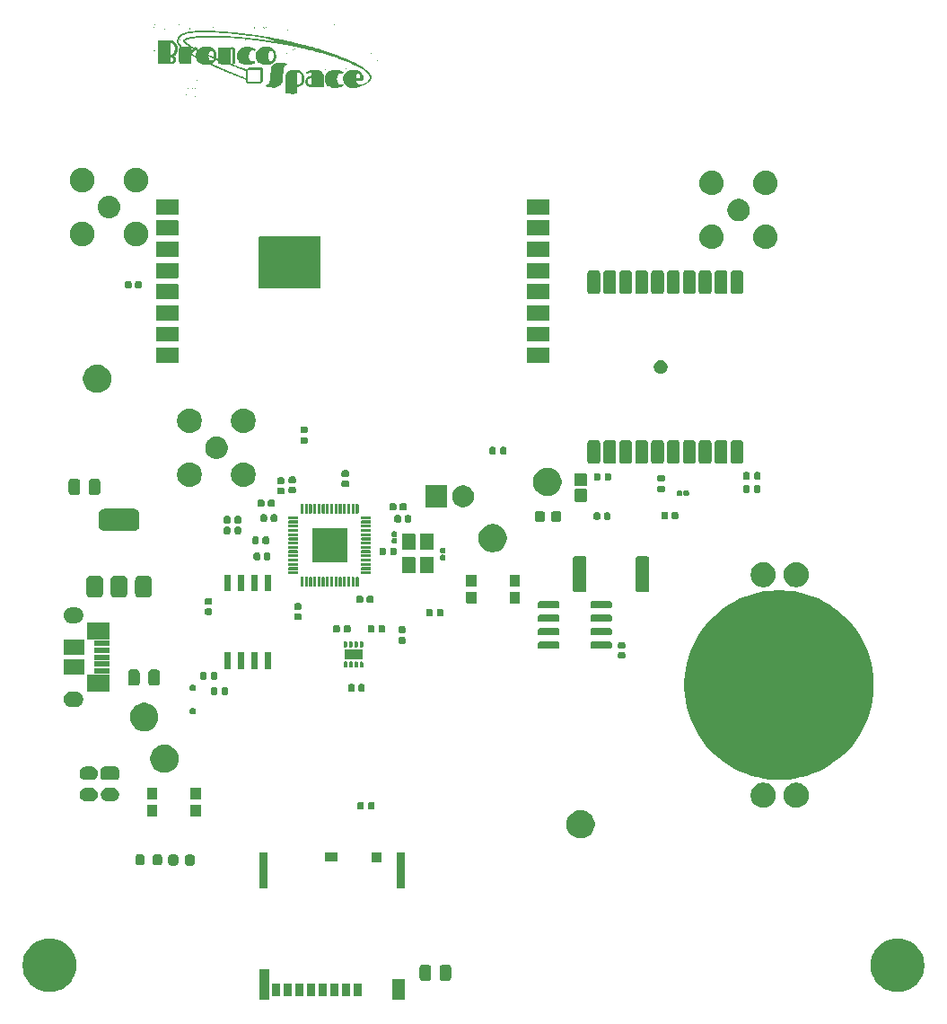
<source format=gbr>
%TF.GenerationSoftware,KiCad,Pcbnew,9.0.0*%
%TF.CreationDate,2025-06-10T14:56:09-07:00*%
%TF.ProjectId,og_pcb,6f675f70-6362-42e6-9b69-6361645f7063,rev?*%
%TF.SameCoordinates,Original*%
%TF.FileFunction,Soldermask,Top*%
%TF.FilePolarity,Negative*%
%FSLAX46Y46*%
G04 Gerber Fmt 4.6, Leading zero omitted, Abs format (unit mm)*
G04 Created by KiCad (PCBNEW 9.0.0) date 2025-06-10 14:56:09*
%MOMM*%
%LPD*%
G01*
G04 APERTURE LIST*
G04 APERTURE END LIST*
G36*
X115919542Y-162304893D02*
G01*
X115931870Y-162313130D01*
X115940107Y-162325458D01*
X115943000Y-162340000D01*
X115943000Y-165140000D01*
X115940107Y-165154542D01*
X115931870Y-165166870D01*
X115919542Y-165175107D01*
X115905000Y-165178000D01*
X115045000Y-165178000D01*
X115030458Y-165175107D01*
X115018130Y-165166870D01*
X115009893Y-165154542D01*
X115007000Y-165140000D01*
X115007000Y-162340000D01*
X115009893Y-162325458D01*
X115018130Y-162313130D01*
X115030458Y-162304893D01*
X115045000Y-162302000D01*
X115905000Y-162302000D01*
X115919542Y-162304893D01*
G37*
G36*
X128719542Y-163274893D02*
G01*
X128731870Y-163283130D01*
X128740107Y-163295458D01*
X128743000Y-163310000D01*
X128743000Y-165140000D01*
X128740107Y-165154542D01*
X128731870Y-165166870D01*
X128719542Y-165175107D01*
X128705000Y-165178000D01*
X127565000Y-165178000D01*
X127550458Y-165175107D01*
X127538130Y-165166870D01*
X127529893Y-165154542D01*
X127527000Y-165140000D01*
X127527000Y-163310000D01*
X127529893Y-163295458D01*
X127538130Y-163283130D01*
X127550458Y-163274893D01*
X127565000Y-163272000D01*
X128705000Y-163272000D01*
X128719542Y-163274893D01*
G37*
G36*
X116919542Y-163654893D02*
G01*
X116931870Y-163663130D01*
X116940107Y-163675458D01*
X116943000Y-163690000D01*
X116943000Y-164790000D01*
X116940107Y-164804542D01*
X116931870Y-164816870D01*
X116919542Y-164825107D01*
X116905000Y-164828000D01*
X116205000Y-164828000D01*
X116190458Y-164825107D01*
X116178130Y-164816870D01*
X116169893Y-164804542D01*
X116167000Y-164790000D01*
X116167000Y-163690000D01*
X116169893Y-163675458D01*
X116178130Y-163663130D01*
X116190458Y-163654893D01*
X116205000Y-163652000D01*
X116905000Y-163652000D01*
X116919542Y-163654893D01*
G37*
G36*
X118019542Y-163654893D02*
G01*
X118031870Y-163663130D01*
X118040107Y-163675458D01*
X118043000Y-163690000D01*
X118043000Y-164790000D01*
X118040107Y-164804542D01*
X118031870Y-164816870D01*
X118019542Y-164825107D01*
X118005000Y-164828000D01*
X117305000Y-164828000D01*
X117290458Y-164825107D01*
X117278130Y-164816870D01*
X117269893Y-164804542D01*
X117267000Y-164790000D01*
X117267000Y-163690000D01*
X117269893Y-163675458D01*
X117278130Y-163663130D01*
X117290458Y-163654893D01*
X117305000Y-163652000D01*
X118005000Y-163652000D01*
X118019542Y-163654893D01*
G37*
G36*
X119119542Y-163654893D02*
G01*
X119131870Y-163663130D01*
X119140107Y-163675458D01*
X119143000Y-163690000D01*
X119143000Y-164790000D01*
X119140107Y-164804542D01*
X119131870Y-164816870D01*
X119119542Y-164825107D01*
X119105000Y-164828000D01*
X118405000Y-164828000D01*
X118390458Y-164825107D01*
X118378130Y-164816870D01*
X118369893Y-164804542D01*
X118367000Y-164790000D01*
X118367000Y-163690000D01*
X118369893Y-163675458D01*
X118378130Y-163663130D01*
X118390458Y-163654893D01*
X118405000Y-163652000D01*
X119105000Y-163652000D01*
X119119542Y-163654893D01*
G37*
G36*
X120219542Y-163654893D02*
G01*
X120231870Y-163663130D01*
X120240107Y-163675458D01*
X120243000Y-163690000D01*
X120243000Y-164790000D01*
X120240107Y-164804542D01*
X120231870Y-164816870D01*
X120219542Y-164825107D01*
X120205000Y-164828000D01*
X119505000Y-164828000D01*
X119490458Y-164825107D01*
X119478130Y-164816870D01*
X119469893Y-164804542D01*
X119467000Y-164790000D01*
X119467000Y-163690000D01*
X119469893Y-163675458D01*
X119478130Y-163663130D01*
X119490458Y-163654893D01*
X119505000Y-163652000D01*
X120205000Y-163652000D01*
X120219542Y-163654893D01*
G37*
G36*
X121319542Y-163654893D02*
G01*
X121331870Y-163663130D01*
X121340107Y-163675458D01*
X121343000Y-163690000D01*
X121343000Y-164790000D01*
X121340107Y-164804542D01*
X121331870Y-164816870D01*
X121319542Y-164825107D01*
X121305000Y-164828000D01*
X120605000Y-164828000D01*
X120590458Y-164825107D01*
X120578130Y-164816870D01*
X120569893Y-164804542D01*
X120567000Y-164790000D01*
X120567000Y-163690000D01*
X120569893Y-163675458D01*
X120578130Y-163663130D01*
X120590458Y-163654893D01*
X120605000Y-163652000D01*
X121305000Y-163652000D01*
X121319542Y-163654893D01*
G37*
G36*
X122419542Y-163654893D02*
G01*
X122431870Y-163663130D01*
X122440107Y-163675458D01*
X122443000Y-163690000D01*
X122443000Y-164790000D01*
X122440107Y-164804542D01*
X122431870Y-164816870D01*
X122419542Y-164825107D01*
X122405000Y-164828000D01*
X121705000Y-164828000D01*
X121690458Y-164825107D01*
X121678130Y-164816870D01*
X121669893Y-164804542D01*
X121667000Y-164790000D01*
X121667000Y-163690000D01*
X121669893Y-163675458D01*
X121678130Y-163663130D01*
X121690458Y-163654893D01*
X121705000Y-163652000D01*
X122405000Y-163652000D01*
X122419542Y-163654893D01*
G37*
G36*
X123519542Y-163654893D02*
G01*
X123531870Y-163663130D01*
X123540107Y-163675458D01*
X123543000Y-163690000D01*
X123543000Y-164790000D01*
X123540107Y-164804542D01*
X123531870Y-164816870D01*
X123519542Y-164825107D01*
X123505000Y-164828000D01*
X122805000Y-164828000D01*
X122790458Y-164825107D01*
X122778130Y-164816870D01*
X122769893Y-164804542D01*
X122767000Y-164790000D01*
X122767000Y-163690000D01*
X122769893Y-163675458D01*
X122778130Y-163663130D01*
X122790458Y-163654893D01*
X122805000Y-163652000D01*
X123505000Y-163652000D01*
X123519542Y-163654893D01*
G37*
G36*
X124619542Y-163654893D02*
G01*
X124631870Y-163663130D01*
X124640107Y-163675458D01*
X124643000Y-163690000D01*
X124643000Y-164790000D01*
X124640107Y-164804542D01*
X124631870Y-164816870D01*
X124619542Y-164825107D01*
X124605000Y-164828000D01*
X123905000Y-164828000D01*
X123890458Y-164825107D01*
X123878130Y-164816870D01*
X123869893Y-164804542D01*
X123867000Y-164790000D01*
X123867000Y-163690000D01*
X123869893Y-163675458D01*
X123878130Y-163663130D01*
X123890458Y-163654893D01*
X123905000Y-163652000D01*
X124605000Y-163652000D01*
X124619542Y-163654893D01*
G37*
G36*
X95623769Y-159434137D02*
G01*
X95901247Y-159497470D01*
X96169889Y-159591472D01*
X96426317Y-159714961D01*
X96667306Y-159866385D01*
X96889826Y-160043838D01*
X97091078Y-160245090D01*
X97268531Y-160467610D01*
X97419955Y-160708599D01*
X97543444Y-160965027D01*
X97637446Y-161233669D01*
X97700779Y-161511147D01*
X97732645Y-161793971D01*
X97732645Y-162078585D01*
X97700779Y-162361409D01*
X97637446Y-162638887D01*
X97543444Y-162907529D01*
X97419955Y-163163957D01*
X97268531Y-163404946D01*
X97091078Y-163627466D01*
X96889826Y-163828718D01*
X96667306Y-164006171D01*
X96426317Y-164157595D01*
X96169889Y-164281084D01*
X95901247Y-164375086D01*
X95623769Y-164438419D01*
X95340945Y-164470285D01*
X95056331Y-164470285D01*
X94773507Y-164438419D01*
X94496029Y-164375086D01*
X94227387Y-164281084D01*
X93970959Y-164157595D01*
X93729970Y-164006171D01*
X93507450Y-163828718D01*
X93306198Y-163627466D01*
X93128745Y-163404946D01*
X92977321Y-163163957D01*
X92853832Y-162907529D01*
X92759830Y-162638887D01*
X92696497Y-162361409D01*
X92664631Y-162078585D01*
X92664631Y-161793971D01*
X92696497Y-161511147D01*
X92759830Y-161233669D01*
X92853832Y-160965027D01*
X92977321Y-160708599D01*
X93128745Y-160467610D01*
X93306198Y-160245090D01*
X93507450Y-160043838D01*
X93729970Y-159866385D01*
X93970959Y-159714961D01*
X94227387Y-159591472D01*
X94496029Y-159497470D01*
X94773507Y-159434137D01*
X95056331Y-159402271D01*
X95340945Y-159402271D01*
X95623769Y-159434137D01*
G37*
G36*
X175623769Y-159434137D02*
G01*
X175901247Y-159497470D01*
X176169889Y-159591472D01*
X176426317Y-159714961D01*
X176667306Y-159866385D01*
X176889826Y-160043838D01*
X177091078Y-160245090D01*
X177268531Y-160467610D01*
X177419955Y-160708599D01*
X177543444Y-160965027D01*
X177637446Y-161233669D01*
X177700779Y-161511147D01*
X177732645Y-161793971D01*
X177732645Y-162078585D01*
X177700779Y-162361409D01*
X177637446Y-162638887D01*
X177543444Y-162907529D01*
X177419955Y-163163957D01*
X177268531Y-163404946D01*
X177091078Y-163627466D01*
X176889826Y-163828718D01*
X176667306Y-164006171D01*
X176426317Y-164157595D01*
X176169889Y-164281084D01*
X175901247Y-164375086D01*
X175623769Y-164438419D01*
X175340945Y-164470285D01*
X175056331Y-164470285D01*
X174773507Y-164438419D01*
X174496029Y-164375086D01*
X174227387Y-164281084D01*
X173970959Y-164157595D01*
X173729970Y-164006171D01*
X173507450Y-163828718D01*
X173306198Y-163627466D01*
X173128745Y-163404946D01*
X172977321Y-163163957D01*
X172853832Y-162907529D01*
X172759830Y-162638887D01*
X172696497Y-162361409D01*
X172664631Y-162078585D01*
X172664631Y-161793971D01*
X172696497Y-161511147D01*
X172759830Y-161233669D01*
X172853832Y-160965027D01*
X172977321Y-160708599D01*
X173128745Y-160467610D01*
X173306198Y-160245090D01*
X173507450Y-160043838D01*
X173729970Y-159866385D01*
X173970959Y-159714961D01*
X174227387Y-159591472D01*
X174496029Y-159497470D01*
X174773507Y-159434137D01*
X175056331Y-159402271D01*
X175340945Y-159402271D01*
X175623769Y-159434137D01*
G37*
G36*
X130965938Y-161894650D02*
G01*
X130969957Y-161896424D01*
X130973931Y-161896948D01*
X131023651Y-161920133D01*
X131062759Y-161937401D01*
X131064573Y-161939215D01*
X131064969Y-161939400D01*
X131135599Y-162010030D01*
X131135783Y-162010425D01*
X131137599Y-162012241D01*
X131154876Y-162051369D01*
X131178051Y-162101068D01*
X131178573Y-162105039D01*
X131180350Y-162109062D01*
X131188000Y-162175000D01*
X131188000Y-163125000D01*
X131180350Y-163190938D01*
X131178573Y-163194961D01*
X131178051Y-163198931D01*
X131154884Y-163248611D01*
X131137599Y-163287759D01*
X131135782Y-163289575D01*
X131135599Y-163289969D01*
X131064969Y-163360599D01*
X131064575Y-163360782D01*
X131062759Y-163362599D01*
X131023611Y-163379884D01*
X130973931Y-163403051D01*
X130969961Y-163403573D01*
X130965938Y-163405350D01*
X130900000Y-163413000D01*
X130400000Y-163413000D01*
X130334062Y-163405350D01*
X130330039Y-163403573D01*
X130326068Y-163403051D01*
X130276369Y-163379876D01*
X130237241Y-163362599D01*
X130235425Y-163360783D01*
X130235030Y-163360599D01*
X130164400Y-163289969D01*
X130164215Y-163289573D01*
X130162401Y-163287759D01*
X130145133Y-163248651D01*
X130121948Y-163198931D01*
X130121424Y-163194957D01*
X130119650Y-163190938D01*
X130112000Y-163125000D01*
X130112000Y-162175000D01*
X130119650Y-162109062D01*
X130121424Y-162105042D01*
X130121948Y-162101068D01*
X130145141Y-162051329D01*
X130162401Y-162012241D01*
X130164214Y-162010427D01*
X130164400Y-162010030D01*
X130235030Y-161939400D01*
X130235427Y-161939214D01*
X130237241Y-161937401D01*
X130276329Y-161920141D01*
X130326068Y-161896948D01*
X130330042Y-161896424D01*
X130334062Y-161894650D01*
X130400000Y-161887000D01*
X130900000Y-161887000D01*
X130965938Y-161894650D01*
G37*
G36*
X132865938Y-161894650D02*
G01*
X132869957Y-161896424D01*
X132873931Y-161896948D01*
X132923651Y-161920133D01*
X132962759Y-161937401D01*
X132964573Y-161939215D01*
X132964969Y-161939400D01*
X133035599Y-162010030D01*
X133035783Y-162010425D01*
X133037599Y-162012241D01*
X133054876Y-162051369D01*
X133078051Y-162101068D01*
X133078573Y-162105039D01*
X133080350Y-162109062D01*
X133088000Y-162175000D01*
X133088000Y-163125000D01*
X133080350Y-163190938D01*
X133078573Y-163194961D01*
X133078051Y-163198931D01*
X133054884Y-163248611D01*
X133037599Y-163287759D01*
X133035782Y-163289575D01*
X133035599Y-163289969D01*
X132964969Y-163360599D01*
X132964575Y-163360782D01*
X132962759Y-163362599D01*
X132923611Y-163379884D01*
X132873931Y-163403051D01*
X132869961Y-163403573D01*
X132865938Y-163405350D01*
X132800000Y-163413000D01*
X132300000Y-163413000D01*
X132234062Y-163405350D01*
X132230039Y-163403573D01*
X132226068Y-163403051D01*
X132176369Y-163379876D01*
X132137241Y-163362599D01*
X132135425Y-163360783D01*
X132135030Y-163360599D01*
X132064400Y-163289969D01*
X132064215Y-163289573D01*
X132062401Y-163287759D01*
X132045133Y-163248651D01*
X132021948Y-163198931D01*
X132021424Y-163194957D01*
X132019650Y-163190938D01*
X132012000Y-163125000D01*
X132012000Y-162175000D01*
X132019650Y-162109062D01*
X132021424Y-162105042D01*
X132021948Y-162101068D01*
X132045141Y-162051329D01*
X132062401Y-162012241D01*
X132064214Y-162010427D01*
X132064400Y-162010030D01*
X132135030Y-161939400D01*
X132135427Y-161939214D01*
X132137241Y-161937401D01*
X132176329Y-161920141D01*
X132226068Y-161896948D01*
X132230042Y-161896424D01*
X132234062Y-161894650D01*
X132300000Y-161887000D01*
X132800000Y-161887000D01*
X132865938Y-161894650D01*
G37*
G36*
X115759542Y-151274893D02*
G01*
X115771870Y-151283130D01*
X115780107Y-151295458D01*
X115783000Y-151310000D01*
X115783000Y-154640000D01*
X115780107Y-154654542D01*
X115771870Y-154666870D01*
X115759542Y-154675107D01*
X115745000Y-154678000D01*
X115045000Y-154678000D01*
X115030458Y-154675107D01*
X115018130Y-154666870D01*
X115009893Y-154654542D01*
X115007000Y-154640000D01*
X115007000Y-151310000D01*
X115009893Y-151295458D01*
X115018130Y-151283130D01*
X115030458Y-151274893D01*
X115045000Y-151272000D01*
X115745000Y-151272000D01*
X115759542Y-151274893D01*
G37*
G36*
X128719542Y-151274893D02*
G01*
X128731870Y-151283130D01*
X128740107Y-151295458D01*
X128743000Y-151310000D01*
X128743000Y-154640000D01*
X128740107Y-154654542D01*
X128731870Y-154666870D01*
X128719542Y-154675107D01*
X128705000Y-154678000D01*
X128005000Y-154678000D01*
X127990458Y-154675107D01*
X127978130Y-154666870D01*
X127969893Y-154654542D01*
X127967000Y-154640000D01*
X127967000Y-151310000D01*
X127969893Y-151295458D01*
X127978130Y-151283130D01*
X127990458Y-151274893D01*
X128005000Y-151272000D01*
X128705000Y-151272000D01*
X128719542Y-151274893D01*
G37*
G36*
X107093267Y-151512401D02*
G01*
X107149117Y-151518880D01*
X107168201Y-151527306D01*
X107189504Y-151531544D01*
X107212312Y-151546783D01*
X107236104Y-151557289D01*
X107252352Y-151573537D01*
X107272800Y-151587200D01*
X107286462Y-151607647D01*
X107302710Y-151623895D01*
X107313214Y-151647685D01*
X107328456Y-151670496D01*
X107332693Y-151691801D01*
X107341119Y-151710882D01*
X107347596Y-151766720D01*
X107348000Y-151768750D01*
X107348000Y-152281250D01*
X107347596Y-152283279D01*
X107341119Y-152339117D01*
X107332694Y-152358197D01*
X107328456Y-152379504D01*
X107313213Y-152402316D01*
X107302710Y-152426104D01*
X107286464Y-152442349D01*
X107272800Y-152462800D01*
X107252349Y-152476464D01*
X107236104Y-152492710D01*
X107212316Y-152503213D01*
X107189504Y-152518456D01*
X107168197Y-152522694D01*
X107149117Y-152531119D01*
X107093280Y-152537596D01*
X107091250Y-152538000D01*
X106653750Y-152538000D01*
X106651721Y-152537596D01*
X106595882Y-152531119D01*
X106576801Y-152522693D01*
X106555496Y-152518456D01*
X106532685Y-152503214D01*
X106508895Y-152492710D01*
X106492647Y-152476462D01*
X106472200Y-152462800D01*
X106458537Y-152442352D01*
X106442289Y-152426104D01*
X106431783Y-152402312D01*
X106416544Y-152379504D01*
X106412306Y-152358201D01*
X106403880Y-152339117D01*
X106397401Y-152283268D01*
X106397000Y-152281250D01*
X106397000Y-151768750D01*
X106397401Y-151766733D01*
X106403880Y-151710882D01*
X106412306Y-151691797D01*
X106416544Y-151670496D01*
X106431782Y-151647689D01*
X106442289Y-151623895D01*
X106458539Y-151607644D01*
X106472200Y-151587200D01*
X106492644Y-151573539D01*
X106508895Y-151557289D01*
X106532689Y-151546782D01*
X106555496Y-151531544D01*
X106576797Y-151527306D01*
X106595882Y-151518880D01*
X106651732Y-151512401D01*
X106653750Y-151512000D01*
X107091250Y-151512000D01*
X107093267Y-151512401D01*
G37*
G36*
X108668267Y-151512401D02*
G01*
X108724117Y-151518880D01*
X108743201Y-151527306D01*
X108764504Y-151531544D01*
X108787312Y-151546783D01*
X108811104Y-151557289D01*
X108827352Y-151573537D01*
X108847800Y-151587200D01*
X108861462Y-151607647D01*
X108877710Y-151623895D01*
X108888214Y-151647685D01*
X108903456Y-151670496D01*
X108907693Y-151691801D01*
X108916119Y-151710882D01*
X108922596Y-151766720D01*
X108923000Y-151768750D01*
X108923000Y-152281250D01*
X108922596Y-152283279D01*
X108916119Y-152339117D01*
X108907694Y-152358197D01*
X108903456Y-152379504D01*
X108888213Y-152402316D01*
X108877710Y-152426104D01*
X108861464Y-152442349D01*
X108847800Y-152462800D01*
X108827349Y-152476464D01*
X108811104Y-152492710D01*
X108787316Y-152503213D01*
X108764504Y-152518456D01*
X108743197Y-152522694D01*
X108724117Y-152531119D01*
X108668280Y-152537596D01*
X108666250Y-152538000D01*
X108228750Y-152538000D01*
X108226721Y-152537596D01*
X108170882Y-152531119D01*
X108151801Y-152522693D01*
X108130496Y-152518456D01*
X108107685Y-152503214D01*
X108083895Y-152492710D01*
X108067647Y-152476462D01*
X108047200Y-152462800D01*
X108033537Y-152442352D01*
X108017289Y-152426104D01*
X108006783Y-152402312D01*
X107991544Y-152379504D01*
X107987306Y-152358201D01*
X107978880Y-152339117D01*
X107972401Y-152283268D01*
X107972000Y-152281250D01*
X107972000Y-151768750D01*
X107972401Y-151766733D01*
X107978880Y-151710882D01*
X107987306Y-151691797D01*
X107991544Y-151670496D01*
X108006782Y-151647689D01*
X108017289Y-151623895D01*
X108033539Y-151607644D01*
X108047200Y-151587200D01*
X108067644Y-151573539D01*
X108083895Y-151557289D01*
X108107689Y-151546782D01*
X108130496Y-151531544D01*
X108151797Y-151527306D01*
X108170882Y-151518880D01*
X108226732Y-151512401D01*
X108228750Y-151512000D01*
X108666250Y-151512000D01*
X108668267Y-151512401D01*
G37*
G36*
X104026079Y-151505117D02*
G01*
X104103291Y-151556709D01*
X104154883Y-151633921D01*
X104173000Y-151725000D01*
X104173000Y-152275000D01*
X104154883Y-152366079D01*
X104103291Y-152443291D01*
X104026079Y-152494883D01*
X103935000Y-152513000D01*
X103535000Y-152513000D01*
X103443921Y-152494883D01*
X103366709Y-152443291D01*
X103315117Y-152366079D01*
X103297000Y-152275000D01*
X103297000Y-151725000D01*
X103315117Y-151633921D01*
X103366709Y-151556709D01*
X103443921Y-151505117D01*
X103535000Y-151487000D01*
X103935000Y-151487000D01*
X104026079Y-151505117D01*
G37*
G36*
X105676079Y-151505117D02*
G01*
X105753291Y-151556709D01*
X105804883Y-151633921D01*
X105823000Y-151725000D01*
X105823000Y-152275000D01*
X105804883Y-152366079D01*
X105753291Y-152443291D01*
X105676079Y-152494883D01*
X105585000Y-152513000D01*
X105185000Y-152513000D01*
X105093921Y-152494883D01*
X105016709Y-152443291D01*
X104965117Y-152366079D01*
X104947000Y-152275000D01*
X104947000Y-151725000D01*
X104965117Y-151633921D01*
X105016709Y-151556709D01*
X105093921Y-151505117D01*
X105185000Y-151487000D01*
X105585000Y-151487000D01*
X105676079Y-151505117D01*
G37*
G36*
X126509542Y-151274893D02*
G01*
X126521870Y-151283130D01*
X126530107Y-151295458D01*
X126533000Y-151310000D01*
X126533000Y-152240000D01*
X126530107Y-152254542D01*
X126521870Y-152266870D01*
X126509542Y-152275107D01*
X126495000Y-152278000D01*
X125595000Y-152278000D01*
X125580458Y-152275107D01*
X125568130Y-152266870D01*
X125559893Y-152254542D01*
X125557000Y-152240000D01*
X125557000Y-151310000D01*
X125559893Y-151295458D01*
X125568130Y-151283130D01*
X125580458Y-151274893D01*
X125595000Y-151272000D01*
X126495000Y-151272000D01*
X126509542Y-151274893D01*
G37*
G36*
X122319542Y-151274893D02*
G01*
X122331870Y-151283130D01*
X122340107Y-151295458D01*
X122343000Y-151310000D01*
X122343000Y-152090000D01*
X122340107Y-152104542D01*
X122331870Y-152116870D01*
X122319542Y-152125107D01*
X122305000Y-152128000D01*
X121255000Y-152128000D01*
X121240458Y-152125107D01*
X121228130Y-152116870D01*
X121219893Y-152104542D01*
X121217000Y-152090000D01*
X121217000Y-151310000D01*
X121219893Y-151295458D01*
X121228130Y-151283130D01*
X121240458Y-151274893D01*
X121255000Y-151272000D01*
X122305000Y-151272000D01*
X122319542Y-151274893D01*
G37*
G36*
X145612350Y-147348969D02*
G01*
X145812030Y-147413849D01*
X145999103Y-147509167D01*
X146168961Y-147632577D01*
X146317423Y-147781039D01*
X146440833Y-147950897D01*
X146536151Y-148137970D01*
X146601031Y-148337650D01*
X146633875Y-148545022D01*
X146633875Y-148754978D01*
X146601031Y-148962350D01*
X146536151Y-149162030D01*
X146440833Y-149349103D01*
X146317423Y-149518961D01*
X146168961Y-149667423D01*
X145999103Y-149790833D01*
X145812030Y-149886151D01*
X145612350Y-149951031D01*
X145404978Y-149983875D01*
X145195022Y-149983875D01*
X144987650Y-149951031D01*
X144787970Y-149886151D01*
X144600897Y-149790833D01*
X144431039Y-149667423D01*
X144282577Y-149518961D01*
X144159167Y-149349103D01*
X144063849Y-149162030D01*
X143998969Y-148962350D01*
X143966125Y-148754978D01*
X143966125Y-148545022D01*
X143998969Y-148337650D01*
X144063849Y-148137970D01*
X144159167Y-147950897D01*
X144282577Y-147781039D01*
X144431039Y-147632577D01*
X144600897Y-147509167D01*
X144787970Y-147413849D01*
X144987650Y-147348969D01*
X145195022Y-147316125D01*
X145404978Y-147316125D01*
X145612350Y-147348969D01*
G37*
G36*
X105364542Y-146839893D02*
G01*
X105376870Y-146848130D01*
X105385107Y-146860458D01*
X105388000Y-146875000D01*
X105388000Y-147875000D01*
X105385107Y-147889542D01*
X105376870Y-147901870D01*
X105364542Y-147910107D01*
X105350000Y-147913000D01*
X104450000Y-147913000D01*
X104435458Y-147910107D01*
X104423130Y-147901870D01*
X104414893Y-147889542D01*
X104412000Y-147875000D01*
X104412000Y-146875000D01*
X104414893Y-146860458D01*
X104423130Y-146848130D01*
X104435458Y-146839893D01*
X104450000Y-146837000D01*
X105350000Y-146837000D01*
X105364542Y-146839893D01*
G37*
G36*
X109464542Y-146839893D02*
G01*
X109476870Y-146848130D01*
X109485107Y-146860458D01*
X109488000Y-146875000D01*
X109488000Y-147875000D01*
X109485107Y-147889542D01*
X109476870Y-147901870D01*
X109464542Y-147910107D01*
X109450000Y-147913000D01*
X108550000Y-147913000D01*
X108535458Y-147910107D01*
X108523130Y-147901870D01*
X108514893Y-147889542D01*
X108512000Y-147875000D01*
X108512000Y-146875000D01*
X108514893Y-146860458D01*
X108523130Y-146848130D01*
X108535458Y-146839893D01*
X108550000Y-146837000D01*
X109450000Y-146837000D01*
X109464542Y-146839893D01*
G37*
G36*
X124756204Y-146555169D02*
G01*
X124812329Y-146592671D01*
X124849831Y-146648796D01*
X124863000Y-146715000D01*
X124863000Y-147085000D01*
X124849831Y-147151204D01*
X124812329Y-147207329D01*
X124756204Y-147244831D01*
X124690000Y-147258000D01*
X124420000Y-147258000D01*
X124353796Y-147244831D01*
X124297671Y-147207329D01*
X124260169Y-147151204D01*
X124247000Y-147085000D01*
X124247000Y-146715000D01*
X124260169Y-146648796D01*
X124297671Y-146592671D01*
X124353796Y-146555169D01*
X124420000Y-146542000D01*
X124690000Y-146542000D01*
X124756204Y-146555169D01*
G37*
G36*
X125776204Y-146555169D02*
G01*
X125832329Y-146592671D01*
X125869831Y-146648796D01*
X125883000Y-146715000D01*
X125883000Y-147085000D01*
X125869831Y-147151204D01*
X125832329Y-147207329D01*
X125776204Y-147244831D01*
X125710000Y-147258000D01*
X125440000Y-147258000D01*
X125373796Y-147244831D01*
X125317671Y-147207329D01*
X125280169Y-147151204D01*
X125267000Y-147085000D01*
X125267000Y-146715000D01*
X125280169Y-146648796D01*
X125317671Y-146592671D01*
X125373796Y-146555169D01*
X125440000Y-146542000D01*
X125710000Y-146542000D01*
X125776204Y-146555169D01*
G37*
G36*
X162802333Y-144769825D02*
G01*
X162979628Y-144827431D01*
X163145728Y-144912063D01*
X163296544Y-145021638D01*
X163428362Y-145153456D01*
X163537937Y-145304272D01*
X163622569Y-145470372D01*
X163680175Y-145647667D01*
X163709338Y-145831791D01*
X163709338Y-146018209D01*
X163680175Y-146202333D01*
X163622569Y-146379628D01*
X163537937Y-146545728D01*
X163428362Y-146696544D01*
X163296544Y-146828362D01*
X163145728Y-146937937D01*
X162979628Y-147022569D01*
X162802333Y-147080175D01*
X162618209Y-147109338D01*
X162431791Y-147109338D01*
X162247667Y-147080175D01*
X162070372Y-147022569D01*
X161904272Y-146937937D01*
X161753456Y-146828362D01*
X161621638Y-146696544D01*
X161512063Y-146545728D01*
X161427431Y-146379628D01*
X161369825Y-146202333D01*
X161340662Y-146018209D01*
X161340662Y-145831791D01*
X161369825Y-145647667D01*
X161427431Y-145470372D01*
X161512063Y-145304272D01*
X161621638Y-145153456D01*
X161753456Y-145021638D01*
X161904272Y-144912063D01*
X162070372Y-144827431D01*
X162247667Y-144769825D01*
X162431791Y-144740662D01*
X162618209Y-144740662D01*
X162802333Y-144769825D01*
G37*
G36*
X165902333Y-144769825D02*
G01*
X166079628Y-144827431D01*
X166245728Y-144912063D01*
X166396544Y-145021638D01*
X166528362Y-145153456D01*
X166637937Y-145304272D01*
X166722569Y-145470372D01*
X166780175Y-145647667D01*
X166809338Y-145831791D01*
X166809338Y-146018209D01*
X166780175Y-146202333D01*
X166722569Y-146379628D01*
X166637937Y-146545728D01*
X166528362Y-146696544D01*
X166396544Y-146828362D01*
X166245728Y-146937937D01*
X166079628Y-147022569D01*
X165902333Y-147080175D01*
X165718209Y-147109338D01*
X165531791Y-147109338D01*
X165347667Y-147080175D01*
X165170372Y-147022569D01*
X165004272Y-146937937D01*
X164853456Y-146828362D01*
X164721638Y-146696544D01*
X164612063Y-146545728D01*
X164527431Y-146379628D01*
X164469825Y-146202333D01*
X164440662Y-146018209D01*
X164440662Y-145831791D01*
X164469825Y-145647667D01*
X164527431Y-145470372D01*
X164612063Y-145304272D01*
X164721638Y-145153456D01*
X164853456Y-145021638D01*
X165004272Y-144912063D01*
X165170372Y-144827431D01*
X165347667Y-144769825D01*
X165531791Y-144740662D01*
X165718209Y-144740662D01*
X165902333Y-144769825D01*
G37*
G36*
X99187535Y-145215072D02*
G01*
X99310202Y-145239472D01*
X99425751Y-145287334D01*
X99529743Y-145356819D01*
X99618181Y-145445257D01*
X99687666Y-145549249D01*
X99735528Y-145664798D01*
X99759928Y-145787465D01*
X99759928Y-145912535D01*
X99735528Y-146035202D01*
X99687666Y-146150751D01*
X99618181Y-146254743D01*
X99529743Y-146343181D01*
X99425751Y-146412666D01*
X99310202Y-146460528D01*
X99187535Y-146484928D01*
X99125000Y-146488000D01*
X99124384Y-146488000D01*
X98675616Y-146488000D01*
X98675000Y-146488000D01*
X98612465Y-146484928D01*
X98489798Y-146460528D01*
X98374249Y-146412666D01*
X98270257Y-146343181D01*
X98181819Y-146254743D01*
X98112334Y-146150751D01*
X98064472Y-146035202D01*
X98040072Y-145912535D01*
X98040072Y-145787465D01*
X98064472Y-145664798D01*
X98112334Y-145549249D01*
X98181819Y-145445257D01*
X98270257Y-145356819D01*
X98374249Y-145287334D01*
X98489798Y-145239472D01*
X98612465Y-145215072D01*
X98675000Y-145212000D01*
X99125000Y-145212000D01*
X99187535Y-145215072D01*
G37*
G36*
X101187535Y-145215072D02*
G01*
X101310202Y-145239472D01*
X101425751Y-145287334D01*
X101529743Y-145356819D01*
X101618181Y-145445257D01*
X101687666Y-145549249D01*
X101735528Y-145664798D01*
X101759928Y-145787465D01*
X101759928Y-145912535D01*
X101735528Y-146035202D01*
X101687666Y-146150751D01*
X101618181Y-146254743D01*
X101529743Y-146343181D01*
X101425751Y-146412666D01*
X101310202Y-146460528D01*
X101187535Y-146484928D01*
X101125000Y-146488000D01*
X101124384Y-146488000D01*
X100675616Y-146488000D01*
X100675000Y-146488000D01*
X100612465Y-146484928D01*
X100489798Y-146460528D01*
X100374249Y-146412666D01*
X100270257Y-146343181D01*
X100181819Y-146254743D01*
X100112334Y-146150751D01*
X100064472Y-146035202D01*
X100040072Y-145912535D01*
X100040072Y-145787465D01*
X100064472Y-145664798D01*
X100112334Y-145549249D01*
X100181819Y-145445257D01*
X100270257Y-145356819D01*
X100374249Y-145287334D01*
X100489798Y-145239472D01*
X100612465Y-145215072D01*
X100675000Y-145212000D01*
X101125000Y-145212000D01*
X101187535Y-145215072D01*
G37*
G36*
X105364542Y-145239893D02*
G01*
X105376870Y-145248130D01*
X105385107Y-145260458D01*
X105388000Y-145275000D01*
X105388000Y-146275000D01*
X105385107Y-146289542D01*
X105376870Y-146301870D01*
X105364542Y-146310107D01*
X105350000Y-146313000D01*
X104450000Y-146313000D01*
X104435458Y-146310107D01*
X104423130Y-146301870D01*
X104414893Y-146289542D01*
X104412000Y-146275000D01*
X104412000Y-145275000D01*
X104414893Y-145260458D01*
X104423130Y-145248130D01*
X104435458Y-145239893D01*
X104450000Y-145237000D01*
X105350000Y-145237000D01*
X105364542Y-145239893D01*
G37*
G36*
X109464542Y-145239893D02*
G01*
X109476870Y-145248130D01*
X109485107Y-145260458D01*
X109488000Y-145275000D01*
X109488000Y-146275000D01*
X109485107Y-146289542D01*
X109476870Y-146301870D01*
X109464542Y-146310107D01*
X109450000Y-146313000D01*
X108550000Y-146313000D01*
X108535458Y-146310107D01*
X108523130Y-146301870D01*
X108514893Y-146289542D01*
X108512000Y-146275000D01*
X108512000Y-145275000D01*
X108514893Y-145260458D01*
X108523130Y-145248130D01*
X108535458Y-145239893D01*
X108550000Y-145237000D01*
X109450000Y-145237000D01*
X109464542Y-145239893D01*
G37*
G36*
X99187535Y-143215072D02*
G01*
X99310202Y-143239472D01*
X99425751Y-143287334D01*
X99529743Y-143356819D01*
X99618181Y-143445257D01*
X99687666Y-143549249D01*
X99735528Y-143664798D01*
X99759928Y-143787465D01*
X99759928Y-143912535D01*
X99735528Y-144035202D01*
X99687666Y-144150751D01*
X99618181Y-144254743D01*
X99529743Y-144343181D01*
X99425751Y-144412666D01*
X99310202Y-144460528D01*
X99187535Y-144484928D01*
X99125000Y-144488000D01*
X99124384Y-144488000D01*
X98675616Y-144488000D01*
X98675000Y-144488000D01*
X98612465Y-144484928D01*
X98489798Y-144460528D01*
X98374249Y-144412666D01*
X98270257Y-144343181D01*
X98181819Y-144254743D01*
X98112334Y-144150751D01*
X98064472Y-144035202D01*
X98040072Y-143912535D01*
X98040072Y-143787465D01*
X98064472Y-143664798D01*
X98112334Y-143549249D01*
X98181819Y-143445257D01*
X98270257Y-143356819D01*
X98374249Y-143287334D01*
X98489798Y-143239472D01*
X98612465Y-143215072D01*
X98675000Y-143212000D01*
X99125000Y-143212000D01*
X99187535Y-143215072D01*
G37*
G36*
X101540938Y-143219650D02*
G01*
X101544957Y-143221424D01*
X101548931Y-143221948D01*
X101598651Y-143245133D01*
X101637759Y-143262401D01*
X101639573Y-143264215D01*
X101639969Y-143264400D01*
X101710599Y-143335030D01*
X101710783Y-143335425D01*
X101712599Y-143337241D01*
X101729876Y-143376369D01*
X101753051Y-143426068D01*
X101753573Y-143430039D01*
X101755350Y-143434062D01*
X101763000Y-143500000D01*
X101763000Y-144200000D01*
X101755350Y-144265938D01*
X101753573Y-144269961D01*
X101753051Y-144273931D01*
X101729884Y-144323611D01*
X101712599Y-144362759D01*
X101710782Y-144364575D01*
X101710599Y-144364969D01*
X101639969Y-144435599D01*
X101639575Y-144435782D01*
X101637759Y-144437599D01*
X101598611Y-144454884D01*
X101548931Y-144478051D01*
X101544961Y-144478573D01*
X101540938Y-144480350D01*
X101475000Y-144488000D01*
X100325000Y-144488000D01*
X100259062Y-144480350D01*
X100255039Y-144478573D01*
X100251068Y-144478051D01*
X100201369Y-144454876D01*
X100162241Y-144437599D01*
X100160425Y-144435783D01*
X100160030Y-144435599D01*
X100089400Y-144364969D01*
X100089215Y-144364573D01*
X100087401Y-144362759D01*
X100070133Y-144323651D01*
X100046948Y-144273931D01*
X100046424Y-144269957D01*
X100044650Y-144265938D01*
X100037000Y-144200000D01*
X100037000Y-143500000D01*
X100044650Y-143434062D01*
X100046424Y-143430042D01*
X100046948Y-143426068D01*
X100070141Y-143376329D01*
X100087401Y-143337241D01*
X100089214Y-143335427D01*
X100089400Y-143335030D01*
X100160030Y-143264400D01*
X100160427Y-143264214D01*
X100162241Y-143262401D01*
X100201329Y-143245141D01*
X100251068Y-143221948D01*
X100255042Y-143221424D01*
X100259062Y-143219650D01*
X100325000Y-143212000D01*
X101475000Y-143212000D01*
X101540938Y-143219650D01*
G37*
G36*
X164901077Y-126630039D02*
G01*
X165480960Y-126706382D01*
X166054608Y-126820488D01*
X166619564Y-126971867D01*
X167173411Y-127159873D01*
X167713775Y-127383699D01*
X168238344Y-127642388D01*
X168744870Y-127934831D01*
X169231186Y-128259776D01*
X169695207Y-128615833D01*
X170134948Y-129001475D01*
X170548525Y-129415052D01*
X170934167Y-129854793D01*
X171290224Y-130318814D01*
X171615169Y-130805130D01*
X171907612Y-131311656D01*
X172166301Y-131836225D01*
X172390127Y-132376589D01*
X172578133Y-132930436D01*
X172729512Y-133495392D01*
X172843618Y-134069040D01*
X172919961Y-134648923D01*
X172958214Y-135232557D01*
X172958214Y-135817443D01*
X172919961Y-136401077D01*
X172843618Y-136980960D01*
X172729512Y-137554608D01*
X172578133Y-138119564D01*
X172390127Y-138673411D01*
X172166301Y-139213775D01*
X171907612Y-139738344D01*
X171615169Y-140244870D01*
X171290224Y-140731186D01*
X170934167Y-141195207D01*
X170548525Y-141634948D01*
X170134948Y-142048525D01*
X169695207Y-142434167D01*
X169231186Y-142790224D01*
X168744870Y-143115169D01*
X168238344Y-143407612D01*
X167713775Y-143666301D01*
X167173411Y-143890127D01*
X166619564Y-144078133D01*
X166054608Y-144229512D01*
X165480960Y-144343618D01*
X164901077Y-144419961D01*
X164317443Y-144458214D01*
X163732557Y-144458214D01*
X163148923Y-144419961D01*
X162569040Y-144343618D01*
X161995392Y-144229512D01*
X161430436Y-144078133D01*
X160876589Y-143890127D01*
X160336225Y-143666301D01*
X159811656Y-143407612D01*
X159305130Y-143115169D01*
X158818814Y-142790224D01*
X158354793Y-142434167D01*
X157915052Y-142048525D01*
X157501475Y-141634948D01*
X157115833Y-141195207D01*
X156759776Y-140731186D01*
X156434831Y-140244870D01*
X156142388Y-139738344D01*
X155883699Y-139213775D01*
X155659873Y-138673411D01*
X155471867Y-138119564D01*
X155320488Y-137554608D01*
X155206382Y-136980960D01*
X155130039Y-136401077D01*
X155091786Y-135817443D01*
X155091786Y-135232557D01*
X155130039Y-134648923D01*
X155206382Y-134069040D01*
X155320488Y-133495392D01*
X155471867Y-132930436D01*
X155659873Y-132376589D01*
X155883699Y-131836225D01*
X156142388Y-131311656D01*
X156434831Y-130805130D01*
X156759776Y-130318814D01*
X157115833Y-129854793D01*
X157501475Y-129415052D01*
X157915052Y-129001475D01*
X158354793Y-128615833D01*
X158818814Y-128259776D01*
X159305130Y-127934831D01*
X159811656Y-127642388D01*
X160336225Y-127383699D01*
X160876589Y-127159873D01*
X161430436Y-126971867D01*
X161995392Y-126820488D01*
X162569040Y-126706382D01*
X163148923Y-126630039D01*
X163732557Y-126591786D01*
X164317443Y-126591786D01*
X164901077Y-126630039D01*
G37*
G36*
X106362350Y-141173969D02*
G01*
X106562030Y-141238849D01*
X106749103Y-141334167D01*
X106918961Y-141457577D01*
X107067423Y-141606039D01*
X107190833Y-141775897D01*
X107286151Y-141962970D01*
X107351031Y-142162650D01*
X107383875Y-142370022D01*
X107383875Y-142579978D01*
X107351031Y-142787350D01*
X107286151Y-142987030D01*
X107190833Y-143174103D01*
X107067423Y-143343961D01*
X106918961Y-143492423D01*
X106749103Y-143615833D01*
X106562030Y-143711151D01*
X106362350Y-143776031D01*
X106154978Y-143808875D01*
X105945022Y-143808875D01*
X105737650Y-143776031D01*
X105537970Y-143711151D01*
X105350897Y-143615833D01*
X105181039Y-143492423D01*
X105032577Y-143343961D01*
X104909167Y-143174103D01*
X104813849Y-142987030D01*
X104748969Y-142787350D01*
X104716125Y-142579978D01*
X104716125Y-142370022D01*
X104748969Y-142162650D01*
X104813849Y-141962970D01*
X104909167Y-141775897D01*
X105032577Y-141606039D01*
X105181039Y-141457577D01*
X105350897Y-141334167D01*
X105537970Y-141238849D01*
X105737650Y-141173969D01*
X105945022Y-141141125D01*
X106154978Y-141141125D01*
X106362350Y-141173969D01*
G37*
G36*
X104452350Y-137238969D02*
G01*
X104652030Y-137303849D01*
X104839103Y-137399167D01*
X105008961Y-137522577D01*
X105157423Y-137671039D01*
X105280833Y-137840897D01*
X105376151Y-138027970D01*
X105441031Y-138227650D01*
X105473875Y-138435022D01*
X105473875Y-138644978D01*
X105441031Y-138852350D01*
X105376151Y-139052030D01*
X105280833Y-139239103D01*
X105157423Y-139408961D01*
X105008961Y-139557423D01*
X104839103Y-139680833D01*
X104652030Y-139776151D01*
X104452350Y-139841031D01*
X104244978Y-139873875D01*
X104035022Y-139873875D01*
X103827650Y-139841031D01*
X103627970Y-139776151D01*
X103440897Y-139680833D01*
X103271039Y-139557423D01*
X103122577Y-139408961D01*
X102999167Y-139239103D01*
X102903849Y-139052030D01*
X102838969Y-138852350D01*
X102806125Y-138644978D01*
X102806125Y-138435022D01*
X102838969Y-138227650D01*
X102903849Y-138027970D01*
X102999167Y-137840897D01*
X103122577Y-137671039D01*
X103271039Y-137522577D01*
X103440897Y-137399167D01*
X103627970Y-137303849D01*
X103827650Y-137238969D01*
X104035022Y-137206125D01*
X104244978Y-137206125D01*
X104452350Y-137238969D01*
G37*
G36*
X108912377Y-137724408D02*
G01*
X108965258Y-137759742D01*
X109000592Y-137812623D01*
X109013000Y-137875000D01*
X109013000Y-138125000D01*
X109000592Y-138187377D01*
X108965258Y-138240258D01*
X108912377Y-138275592D01*
X108850000Y-138288000D01*
X108600000Y-138288000D01*
X108537623Y-138275592D01*
X108484742Y-138240258D01*
X108449408Y-138187377D01*
X108437000Y-138125000D01*
X108437000Y-137875000D01*
X108449408Y-137812623D01*
X108484742Y-137759742D01*
X108537623Y-137724408D01*
X108600000Y-137712000D01*
X108850000Y-137712000D01*
X108912377Y-137724408D01*
G37*
G36*
X97722337Y-136115554D02*
G01*
X97864230Y-136143778D01*
X97997891Y-136199142D01*
X98118182Y-136279518D01*
X98220482Y-136381818D01*
X98300858Y-136502109D01*
X98356222Y-136635770D01*
X98384446Y-136777663D01*
X98384446Y-136922337D01*
X98356222Y-137064230D01*
X98300858Y-137197891D01*
X98220482Y-137318182D01*
X98118182Y-137420482D01*
X97997891Y-137500858D01*
X97864230Y-137556222D01*
X97722337Y-137584446D01*
X97650000Y-137588000D01*
X97649384Y-137588000D01*
X97250616Y-137588000D01*
X97250000Y-137588000D01*
X97177663Y-137584446D01*
X97035770Y-137556222D01*
X96902109Y-137500858D01*
X96781818Y-137420482D01*
X96679518Y-137318182D01*
X96599142Y-137197891D01*
X96543778Y-137064230D01*
X96515554Y-136922337D01*
X96515554Y-136777663D01*
X96543778Y-136635770D01*
X96599142Y-136502109D01*
X96679518Y-136381818D01*
X96781818Y-136279518D01*
X96902109Y-136199142D01*
X97035770Y-136143778D01*
X97177663Y-136115554D01*
X97250000Y-136112000D01*
X97650000Y-136112000D01*
X97722337Y-136115554D01*
G37*
G36*
X110926204Y-135755169D02*
G01*
X110982329Y-135792671D01*
X111019831Y-135848796D01*
X111033000Y-135915000D01*
X111033000Y-136285000D01*
X111019831Y-136351204D01*
X110982329Y-136407329D01*
X110926204Y-136444831D01*
X110860000Y-136458000D01*
X110590000Y-136458000D01*
X110523796Y-136444831D01*
X110467671Y-136407329D01*
X110430169Y-136351204D01*
X110417000Y-136285000D01*
X110417000Y-135915000D01*
X110430169Y-135848796D01*
X110467671Y-135792671D01*
X110523796Y-135755169D01*
X110590000Y-135742000D01*
X110860000Y-135742000D01*
X110926204Y-135755169D01*
G37*
G36*
X111946204Y-135755169D02*
G01*
X112002329Y-135792671D01*
X112039831Y-135848796D01*
X112053000Y-135915000D01*
X112053000Y-136285000D01*
X112039831Y-136351204D01*
X112002329Y-136407329D01*
X111946204Y-136444831D01*
X111880000Y-136458000D01*
X111610000Y-136458000D01*
X111543796Y-136444831D01*
X111487671Y-136407329D01*
X111450169Y-136351204D01*
X111437000Y-136285000D01*
X111437000Y-135915000D01*
X111450169Y-135848796D01*
X111487671Y-135792671D01*
X111543796Y-135755169D01*
X111610000Y-135742000D01*
X111880000Y-135742000D01*
X111946204Y-135755169D01*
G37*
G36*
X100864542Y-134584893D02*
G01*
X100876870Y-134593130D01*
X100885107Y-134605458D01*
X100888000Y-134620000D01*
X100888000Y-136100000D01*
X100885107Y-136114542D01*
X100876870Y-136126870D01*
X100864542Y-136135107D01*
X100850000Y-136138000D01*
X98750000Y-136138000D01*
X98735458Y-136135107D01*
X98723130Y-136126870D01*
X98714893Y-136114542D01*
X98712000Y-136100000D01*
X98712000Y-134620000D01*
X98714893Y-134605458D01*
X98723130Y-134593130D01*
X98735458Y-134584893D01*
X98750000Y-134582000D01*
X100850000Y-134582000D01*
X100864542Y-134584893D01*
G37*
G36*
X123883118Y-135440549D02*
G01*
X123940865Y-135479135D01*
X123979451Y-135536882D01*
X123993000Y-135605000D01*
X123993000Y-135945000D01*
X123979451Y-136013118D01*
X123940865Y-136070865D01*
X123883118Y-136109451D01*
X123815000Y-136123000D01*
X123535000Y-136123000D01*
X123466882Y-136109451D01*
X123409135Y-136070865D01*
X123370549Y-136013118D01*
X123357000Y-135945000D01*
X123357000Y-135605000D01*
X123370549Y-135536882D01*
X123409135Y-135479135D01*
X123466882Y-135440549D01*
X123535000Y-135427000D01*
X123815000Y-135427000D01*
X123883118Y-135440549D01*
G37*
G36*
X124843118Y-135440549D02*
G01*
X124900865Y-135479135D01*
X124939451Y-135536882D01*
X124953000Y-135605000D01*
X124953000Y-135945000D01*
X124939451Y-136013118D01*
X124900865Y-136070865D01*
X124843118Y-136109451D01*
X124775000Y-136123000D01*
X124495000Y-136123000D01*
X124426882Y-136109451D01*
X124369135Y-136070865D01*
X124330549Y-136013118D01*
X124317000Y-135945000D01*
X124317000Y-135605000D01*
X124330549Y-135536882D01*
X124369135Y-135479135D01*
X124426882Y-135440549D01*
X124495000Y-135427000D01*
X124775000Y-135427000D01*
X124843118Y-135440549D01*
G37*
G36*
X108912377Y-135524408D02*
G01*
X108965258Y-135559742D01*
X109000592Y-135612623D01*
X109013000Y-135675000D01*
X109013000Y-135925000D01*
X109000592Y-135987377D01*
X108965258Y-136040258D01*
X108912377Y-136075592D01*
X108850000Y-136088000D01*
X108600000Y-136088000D01*
X108537623Y-136075592D01*
X108484742Y-136040258D01*
X108449408Y-135987377D01*
X108437000Y-135925000D01*
X108437000Y-135675000D01*
X108449408Y-135612623D01*
X108484742Y-135559742D01*
X108537623Y-135524408D01*
X108600000Y-135512000D01*
X108850000Y-135512000D01*
X108912377Y-135524408D01*
G37*
G36*
X103485938Y-134054650D02*
G01*
X103489957Y-134056424D01*
X103493931Y-134056948D01*
X103543651Y-134080133D01*
X103582759Y-134097401D01*
X103584573Y-134099215D01*
X103584969Y-134099400D01*
X103655599Y-134170030D01*
X103655783Y-134170425D01*
X103657599Y-134172241D01*
X103674876Y-134211369D01*
X103698051Y-134261068D01*
X103698573Y-134265039D01*
X103700350Y-134269062D01*
X103708000Y-134335000D01*
X103708000Y-135285000D01*
X103700350Y-135350938D01*
X103698573Y-135354961D01*
X103698051Y-135358931D01*
X103674884Y-135408611D01*
X103657599Y-135447759D01*
X103655782Y-135449575D01*
X103655599Y-135449969D01*
X103584969Y-135520599D01*
X103584575Y-135520782D01*
X103582759Y-135522599D01*
X103543611Y-135539884D01*
X103493931Y-135563051D01*
X103489961Y-135563573D01*
X103485938Y-135565350D01*
X103420000Y-135573000D01*
X102920000Y-135573000D01*
X102854062Y-135565350D01*
X102850039Y-135563573D01*
X102846068Y-135563051D01*
X102796369Y-135539876D01*
X102757241Y-135522599D01*
X102755425Y-135520783D01*
X102755030Y-135520599D01*
X102684400Y-135449969D01*
X102684215Y-135449573D01*
X102682401Y-135447759D01*
X102665133Y-135408651D01*
X102641948Y-135358931D01*
X102641424Y-135354957D01*
X102639650Y-135350938D01*
X102632000Y-135285000D01*
X102632000Y-134335000D01*
X102639650Y-134269062D01*
X102641424Y-134265042D01*
X102641948Y-134261068D01*
X102665141Y-134211329D01*
X102682401Y-134172241D01*
X102684214Y-134170427D01*
X102684400Y-134170030D01*
X102755030Y-134099400D01*
X102755427Y-134099214D01*
X102757241Y-134097401D01*
X102796329Y-134080141D01*
X102846068Y-134056948D01*
X102850042Y-134056424D01*
X102854062Y-134054650D01*
X102920000Y-134047000D01*
X103420000Y-134047000D01*
X103485938Y-134054650D01*
G37*
G36*
X105385938Y-134054650D02*
G01*
X105389957Y-134056424D01*
X105393931Y-134056948D01*
X105443651Y-134080133D01*
X105482759Y-134097401D01*
X105484573Y-134099215D01*
X105484969Y-134099400D01*
X105555599Y-134170030D01*
X105555783Y-134170425D01*
X105557599Y-134172241D01*
X105574876Y-134211369D01*
X105598051Y-134261068D01*
X105598573Y-134265039D01*
X105600350Y-134269062D01*
X105608000Y-134335000D01*
X105608000Y-135285000D01*
X105600350Y-135350938D01*
X105598573Y-135354961D01*
X105598051Y-135358931D01*
X105574884Y-135408611D01*
X105557599Y-135447759D01*
X105555782Y-135449575D01*
X105555599Y-135449969D01*
X105484969Y-135520599D01*
X105484575Y-135520782D01*
X105482759Y-135522599D01*
X105443611Y-135539884D01*
X105393931Y-135563051D01*
X105389961Y-135563573D01*
X105385938Y-135565350D01*
X105320000Y-135573000D01*
X104820000Y-135573000D01*
X104754062Y-135565350D01*
X104750039Y-135563573D01*
X104746068Y-135563051D01*
X104696369Y-135539876D01*
X104657241Y-135522599D01*
X104655425Y-135520783D01*
X104655030Y-135520599D01*
X104584400Y-135449969D01*
X104584215Y-135449573D01*
X104582401Y-135447759D01*
X104565133Y-135408651D01*
X104541948Y-135358931D01*
X104541424Y-135354957D01*
X104539650Y-135350938D01*
X104532000Y-135285000D01*
X104532000Y-134335000D01*
X104539650Y-134269062D01*
X104541424Y-134265042D01*
X104541948Y-134261068D01*
X104565141Y-134211329D01*
X104582401Y-134172241D01*
X104584214Y-134170427D01*
X104584400Y-134170030D01*
X104655030Y-134099400D01*
X104655427Y-134099214D01*
X104657241Y-134097401D01*
X104696329Y-134080141D01*
X104746068Y-134056948D01*
X104750042Y-134056424D01*
X104754062Y-134054650D01*
X104820000Y-134047000D01*
X105320000Y-134047000D01*
X105385938Y-134054650D01*
G37*
G36*
X109906204Y-134305169D02*
G01*
X109962329Y-134342671D01*
X109999831Y-134398796D01*
X110013000Y-134465000D01*
X110013000Y-134835000D01*
X109999831Y-134901204D01*
X109962329Y-134957329D01*
X109906204Y-134994831D01*
X109840000Y-135008000D01*
X109570000Y-135008000D01*
X109503796Y-134994831D01*
X109447671Y-134957329D01*
X109410169Y-134901204D01*
X109397000Y-134835000D01*
X109397000Y-134465000D01*
X109410169Y-134398796D01*
X109447671Y-134342671D01*
X109503796Y-134305169D01*
X109570000Y-134292000D01*
X109840000Y-134292000D01*
X109906204Y-134305169D01*
G37*
G36*
X110926204Y-134305169D02*
G01*
X110982329Y-134342671D01*
X111019831Y-134398796D01*
X111033000Y-134465000D01*
X111033000Y-134835000D01*
X111019831Y-134901204D01*
X110982329Y-134957329D01*
X110926204Y-134994831D01*
X110860000Y-135008000D01*
X110590000Y-135008000D01*
X110523796Y-134994831D01*
X110467671Y-134957329D01*
X110430169Y-134901204D01*
X110417000Y-134835000D01*
X110417000Y-134465000D01*
X110430169Y-134398796D01*
X110467671Y-134342671D01*
X110523796Y-134305169D01*
X110590000Y-134292000D01*
X110860000Y-134292000D01*
X110926204Y-134305169D01*
G37*
G36*
X98464542Y-133114893D02*
G01*
X98476870Y-133123130D01*
X98485107Y-133135458D01*
X98488000Y-133150000D01*
X98488000Y-134530000D01*
X98485107Y-134544542D01*
X98476870Y-134556870D01*
X98464542Y-134565107D01*
X98450000Y-134568000D01*
X96550000Y-134568000D01*
X96535458Y-134565107D01*
X96523130Y-134556870D01*
X96514893Y-134544542D01*
X96512000Y-134530000D01*
X96512000Y-133150000D01*
X96514893Y-133135458D01*
X96523130Y-133123130D01*
X96535458Y-133114893D01*
X96550000Y-133112000D01*
X98450000Y-133112000D01*
X98464542Y-133114893D01*
G37*
G36*
X100854542Y-133939893D02*
G01*
X100866870Y-133948130D01*
X100875107Y-133960458D01*
X100878000Y-133975000D01*
X100878000Y-134425000D01*
X100875107Y-134439542D01*
X100866870Y-134451870D01*
X100854542Y-134460107D01*
X100840000Y-134463000D01*
X99460000Y-134463000D01*
X99445458Y-134460107D01*
X99433130Y-134451870D01*
X99424893Y-134439542D01*
X99422000Y-134425000D01*
X99422000Y-133975000D01*
X99424893Y-133960458D01*
X99433130Y-133948130D01*
X99445458Y-133939893D01*
X99460000Y-133937000D01*
X100840000Y-133937000D01*
X100854542Y-133939893D01*
G37*
G36*
X112251242Y-132397793D02*
G01*
X112263570Y-132406030D01*
X112271807Y-132418358D01*
X112274700Y-132432900D01*
X112274700Y-133956900D01*
X112271807Y-133971442D01*
X112263570Y-133983770D01*
X112251242Y-133992007D01*
X112236700Y-133994900D01*
X111703300Y-133994900D01*
X111688758Y-133992007D01*
X111676430Y-133983770D01*
X111668193Y-133971442D01*
X111665300Y-133956900D01*
X111665300Y-132432900D01*
X111668193Y-132418358D01*
X111676430Y-132406030D01*
X111688758Y-132397793D01*
X111703300Y-132394900D01*
X112236700Y-132394900D01*
X112251242Y-132397793D01*
G37*
G36*
X113521242Y-132397793D02*
G01*
X113533570Y-132406030D01*
X113541807Y-132418358D01*
X113544700Y-132432900D01*
X113544700Y-133956900D01*
X113541807Y-133971442D01*
X113533570Y-133983770D01*
X113521242Y-133992007D01*
X113506700Y-133994900D01*
X112973300Y-133994900D01*
X112958758Y-133992007D01*
X112946430Y-133983770D01*
X112938193Y-133971442D01*
X112935300Y-133956900D01*
X112935300Y-132432900D01*
X112938193Y-132418358D01*
X112946430Y-132406030D01*
X112958758Y-132397793D01*
X112973300Y-132394900D01*
X113506700Y-132394900D01*
X113521242Y-132397793D01*
G37*
G36*
X114791242Y-132397793D02*
G01*
X114803570Y-132406030D01*
X114811807Y-132418358D01*
X114814700Y-132432900D01*
X114814700Y-133956900D01*
X114811807Y-133971442D01*
X114803570Y-133983770D01*
X114791242Y-133992007D01*
X114776700Y-133994900D01*
X114243300Y-133994900D01*
X114228758Y-133992007D01*
X114216430Y-133983770D01*
X114208193Y-133971442D01*
X114205300Y-133956900D01*
X114205300Y-132432900D01*
X114208193Y-132418358D01*
X114216430Y-132406030D01*
X114228758Y-132397793D01*
X114243300Y-132394900D01*
X114776700Y-132394900D01*
X114791242Y-132397793D01*
G37*
G36*
X116061242Y-132397793D02*
G01*
X116073570Y-132406030D01*
X116081807Y-132418358D01*
X116084700Y-132432900D01*
X116084700Y-133956900D01*
X116081807Y-133971442D01*
X116073570Y-133983770D01*
X116061242Y-133992007D01*
X116046700Y-133994900D01*
X115513300Y-133994900D01*
X115498758Y-133992007D01*
X115486430Y-133983770D01*
X115478193Y-133971442D01*
X115475300Y-133956900D01*
X115475300Y-132432900D01*
X115478193Y-132418358D01*
X115486430Y-132406030D01*
X115498758Y-132397793D01*
X115513300Y-132394900D01*
X116046700Y-132394900D01*
X116061242Y-132397793D01*
G37*
G36*
X123225960Y-133319650D02*
G01*
X123258564Y-133341436D01*
X123280350Y-133374040D01*
X123288000Y-133412500D01*
X123288000Y-133787500D01*
X123280350Y-133825960D01*
X123258564Y-133858564D01*
X123225960Y-133880350D01*
X123187500Y-133888000D01*
X123062500Y-133888000D01*
X123024040Y-133880350D01*
X122991436Y-133858564D01*
X122969650Y-133825960D01*
X122962000Y-133787500D01*
X122962000Y-133412500D01*
X122969650Y-133374040D01*
X122991436Y-133341436D01*
X123024040Y-133319650D01*
X123062500Y-133312000D01*
X123187500Y-133312000D01*
X123225960Y-133319650D01*
G37*
G36*
X123725960Y-133319650D02*
G01*
X123758564Y-133341436D01*
X123780350Y-133374040D01*
X123788000Y-133412500D01*
X123788000Y-133787500D01*
X123780350Y-133825960D01*
X123758564Y-133858564D01*
X123725960Y-133880350D01*
X123687500Y-133888000D01*
X123562500Y-133888000D01*
X123524040Y-133880350D01*
X123491436Y-133858564D01*
X123469650Y-133825960D01*
X123462000Y-133787500D01*
X123462000Y-133412500D01*
X123469650Y-133374040D01*
X123491436Y-133341436D01*
X123524040Y-133319650D01*
X123562500Y-133312000D01*
X123687500Y-133312000D01*
X123725960Y-133319650D01*
G37*
G36*
X124225960Y-133319650D02*
G01*
X124258564Y-133341436D01*
X124280350Y-133374040D01*
X124288000Y-133412500D01*
X124288000Y-133787500D01*
X124280350Y-133825960D01*
X124258564Y-133858564D01*
X124225960Y-133880350D01*
X124187500Y-133888000D01*
X124062500Y-133888000D01*
X124024040Y-133880350D01*
X123991436Y-133858564D01*
X123969650Y-133825960D01*
X123962000Y-133787500D01*
X123962000Y-133412500D01*
X123969650Y-133374040D01*
X123991436Y-133341436D01*
X124024040Y-133319650D01*
X124062500Y-133312000D01*
X124187500Y-133312000D01*
X124225960Y-133319650D01*
G37*
G36*
X124725960Y-133319650D02*
G01*
X124758564Y-133341436D01*
X124780350Y-133374040D01*
X124788000Y-133412500D01*
X124788000Y-133787500D01*
X124780350Y-133825960D01*
X124758564Y-133858564D01*
X124725960Y-133880350D01*
X124687500Y-133888000D01*
X124562500Y-133888000D01*
X124524040Y-133880350D01*
X124491436Y-133858564D01*
X124469650Y-133825960D01*
X124462000Y-133787500D01*
X124462000Y-133412500D01*
X124469650Y-133374040D01*
X124491436Y-133341436D01*
X124524040Y-133319650D01*
X124562500Y-133312000D01*
X124687500Y-133312000D01*
X124725960Y-133319650D01*
G37*
G36*
X100854542Y-133289893D02*
G01*
X100866870Y-133298130D01*
X100875107Y-133310458D01*
X100878000Y-133325000D01*
X100878000Y-133775000D01*
X100875107Y-133789542D01*
X100866870Y-133801870D01*
X100854542Y-133810107D01*
X100840000Y-133813000D01*
X99460000Y-133813000D01*
X99445458Y-133810107D01*
X99433130Y-133801870D01*
X99424893Y-133789542D01*
X99422000Y-133775000D01*
X99422000Y-133325000D01*
X99424893Y-133310458D01*
X99433130Y-133298130D01*
X99445458Y-133289893D01*
X99460000Y-133287000D01*
X100840000Y-133287000D01*
X100854542Y-133289893D01*
G37*
G36*
X100854542Y-132639893D02*
G01*
X100866870Y-132648130D01*
X100875107Y-132660458D01*
X100878000Y-132675000D01*
X100878000Y-133125000D01*
X100875107Y-133139542D01*
X100866870Y-133151870D01*
X100854542Y-133160107D01*
X100840000Y-133163000D01*
X99460000Y-133163000D01*
X99445458Y-133160107D01*
X99433130Y-133151870D01*
X99424893Y-133139542D01*
X99422000Y-133125000D01*
X99422000Y-132675000D01*
X99424893Y-132660458D01*
X99433130Y-132648130D01*
X99445458Y-132639893D01*
X99460000Y-132637000D01*
X100840000Y-132637000D01*
X100854542Y-132639893D01*
G37*
G36*
X124689542Y-132164893D02*
G01*
X124701870Y-132173130D01*
X124710107Y-132185458D01*
X124713000Y-132200000D01*
X124713000Y-133100000D01*
X124710107Y-133114542D01*
X124701870Y-133126870D01*
X124689542Y-133135107D01*
X124675000Y-133138000D01*
X123075000Y-133138000D01*
X123060458Y-133135107D01*
X123048130Y-133126870D01*
X123039893Y-133114542D01*
X123037000Y-133100000D01*
X123037000Y-132200000D01*
X123039893Y-132185458D01*
X123048130Y-132173130D01*
X123060458Y-132164893D01*
X123075000Y-132162000D01*
X124675000Y-132162000D01*
X124689542Y-132164893D01*
G37*
G36*
X149408118Y-132425549D02*
G01*
X149465865Y-132464135D01*
X149504451Y-132521882D01*
X149518000Y-132590000D01*
X149518000Y-132870000D01*
X149504451Y-132938118D01*
X149465865Y-132995865D01*
X149408118Y-133034451D01*
X149340000Y-133048000D01*
X149000000Y-133048000D01*
X148931882Y-133034451D01*
X148874135Y-132995865D01*
X148835549Y-132938118D01*
X148822000Y-132870000D01*
X148822000Y-132590000D01*
X148835549Y-132521882D01*
X148874135Y-132464135D01*
X148931882Y-132425549D01*
X149000000Y-132412000D01*
X149340000Y-132412000D01*
X149408118Y-132425549D01*
G37*
G36*
X98464542Y-131234893D02*
G01*
X98476870Y-131243130D01*
X98485107Y-131255458D01*
X98488000Y-131270000D01*
X98488000Y-132650000D01*
X98485107Y-132664542D01*
X98476870Y-132676870D01*
X98464542Y-132685107D01*
X98450000Y-132688000D01*
X96550000Y-132688000D01*
X96535458Y-132685107D01*
X96523130Y-132676870D01*
X96514893Y-132664542D01*
X96512000Y-132650000D01*
X96512000Y-131270000D01*
X96514893Y-131255458D01*
X96523130Y-131243130D01*
X96535458Y-131234893D01*
X96550000Y-131232000D01*
X98450000Y-131232000D01*
X98464542Y-131234893D01*
G37*
G36*
X100854542Y-131989893D02*
G01*
X100866870Y-131998130D01*
X100875107Y-132010458D01*
X100878000Y-132025000D01*
X100878000Y-132475000D01*
X100875107Y-132489542D01*
X100866870Y-132501870D01*
X100854542Y-132510107D01*
X100840000Y-132513000D01*
X99460000Y-132513000D01*
X99445458Y-132510107D01*
X99433130Y-132501870D01*
X99424893Y-132489542D01*
X99422000Y-132475000D01*
X99422000Y-132025000D01*
X99424893Y-132010458D01*
X99433130Y-131998130D01*
X99445458Y-131989893D01*
X99460000Y-131987000D01*
X100840000Y-131987000D01*
X100854542Y-131989893D01*
G37*
G36*
X143181944Y-131441311D02*
G01*
X143242936Y-131482064D01*
X143283689Y-131543056D01*
X143298000Y-131615000D01*
X143298000Y-131915000D01*
X143283689Y-131986944D01*
X143242936Y-132047936D01*
X143181944Y-132088689D01*
X143110000Y-132103000D01*
X141460000Y-132103000D01*
X141388056Y-132088689D01*
X141327064Y-132047936D01*
X141286311Y-131986944D01*
X141272000Y-131915000D01*
X141272000Y-131615000D01*
X141286311Y-131543056D01*
X141327064Y-131482064D01*
X141388056Y-131441311D01*
X141460000Y-131427000D01*
X143110000Y-131427000D01*
X143181944Y-131441311D01*
G37*
G36*
X148131944Y-131441311D02*
G01*
X148192936Y-131482064D01*
X148233689Y-131543056D01*
X148248000Y-131615000D01*
X148248000Y-131915000D01*
X148233689Y-131986944D01*
X148192936Y-132047936D01*
X148131944Y-132088689D01*
X148060000Y-132103000D01*
X146410000Y-132103000D01*
X146338056Y-132088689D01*
X146277064Y-132047936D01*
X146236311Y-131986944D01*
X146222000Y-131915000D01*
X146222000Y-131615000D01*
X146236311Y-131543056D01*
X146277064Y-131482064D01*
X146338056Y-131441311D01*
X146410000Y-131427000D01*
X148060000Y-131427000D01*
X148131944Y-131441311D01*
G37*
G36*
X149408118Y-131465549D02*
G01*
X149465865Y-131504135D01*
X149504451Y-131561882D01*
X149518000Y-131630000D01*
X149518000Y-131910000D01*
X149504451Y-131978118D01*
X149465865Y-132035865D01*
X149408118Y-132074451D01*
X149340000Y-132088000D01*
X149000000Y-132088000D01*
X148931882Y-132074451D01*
X148874135Y-132035865D01*
X148835549Y-131978118D01*
X148822000Y-131910000D01*
X148822000Y-131630000D01*
X148835549Y-131561882D01*
X148874135Y-131504135D01*
X148931882Y-131465549D01*
X149000000Y-131452000D01*
X149340000Y-131452000D01*
X149408118Y-131465549D01*
G37*
G36*
X123225960Y-131419650D02*
G01*
X123258564Y-131441436D01*
X123280350Y-131474040D01*
X123288000Y-131512500D01*
X123288000Y-131887500D01*
X123280350Y-131925960D01*
X123258564Y-131958564D01*
X123225960Y-131980350D01*
X123187500Y-131988000D01*
X123062500Y-131988000D01*
X123024040Y-131980350D01*
X122991436Y-131958564D01*
X122969650Y-131925960D01*
X122962000Y-131887500D01*
X122962000Y-131512500D01*
X122969650Y-131474040D01*
X122991436Y-131441436D01*
X123024040Y-131419650D01*
X123062500Y-131412000D01*
X123187500Y-131412000D01*
X123225960Y-131419650D01*
G37*
G36*
X123725960Y-131419650D02*
G01*
X123758564Y-131441436D01*
X123780350Y-131474040D01*
X123788000Y-131512500D01*
X123788000Y-131887500D01*
X123780350Y-131925960D01*
X123758564Y-131958564D01*
X123725960Y-131980350D01*
X123687500Y-131988000D01*
X123562500Y-131988000D01*
X123524040Y-131980350D01*
X123491436Y-131958564D01*
X123469650Y-131925960D01*
X123462000Y-131887500D01*
X123462000Y-131512500D01*
X123469650Y-131474040D01*
X123491436Y-131441436D01*
X123524040Y-131419650D01*
X123562500Y-131412000D01*
X123687500Y-131412000D01*
X123725960Y-131419650D01*
G37*
G36*
X124225960Y-131419650D02*
G01*
X124258564Y-131441436D01*
X124280350Y-131474040D01*
X124288000Y-131512500D01*
X124288000Y-131887500D01*
X124280350Y-131925960D01*
X124258564Y-131958564D01*
X124225960Y-131980350D01*
X124187500Y-131988000D01*
X124062500Y-131988000D01*
X124024040Y-131980350D01*
X123991436Y-131958564D01*
X123969650Y-131925960D01*
X123962000Y-131887500D01*
X123962000Y-131512500D01*
X123969650Y-131474040D01*
X123991436Y-131441436D01*
X124024040Y-131419650D01*
X124062500Y-131412000D01*
X124187500Y-131412000D01*
X124225960Y-131419650D01*
G37*
G36*
X124725960Y-131419650D02*
G01*
X124758564Y-131441436D01*
X124780350Y-131474040D01*
X124788000Y-131512500D01*
X124788000Y-131887500D01*
X124780350Y-131925960D01*
X124758564Y-131958564D01*
X124725960Y-131980350D01*
X124687500Y-131988000D01*
X124562500Y-131988000D01*
X124524040Y-131980350D01*
X124491436Y-131958564D01*
X124469650Y-131925960D01*
X124462000Y-131887500D01*
X124462000Y-131512500D01*
X124469650Y-131474040D01*
X124491436Y-131441436D01*
X124524040Y-131419650D01*
X124562500Y-131412000D01*
X124687500Y-131412000D01*
X124725960Y-131419650D01*
G37*
G36*
X100854542Y-131339893D02*
G01*
X100866870Y-131348130D01*
X100875107Y-131360458D01*
X100878000Y-131375000D01*
X100878000Y-131825000D01*
X100875107Y-131839542D01*
X100866870Y-131851870D01*
X100854542Y-131860107D01*
X100840000Y-131863000D01*
X99460000Y-131863000D01*
X99445458Y-131860107D01*
X99433130Y-131851870D01*
X99424893Y-131839542D01*
X99422000Y-131825000D01*
X99422000Y-131375000D01*
X99424893Y-131360458D01*
X99433130Y-131348130D01*
X99445458Y-131339893D01*
X99460000Y-131337000D01*
X100840000Y-131337000D01*
X100854542Y-131339893D01*
G37*
G36*
X128701204Y-131025169D02*
G01*
X128757329Y-131062671D01*
X128794831Y-131118796D01*
X128808000Y-131185000D01*
X128808000Y-131455000D01*
X128794831Y-131521204D01*
X128757329Y-131577329D01*
X128701204Y-131614831D01*
X128635000Y-131628000D01*
X128265000Y-131628000D01*
X128198796Y-131614831D01*
X128142671Y-131577329D01*
X128105169Y-131521204D01*
X128092000Y-131455000D01*
X128092000Y-131185000D01*
X128105169Y-131118796D01*
X128142671Y-131062671D01*
X128198796Y-131025169D01*
X128265000Y-131012000D01*
X128635000Y-131012000D01*
X128701204Y-131025169D01*
G37*
G36*
X100864542Y-129664893D02*
G01*
X100876870Y-129673130D01*
X100885107Y-129685458D01*
X100888000Y-129700000D01*
X100888000Y-131180000D01*
X100885107Y-131194542D01*
X100876870Y-131206870D01*
X100864542Y-131215107D01*
X100850000Y-131218000D01*
X98750000Y-131218000D01*
X98735458Y-131215107D01*
X98723130Y-131206870D01*
X98714893Y-131194542D01*
X98712000Y-131180000D01*
X98712000Y-129700000D01*
X98714893Y-129685458D01*
X98723130Y-129673130D01*
X98735458Y-129664893D01*
X98750000Y-129662000D01*
X100850000Y-129662000D01*
X100864542Y-129664893D01*
G37*
G36*
X143181944Y-130171311D02*
G01*
X143242936Y-130212064D01*
X143283689Y-130273056D01*
X143298000Y-130345000D01*
X143298000Y-130645000D01*
X143283689Y-130716944D01*
X143242936Y-130777936D01*
X143181944Y-130818689D01*
X143110000Y-130833000D01*
X141460000Y-130833000D01*
X141388056Y-130818689D01*
X141327064Y-130777936D01*
X141286311Y-130716944D01*
X141272000Y-130645000D01*
X141272000Y-130345000D01*
X141286311Y-130273056D01*
X141327064Y-130212064D01*
X141388056Y-130171311D01*
X141460000Y-130157000D01*
X143110000Y-130157000D01*
X143181944Y-130171311D01*
G37*
G36*
X148131944Y-130171311D02*
G01*
X148192936Y-130212064D01*
X148233689Y-130273056D01*
X148248000Y-130345000D01*
X148248000Y-130645000D01*
X148233689Y-130716944D01*
X148192936Y-130777936D01*
X148131944Y-130818689D01*
X148060000Y-130833000D01*
X146410000Y-130833000D01*
X146338056Y-130818689D01*
X146277064Y-130777936D01*
X146236311Y-130716944D01*
X146222000Y-130645000D01*
X146222000Y-130345000D01*
X146236311Y-130273056D01*
X146277064Y-130212064D01*
X146338056Y-130171311D01*
X146410000Y-130157000D01*
X148060000Y-130157000D01*
X148131944Y-130171311D01*
G37*
G36*
X128701204Y-130005169D02*
G01*
X128757329Y-130042671D01*
X128794831Y-130098796D01*
X128808000Y-130165000D01*
X128808000Y-130435000D01*
X128794831Y-130501204D01*
X128757329Y-130557329D01*
X128701204Y-130594831D01*
X128635000Y-130608000D01*
X128265000Y-130608000D01*
X128198796Y-130594831D01*
X128142671Y-130557329D01*
X128105169Y-130501204D01*
X128092000Y-130435000D01*
X128092000Y-130165000D01*
X128105169Y-130098796D01*
X128142671Y-130042671D01*
X128198796Y-130005169D01*
X128265000Y-129992000D01*
X128635000Y-129992000D01*
X128701204Y-130005169D01*
G37*
G36*
X122481204Y-129880169D02*
G01*
X122537329Y-129917671D01*
X122574831Y-129973796D01*
X122588000Y-130040000D01*
X122588000Y-130410000D01*
X122574831Y-130476204D01*
X122537329Y-130532329D01*
X122481204Y-130569831D01*
X122415000Y-130583000D01*
X122145000Y-130583000D01*
X122078796Y-130569831D01*
X122022671Y-130532329D01*
X121985169Y-130476204D01*
X121972000Y-130410000D01*
X121972000Y-130040000D01*
X121985169Y-129973796D01*
X122022671Y-129917671D01*
X122078796Y-129880169D01*
X122145000Y-129867000D01*
X122415000Y-129867000D01*
X122481204Y-129880169D01*
G37*
G36*
X123501204Y-129880169D02*
G01*
X123557329Y-129917671D01*
X123594831Y-129973796D01*
X123608000Y-130040000D01*
X123608000Y-130410000D01*
X123594831Y-130476204D01*
X123557329Y-130532329D01*
X123501204Y-130569831D01*
X123435000Y-130583000D01*
X123165000Y-130583000D01*
X123098796Y-130569831D01*
X123042671Y-130532329D01*
X123005169Y-130476204D01*
X122992000Y-130410000D01*
X122992000Y-130040000D01*
X123005169Y-129973796D01*
X123042671Y-129917671D01*
X123098796Y-129880169D01*
X123165000Y-129867000D01*
X123435000Y-129867000D01*
X123501204Y-129880169D01*
G37*
G36*
X125726204Y-129880169D02*
G01*
X125782329Y-129917671D01*
X125819831Y-129973796D01*
X125833000Y-130040000D01*
X125833000Y-130410000D01*
X125819831Y-130476204D01*
X125782329Y-130532329D01*
X125726204Y-130569831D01*
X125660000Y-130583000D01*
X125390000Y-130583000D01*
X125323796Y-130569831D01*
X125267671Y-130532329D01*
X125230169Y-130476204D01*
X125217000Y-130410000D01*
X125217000Y-130040000D01*
X125230169Y-129973796D01*
X125267671Y-129917671D01*
X125323796Y-129880169D01*
X125390000Y-129867000D01*
X125660000Y-129867000D01*
X125726204Y-129880169D01*
G37*
G36*
X126746204Y-129880169D02*
G01*
X126802329Y-129917671D01*
X126839831Y-129973796D01*
X126853000Y-130040000D01*
X126853000Y-130410000D01*
X126839831Y-130476204D01*
X126802329Y-130532329D01*
X126746204Y-130569831D01*
X126680000Y-130583000D01*
X126410000Y-130583000D01*
X126343796Y-130569831D01*
X126287671Y-130532329D01*
X126250169Y-130476204D01*
X126237000Y-130410000D01*
X126237000Y-130040000D01*
X126250169Y-129973796D01*
X126287671Y-129917671D01*
X126343796Y-129880169D01*
X126410000Y-129867000D01*
X126680000Y-129867000D01*
X126746204Y-129880169D01*
G37*
G36*
X97722337Y-128215554D02*
G01*
X97864230Y-128243778D01*
X97997891Y-128299142D01*
X98118182Y-128379518D01*
X98220482Y-128481818D01*
X98300858Y-128602109D01*
X98356222Y-128735770D01*
X98384446Y-128877663D01*
X98384446Y-129022337D01*
X98356222Y-129164230D01*
X98300858Y-129297891D01*
X98220482Y-129418182D01*
X98118182Y-129520482D01*
X97997891Y-129600858D01*
X97864230Y-129656222D01*
X97722337Y-129684446D01*
X97650000Y-129688000D01*
X97649384Y-129688000D01*
X97250616Y-129688000D01*
X97250000Y-129688000D01*
X97177663Y-129684446D01*
X97035770Y-129656222D01*
X96902109Y-129600858D01*
X96781818Y-129520482D01*
X96679518Y-129418182D01*
X96599142Y-129297891D01*
X96543778Y-129164230D01*
X96515554Y-129022337D01*
X96515554Y-128877663D01*
X96543778Y-128735770D01*
X96599142Y-128602109D01*
X96679518Y-128481818D01*
X96781818Y-128379518D01*
X96902109Y-128299142D01*
X97035770Y-128243778D01*
X97177663Y-128215554D01*
X97250000Y-128212000D01*
X97650000Y-128212000D01*
X97722337Y-128215554D01*
G37*
G36*
X143181944Y-128901311D02*
G01*
X143242936Y-128942064D01*
X143283689Y-129003056D01*
X143298000Y-129075000D01*
X143298000Y-129375000D01*
X143283689Y-129446944D01*
X143242936Y-129507936D01*
X143181944Y-129548689D01*
X143110000Y-129563000D01*
X141460000Y-129563000D01*
X141388056Y-129548689D01*
X141327064Y-129507936D01*
X141286311Y-129446944D01*
X141272000Y-129375000D01*
X141272000Y-129075000D01*
X141286311Y-129003056D01*
X141327064Y-128942064D01*
X141388056Y-128901311D01*
X141460000Y-128887000D01*
X143110000Y-128887000D01*
X143181944Y-128901311D01*
G37*
G36*
X148131944Y-128901311D02*
G01*
X148192936Y-128942064D01*
X148233689Y-129003056D01*
X148248000Y-129075000D01*
X148248000Y-129375000D01*
X148233689Y-129446944D01*
X148192936Y-129507936D01*
X148131944Y-129548689D01*
X148060000Y-129563000D01*
X146410000Y-129563000D01*
X146338056Y-129548689D01*
X146277064Y-129507936D01*
X146236311Y-129446944D01*
X146222000Y-129375000D01*
X146222000Y-129075000D01*
X146236311Y-129003056D01*
X146277064Y-128942064D01*
X146338056Y-128901311D01*
X146410000Y-128887000D01*
X148060000Y-128887000D01*
X148131944Y-128901311D01*
G37*
G36*
X118863118Y-128780549D02*
G01*
X118920865Y-128819135D01*
X118959451Y-128876882D01*
X118973000Y-128945000D01*
X118973000Y-129225000D01*
X118959451Y-129293118D01*
X118920865Y-129350865D01*
X118863118Y-129389451D01*
X118795000Y-129403000D01*
X118455000Y-129403000D01*
X118386882Y-129389451D01*
X118329135Y-129350865D01*
X118290549Y-129293118D01*
X118277000Y-129225000D01*
X118277000Y-128945000D01*
X118290549Y-128876882D01*
X118329135Y-128819135D01*
X118386882Y-128780549D01*
X118455000Y-128767000D01*
X118795000Y-128767000D01*
X118863118Y-128780549D01*
G37*
G36*
X131226204Y-128355169D02*
G01*
X131282329Y-128392671D01*
X131319831Y-128448796D01*
X131333000Y-128515000D01*
X131333000Y-128885000D01*
X131319831Y-128951204D01*
X131282329Y-129007329D01*
X131226204Y-129044831D01*
X131160000Y-129058000D01*
X130890000Y-129058000D01*
X130823796Y-129044831D01*
X130767671Y-129007329D01*
X130730169Y-128951204D01*
X130717000Y-128885000D01*
X130717000Y-128515000D01*
X130730169Y-128448796D01*
X130767671Y-128392671D01*
X130823796Y-128355169D01*
X130890000Y-128342000D01*
X131160000Y-128342000D01*
X131226204Y-128355169D01*
G37*
G36*
X132246204Y-128355169D02*
G01*
X132302329Y-128392671D01*
X132339831Y-128448796D01*
X132353000Y-128515000D01*
X132353000Y-128885000D01*
X132339831Y-128951204D01*
X132302329Y-129007329D01*
X132246204Y-129044831D01*
X132180000Y-129058000D01*
X131910000Y-129058000D01*
X131843796Y-129044831D01*
X131787671Y-129007329D01*
X131750169Y-128951204D01*
X131737000Y-128885000D01*
X131737000Y-128515000D01*
X131750169Y-128448796D01*
X131787671Y-128392671D01*
X131843796Y-128355169D01*
X131910000Y-128342000D01*
X132180000Y-128342000D01*
X132246204Y-128355169D01*
G37*
G36*
X110448118Y-128295549D02*
G01*
X110505865Y-128334135D01*
X110544451Y-128391882D01*
X110558000Y-128460000D01*
X110558000Y-128740000D01*
X110544451Y-128808118D01*
X110505865Y-128865865D01*
X110448118Y-128904451D01*
X110380000Y-128918000D01*
X110040000Y-128918000D01*
X109971882Y-128904451D01*
X109914135Y-128865865D01*
X109875549Y-128808118D01*
X109862000Y-128740000D01*
X109862000Y-128460000D01*
X109875549Y-128391882D01*
X109914135Y-128334135D01*
X109971882Y-128295549D01*
X110040000Y-128282000D01*
X110380000Y-128282000D01*
X110448118Y-128295549D01*
G37*
G36*
X118863118Y-127820549D02*
G01*
X118920865Y-127859135D01*
X118959451Y-127916882D01*
X118973000Y-127985000D01*
X118973000Y-128265000D01*
X118959451Y-128333118D01*
X118920865Y-128390865D01*
X118863118Y-128429451D01*
X118795000Y-128443000D01*
X118455000Y-128443000D01*
X118386882Y-128429451D01*
X118329135Y-128390865D01*
X118290549Y-128333118D01*
X118277000Y-128265000D01*
X118277000Y-127985000D01*
X118290549Y-127916882D01*
X118329135Y-127859135D01*
X118386882Y-127820549D01*
X118455000Y-127807000D01*
X118795000Y-127807000D01*
X118863118Y-127820549D01*
G37*
G36*
X143181944Y-127631311D02*
G01*
X143242936Y-127672064D01*
X143283689Y-127733056D01*
X143298000Y-127805000D01*
X143298000Y-128105000D01*
X143283689Y-128176944D01*
X143242936Y-128237936D01*
X143181944Y-128278689D01*
X143110000Y-128293000D01*
X141460000Y-128293000D01*
X141388056Y-128278689D01*
X141327064Y-128237936D01*
X141286311Y-128176944D01*
X141272000Y-128105000D01*
X141272000Y-127805000D01*
X141286311Y-127733056D01*
X141327064Y-127672064D01*
X141388056Y-127631311D01*
X141460000Y-127617000D01*
X143110000Y-127617000D01*
X143181944Y-127631311D01*
G37*
G36*
X148131944Y-127631311D02*
G01*
X148192936Y-127672064D01*
X148233689Y-127733056D01*
X148248000Y-127805000D01*
X148248000Y-128105000D01*
X148233689Y-128176944D01*
X148192936Y-128237936D01*
X148131944Y-128278689D01*
X148060000Y-128293000D01*
X146410000Y-128293000D01*
X146338056Y-128278689D01*
X146277064Y-128237936D01*
X146236311Y-128176944D01*
X146222000Y-128105000D01*
X146222000Y-127805000D01*
X146236311Y-127733056D01*
X146277064Y-127672064D01*
X146338056Y-127631311D01*
X146410000Y-127617000D01*
X148060000Y-127617000D01*
X148131944Y-127631311D01*
G37*
G36*
X110448118Y-127335549D02*
G01*
X110505865Y-127374135D01*
X110544451Y-127431882D01*
X110558000Y-127500000D01*
X110558000Y-127780000D01*
X110544451Y-127848118D01*
X110505865Y-127905865D01*
X110448118Y-127944451D01*
X110380000Y-127958000D01*
X110040000Y-127958000D01*
X109971882Y-127944451D01*
X109914135Y-127905865D01*
X109875549Y-127848118D01*
X109862000Y-127780000D01*
X109862000Y-127500000D01*
X109875549Y-127431882D01*
X109914135Y-127374135D01*
X109971882Y-127335549D01*
X110040000Y-127322000D01*
X110380000Y-127322000D01*
X110448118Y-127335549D01*
G37*
G36*
X135464542Y-126744893D02*
G01*
X135476870Y-126753130D01*
X135485107Y-126765458D01*
X135488000Y-126780000D01*
X135488000Y-127780000D01*
X135485107Y-127794542D01*
X135476870Y-127806870D01*
X135464542Y-127815107D01*
X135450000Y-127818000D01*
X134550000Y-127818000D01*
X134535458Y-127815107D01*
X134523130Y-127806870D01*
X134514893Y-127794542D01*
X134512000Y-127780000D01*
X134512000Y-126780000D01*
X134514893Y-126765458D01*
X134523130Y-126753130D01*
X134535458Y-126744893D01*
X134550000Y-126742000D01*
X135450000Y-126742000D01*
X135464542Y-126744893D01*
G37*
G36*
X139564542Y-126744893D02*
G01*
X139576870Y-126753130D01*
X139585107Y-126765458D01*
X139588000Y-126780000D01*
X139588000Y-127780000D01*
X139585107Y-127794542D01*
X139576870Y-127806870D01*
X139564542Y-127815107D01*
X139550000Y-127818000D01*
X138650000Y-127818000D01*
X138635458Y-127815107D01*
X138623130Y-127806870D01*
X138614893Y-127794542D01*
X138612000Y-127780000D01*
X138612000Y-126780000D01*
X138614893Y-126765458D01*
X138623130Y-126753130D01*
X138635458Y-126744893D01*
X138650000Y-126742000D01*
X139550000Y-126742000D01*
X139564542Y-126744893D01*
G37*
G36*
X124683118Y-127115549D02*
G01*
X124740865Y-127154135D01*
X124779451Y-127211882D01*
X124793000Y-127280000D01*
X124793000Y-127620000D01*
X124779451Y-127688118D01*
X124740865Y-127745865D01*
X124683118Y-127784451D01*
X124615000Y-127798000D01*
X124335000Y-127798000D01*
X124266882Y-127784451D01*
X124209135Y-127745865D01*
X124170549Y-127688118D01*
X124157000Y-127620000D01*
X124157000Y-127280000D01*
X124170549Y-127211882D01*
X124209135Y-127154135D01*
X124266882Y-127115549D01*
X124335000Y-127102000D01*
X124615000Y-127102000D01*
X124683118Y-127115549D01*
G37*
G36*
X125643118Y-127115549D02*
G01*
X125700865Y-127154135D01*
X125739451Y-127211882D01*
X125753000Y-127280000D01*
X125753000Y-127620000D01*
X125739451Y-127688118D01*
X125700865Y-127745865D01*
X125643118Y-127784451D01*
X125575000Y-127798000D01*
X125295000Y-127798000D01*
X125226882Y-127784451D01*
X125169135Y-127745865D01*
X125130549Y-127688118D01*
X125117000Y-127620000D01*
X125117000Y-127280000D01*
X125130549Y-127211882D01*
X125169135Y-127154135D01*
X125226882Y-127115549D01*
X125295000Y-127102000D01*
X125575000Y-127102000D01*
X125643118Y-127115549D01*
G37*
G36*
X99839200Y-125212269D02*
G01*
X99913555Y-125219241D01*
X99938643Y-125228019D01*
X99965124Y-125232214D01*
X99996900Y-125248404D01*
X100030349Y-125260109D01*
X100053712Y-125277351D01*
X100080255Y-125290876D01*
X100103408Y-125314029D01*
X100129335Y-125333164D01*
X100148469Y-125359090D01*
X100171624Y-125382245D01*
X100185148Y-125408789D01*
X100202390Y-125432150D01*
X100214092Y-125465593D01*
X100230286Y-125497376D01*
X100234481Y-125523864D01*
X100243257Y-125548944D01*
X100250228Y-125623283D01*
X100250500Y-125625000D01*
X100250500Y-126875000D01*
X100250228Y-126876715D01*
X100243258Y-126951055D01*
X100234481Y-126976138D01*
X100230286Y-127002624D01*
X100214092Y-127034406D01*
X100202390Y-127067849D01*
X100185150Y-127091207D01*
X100171624Y-127117755D01*
X100148467Y-127140911D01*
X100129335Y-127166835D01*
X100103411Y-127185967D01*
X100080255Y-127209124D01*
X100053707Y-127222650D01*
X100030349Y-127239890D01*
X99996908Y-127251591D01*
X99965124Y-127267786D01*
X99938634Y-127271981D01*
X99913555Y-127280757D01*
X99839217Y-127287727D01*
X99837500Y-127288000D01*
X99087500Y-127288000D01*
X99085785Y-127287728D01*
X99011444Y-127280758D01*
X98986359Y-127271980D01*
X98959876Y-127267786D01*
X98928095Y-127251593D01*
X98894650Y-127239890D01*
X98871289Y-127222648D01*
X98844745Y-127209124D01*
X98821590Y-127185969D01*
X98795664Y-127166835D01*
X98776529Y-127140908D01*
X98753376Y-127117755D01*
X98739851Y-127091212D01*
X98722609Y-127067849D01*
X98710905Y-127034402D01*
X98694714Y-127002624D01*
X98690519Y-126976139D01*
X98681742Y-126951055D01*
X98674769Y-126876702D01*
X98674500Y-126875000D01*
X98674500Y-125625000D01*
X98674769Y-125623301D01*
X98681741Y-125548944D01*
X98690520Y-125523854D01*
X98694714Y-125497376D01*
X98710903Y-125465601D01*
X98722609Y-125432150D01*
X98739853Y-125408784D01*
X98753376Y-125382245D01*
X98776526Y-125359094D01*
X98795664Y-125333164D01*
X98821594Y-125314026D01*
X98844745Y-125290876D01*
X98871284Y-125277353D01*
X98894650Y-125260109D01*
X98928100Y-125248404D01*
X98959876Y-125232214D01*
X98986358Y-125228019D01*
X99011444Y-125219242D01*
X99085799Y-125212269D01*
X99087500Y-125212000D01*
X99837500Y-125212000D01*
X99839200Y-125212269D01*
G37*
G36*
X102139200Y-125212269D02*
G01*
X102213555Y-125219241D01*
X102238643Y-125228019D01*
X102265124Y-125232214D01*
X102296900Y-125248404D01*
X102330349Y-125260109D01*
X102353712Y-125277351D01*
X102380255Y-125290876D01*
X102403408Y-125314029D01*
X102429335Y-125333164D01*
X102448469Y-125359090D01*
X102471624Y-125382245D01*
X102485148Y-125408789D01*
X102502390Y-125432150D01*
X102514092Y-125465593D01*
X102530286Y-125497376D01*
X102534481Y-125523864D01*
X102543257Y-125548944D01*
X102550228Y-125623283D01*
X102550500Y-125625000D01*
X102550500Y-126875000D01*
X102550228Y-126876715D01*
X102543258Y-126951055D01*
X102534481Y-126976138D01*
X102530286Y-127002624D01*
X102514092Y-127034406D01*
X102502390Y-127067849D01*
X102485150Y-127091207D01*
X102471624Y-127117755D01*
X102448467Y-127140911D01*
X102429335Y-127166835D01*
X102403411Y-127185967D01*
X102380255Y-127209124D01*
X102353707Y-127222650D01*
X102330349Y-127239890D01*
X102296908Y-127251591D01*
X102265124Y-127267786D01*
X102238634Y-127271981D01*
X102213555Y-127280757D01*
X102139217Y-127287727D01*
X102137500Y-127288000D01*
X101387500Y-127288000D01*
X101385785Y-127287728D01*
X101311444Y-127280758D01*
X101286359Y-127271980D01*
X101259876Y-127267786D01*
X101228095Y-127251593D01*
X101194650Y-127239890D01*
X101171289Y-127222648D01*
X101144745Y-127209124D01*
X101121590Y-127185969D01*
X101095664Y-127166835D01*
X101076529Y-127140908D01*
X101053376Y-127117755D01*
X101039851Y-127091212D01*
X101022609Y-127067849D01*
X101010905Y-127034402D01*
X100994714Y-127002624D01*
X100990519Y-126976139D01*
X100981742Y-126951055D01*
X100974769Y-126876702D01*
X100974500Y-126875000D01*
X100974500Y-125625000D01*
X100974769Y-125623301D01*
X100981741Y-125548944D01*
X100990520Y-125523854D01*
X100994714Y-125497376D01*
X101010903Y-125465601D01*
X101022609Y-125432150D01*
X101039853Y-125408784D01*
X101053376Y-125382245D01*
X101076526Y-125359094D01*
X101095664Y-125333164D01*
X101121594Y-125314026D01*
X101144745Y-125290876D01*
X101171284Y-125277353D01*
X101194650Y-125260109D01*
X101228100Y-125248404D01*
X101259876Y-125232214D01*
X101286358Y-125228019D01*
X101311444Y-125219242D01*
X101385799Y-125212269D01*
X101387500Y-125212000D01*
X102137500Y-125212000D01*
X102139200Y-125212269D01*
G37*
G36*
X104439200Y-125212269D02*
G01*
X104513555Y-125219241D01*
X104538643Y-125228019D01*
X104565124Y-125232214D01*
X104596900Y-125248404D01*
X104630349Y-125260109D01*
X104653712Y-125277351D01*
X104680255Y-125290876D01*
X104703408Y-125314029D01*
X104729335Y-125333164D01*
X104748469Y-125359090D01*
X104771624Y-125382245D01*
X104785148Y-125408789D01*
X104802390Y-125432150D01*
X104814092Y-125465593D01*
X104830286Y-125497376D01*
X104834481Y-125523864D01*
X104843257Y-125548944D01*
X104850228Y-125623283D01*
X104850500Y-125625000D01*
X104850500Y-126875000D01*
X104850228Y-126876715D01*
X104843258Y-126951055D01*
X104834481Y-126976138D01*
X104830286Y-127002624D01*
X104814092Y-127034406D01*
X104802390Y-127067849D01*
X104785150Y-127091207D01*
X104771624Y-127117755D01*
X104748467Y-127140911D01*
X104729335Y-127166835D01*
X104703411Y-127185967D01*
X104680255Y-127209124D01*
X104653707Y-127222650D01*
X104630349Y-127239890D01*
X104596908Y-127251591D01*
X104565124Y-127267786D01*
X104538634Y-127271981D01*
X104513555Y-127280757D01*
X104439217Y-127287727D01*
X104437500Y-127288000D01*
X103687500Y-127288000D01*
X103685785Y-127287728D01*
X103611444Y-127280758D01*
X103586359Y-127271980D01*
X103559876Y-127267786D01*
X103528095Y-127251593D01*
X103494650Y-127239890D01*
X103471289Y-127222648D01*
X103444745Y-127209124D01*
X103421590Y-127185969D01*
X103395664Y-127166835D01*
X103376529Y-127140908D01*
X103353376Y-127117755D01*
X103339851Y-127091212D01*
X103322609Y-127067849D01*
X103310905Y-127034402D01*
X103294714Y-127002624D01*
X103290519Y-126976139D01*
X103281742Y-126951055D01*
X103274769Y-126876702D01*
X103274500Y-126875000D01*
X103274500Y-125625000D01*
X103274769Y-125623301D01*
X103281741Y-125548944D01*
X103290520Y-125523854D01*
X103294714Y-125497376D01*
X103310903Y-125465601D01*
X103322609Y-125432150D01*
X103339853Y-125408784D01*
X103353376Y-125382245D01*
X103376526Y-125359094D01*
X103395664Y-125333164D01*
X103421594Y-125314026D01*
X103444745Y-125290876D01*
X103471284Y-125277353D01*
X103494650Y-125260109D01*
X103528100Y-125248404D01*
X103559876Y-125232214D01*
X103586358Y-125228019D01*
X103611444Y-125219242D01*
X103685799Y-125212269D01*
X103687500Y-125212000D01*
X104437500Y-125212000D01*
X104439200Y-125212269D01*
G37*
G36*
X145640938Y-123369650D02*
G01*
X145644957Y-123371424D01*
X145648931Y-123371948D01*
X145698651Y-123395133D01*
X145737759Y-123412401D01*
X145739573Y-123414215D01*
X145739969Y-123414400D01*
X145810599Y-123485030D01*
X145810783Y-123485425D01*
X145812599Y-123487241D01*
X145829876Y-123526369D01*
X145853051Y-123576068D01*
X145853573Y-123580039D01*
X145855350Y-123584062D01*
X145863000Y-123650000D01*
X145863000Y-126500000D01*
X145855350Y-126565938D01*
X145853573Y-126569961D01*
X145853051Y-126573931D01*
X145829884Y-126623611D01*
X145812599Y-126662759D01*
X145810782Y-126664575D01*
X145810599Y-126664969D01*
X145739969Y-126735599D01*
X145739575Y-126735782D01*
X145737759Y-126737599D01*
X145698611Y-126754884D01*
X145648931Y-126778051D01*
X145644961Y-126778573D01*
X145640938Y-126780350D01*
X145575000Y-126788000D01*
X144850000Y-126788000D01*
X144784062Y-126780350D01*
X144780039Y-126778573D01*
X144776068Y-126778051D01*
X144726369Y-126754876D01*
X144687241Y-126737599D01*
X144685425Y-126735783D01*
X144685030Y-126735599D01*
X144614400Y-126664969D01*
X144614215Y-126664573D01*
X144612401Y-126662759D01*
X144595133Y-126623651D01*
X144571948Y-126573931D01*
X144571424Y-126569957D01*
X144569650Y-126565938D01*
X144562000Y-126500000D01*
X144562000Y-123650000D01*
X144569650Y-123584062D01*
X144571424Y-123580042D01*
X144571948Y-123576068D01*
X144595141Y-123526329D01*
X144612401Y-123487241D01*
X144614214Y-123485427D01*
X144614400Y-123485030D01*
X144685030Y-123414400D01*
X144685427Y-123414214D01*
X144687241Y-123412401D01*
X144726329Y-123395141D01*
X144776068Y-123371948D01*
X144780042Y-123371424D01*
X144784062Y-123369650D01*
X144850000Y-123362000D01*
X145575000Y-123362000D01*
X145640938Y-123369650D01*
G37*
G36*
X151565938Y-123369650D02*
G01*
X151569957Y-123371424D01*
X151573931Y-123371948D01*
X151623651Y-123395133D01*
X151662759Y-123412401D01*
X151664573Y-123414215D01*
X151664969Y-123414400D01*
X151735599Y-123485030D01*
X151735783Y-123485425D01*
X151737599Y-123487241D01*
X151754876Y-123526369D01*
X151778051Y-123576068D01*
X151778573Y-123580039D01*
X151780350Y-123584062D01*
X151788000Y-123650000D01*
X151788000Y-126500000D01*
X151780350Y-126565938D01*
X151778573Y-126569961D01*
X151778051Y-126573931D01*
X151754884Y-126623611D01*
X151737599Y-126662759D01*
X151735782Y-126664575D01*
X151735599Y-126664969D01*
X151664969Y-126735599D01*
X151664575Y-126735782D01*
X151662759Y-126737599D01*
X151623611Y-126754884D01*
X151573931Y-126778051D01*
X151569961Y-126778573D01*
X151565938Y-126780350D01*
X151500000Y-126788000D01*
X150775000Y-126788000D01*
X150709062Y-126780350D01*
X150705039Y-126778573D01*
X150701068Y-126778051D01*
X150651369Y-126754876D01*
X150612241Y-126737599D01*
X150610425Y-126735783D01*
X150610030Y-126735599D01*
X150539400Y-126664969D01*
X150539215Y-126664573D01*
X150537401Y-126662759D01*
X150520133Y-126623651D01*
X150496948Y-126573931D01*
X150496424Y-126569957D01*
X150494650Y-126565938D01*
X150487000Y-126500000D01*
X150487000Y-123650000D01*
X150494650Y-123584062D01*
X150496424Y-123580042D01*
X150496948Y-123576068D01*
X150520141Y-123526329D01*
X150537401Y-123487241D01*
X150539214Y-123485427D01*
X150539400Y-123485030D01*
X150610030Y-123414400D01*
X150610427Y-123414214D01*
X150612241Y-123412401D01*
X150651329Y-123395141D01*
X150701068Y-123371948D01*
X150705042Y-123371424D01*
X150709062Y-123369650D01*
X150775000Y-123362000D01*
X151500000Y-123362000D01*
X151565938Y-123369650D01*
G37*
G36*
X112251242Y-125107993D02*
G01*
X112263570Y-125116230D01*
X112271807Y-125128558D01*
X112274700Y-125143100D01*
X112274700Y-126667100D01*
X112271807Y-126681642D01*
X112263570Y-126693970D01*
X112251242Y-126702207D01*
X112236700Y-126705100D01*
X111703300Y-126705100D01*
X111688758Y-126702207D01*
X111676430Y-126693970D01*
X111668193Y-126681642D01*
X111665300Y-126667100D01*
X111665300Y-125143100D01*
X111668193Y-125128558D01*
X111676430Y-125116230D01*
X111688758Y-125107993D01*
X111703300Y-125105100D01*
X112236700Y-125105100D01*
X112251242Y-125107993D01*
G37*
G36*
X113521242Y-125107993D02*
G01*
X113533570Y-125116230D01*
X113541807Y-125128558D01*
X113544700Y-125143100D01*
X113544700Y-126667100D01*
X113541807Y-126681642D01*
X113533570Y-126693970D01*
X113521242Y-126702207D01*
X113506700Y-126705100D01*
X112973300Y-126705100D01*
X112958758Y-126702207D01*
X112946430Y-126693970D01*
X112938193Y-126681642D01*
X112935300Y-126667100D01*
X112935300Y-125143100D01*
X112938193Y-125128558D01*
X112946430Y-125116230D01*
X112958758Y-125107993D01*
X112973300Y-125105100D01*
X113506700Y-125105100D01*
X113521242Y-125107993D01*
G37*
G36*
X114791242Y-125107993D02*
G01*
X114803570Y-125116230D01*
X114811807Y-125128558D01*
X114814700Y-125143100D01*
X114814700Y-126667100D01*
X114811807Y-126681642D01*
X114803570Y-126693970D01*
X114791242Y-126702207D01*
X114776700Y-126705100D01*
X114243300Y-126705100D01*
X114228758Y-126702207D01*
X114216430Y-126693970D01*
X114208193Y-126681642D01*
X114205300Y-126667100D01*
X114205300Y-125143100D01*
X114208193Y-125128558D01*
X114216430Y-125116230D01*
X114228758Y-125107993D01*
X114243300Y-125105100D01*
X114776700Y-125105100D01*
X114791242Y-125107993D01*
G37*
G36*
X116061242Y-125107993D02*
G01*
X116073570Y-125116230D01*
X116081807Y-125128558D01*
X116084700Y-125143100D01*
X116084700Y-126667100D01*
X116081807Y-126681642D01*
X116073570Y-126693970D01*
X116061242Y-126702207D01*
X116046700Y-126705100D01*
X115513300Y-126705100D01*
X115498758Y-126702207D01*
X115486430Y-126693970D01*
X115478193Y-126681642D01*
X115475300Y-126667100D01*
X115475300Y-125143100D01*
X115478193Y-125128558D01*
X115486430Y-125116230D01*
X115498758Y-125107993D01*
X115513300Y-125105100D01*
X116046700Y-125105100D01*
X116061242Y-125107993D01*
G37*
G36*
X162802333Y-123969825D02*
G01*
X162979628Y-124027431D01*
X163145728Y-124112063D01*
X163296544Y-124221638D01*
X163428362Y-124353456D01*
X163537937Y-124504272D01*
X163622569Y-124670372D01*
X163680175Y-124847667D01*
X163709338Y-125031791D01*
X163709338Y-125218209D01*
X163680175Y-125402333D01*
X163622569Y-125579628D01*
X163537937Y-125745728D01*
X163428362Y-125896544D01*
X163296544Y-126028362D01*
X163145728Y-126137937D01*
X162979628Y-126222569D01*
X162802333Y-126280175D01*
X162618209Y-126309338D01*
X162431791Y-126309338D01*
X162247667Y-126280175D01*
X162070372Y-126222569D01*
X161904272Y-126137937D01*
X161753456Y-126028362D01*
X161621638Y-125896544D01*
X161512063Y-125745728D01*
X161427431Y-125579628D01*
X161369825Y-125402333D01*
X161340662Y-125218209D01*
X161340662Y-125031791D01*
X161369825Y-124847667D01*
X161427431Y-124670372D01*
X161512063Y-124504272D01*
X161621638Y-124353456D01*
X161753456Y-124221638D01*
X161904272Y-124112063D01*
X162070372Y-124027431D01*
X162247667Y-123969825D01*
X162431791Y-123940662D01*
X162618209Y-123940662D01*
X162802333Y-123969825D01*
G37*
G36*
X165902333Y-123969825D02*
G01*
X166079628Y-124027431D01*
X166245728Y-124112063D01*
X166396544Y-124221638D01*
X166528362Y-124353456D01*
X166637937Y-124504272D01*
X166722569Y-124670372D01*
X166780175Y-124847667D01*
X166809338Y-125031791D01*
X166809338Y-125218209D01*
X166780175Y-125402333D01*
X166722569Y-125579628D01*
X166637937Y-125745728D01*
X166528362Y-125896544D01*
X166396544Y-126028362D01*
X166245728Y-126137937D01*
X166079628Y-126222569D01*
X165902333Y-126280175D01*
X165718209Y-126309338D01*
X165531791Y-126309338D01*
X165347667Y-126280175D01*
X165170372Y-126222569D01*
X165004272Y-126137937D01*
X164853456Y-126028362D01*
X164721638Y-125896544D01*
X164612063Y-125745728D01*
X164527431Y-125579628D01*
X164469825Y-125402333D01*
X164440662Y-125218209D01*
X164440662Y-125031791D01*
X164469825Y-124847667D01*
X164527431Y-124670372D01*
X164612063Y-124504272D01*
X164721638Y-124353456D01*
X164853456Y-124221638D01*
X165004272Y-124112063D01*
X165170372Y-124027431D01*
X165347667Y-123969825D01*
X165531791Y-123940662D01*
X165718209Y-123940662D01*
X165902333Y-123969825D01*
G37*
G36*
X119108676Y-125318699D02*
G01*
X119137225Y-125337775D01*
X119156301Y-125366324D01*
X119163000Y-125400000D01*
X119163000Y-126175000D01*
X119156301Y-126208676D01*
X119137225Y-126237225D01*
X119108676Y-126256301D01*
X119075000Y-126263000D01*
X118975000Y-126263000D01*
X118941324Y-126256301D01*
X118912775Y-126237225D01*
X118893699Y-126208676D01*
X118887000Y-126175000D01*
X118887000Y-125400000D01*
X118893699Y-125366324D01*
X118912775Y-125337775D01*
X118941324Y-125318699D01*
X118975000Y-125312000D01*
X119075000Y-125312000D01*
X119108676Y-125318699D01*
G37*
G36*
X119508676Y-125318699D02*
G01*
X119537225Y-125337775D01*
X119556301Y-125366324D01*
X119563000Y-125400000D01*
X119563000Y-126175000D01*
X119556301Y-126208676D01*
X119537225Y-126237225D01*
X119508676Y-126256301D01*
X119475000Y-126263000D01*
X119375000Y-126263000D01*
X119341324Y-126256301D01*
X119312775Y-126237225D01*
X119293699Y-126208676D01*
X119287000Y-126175000D01*
X119287000Y-125400000D01*
X119293699Y-125366324D01*
X119312775Y-125337775D01*
X119341324Y-125318699D01*
X119375000Y-125312000D01*
X119475000Y-125312000D01*
X119508676Y-125318699D01*
G37*
G36*
X119908676Y-125318699D02*
G01*
X119937225Y-125337775D01*
X119956301Y-125366324D01*
X119963000Y-125400000D01*
X119963000Y-126175000D01*
X119956301Y-126208676D01*
X119937225Y-126237225D01*
X119908676Y-126256301D01*
X119875000Y-126263000D01*
X119775000Y-126263000D01*
X119741324Y-126256301D01*
X119712775Y-126237225D01*
X119693699Y-126208676D01*
X119687000Y-126175000D01*
X119687000Y-125400000D01*
X119693699Y-125366324D01*
X119712775Y-125337775D01*
X119741324Y-125318699D01*
X119775000Y-125312000D01*
X119875000Y-125312000D01*
X119908676Y-125318699D01*
G37*
G36*
X120308676Y-125318699D02*
G01*
X120337225Y-125337775D01*
X120356301Y-125366324D01*
X120363000Y-125400000D01*
X120363000Y-126175000D01*
X120356301Y-126208676D01*
X120337225Y-126237225D01*
X120308676Y-126256301D01*
X120275000Y-126263000D01*
X120175000Y-126263000D01*
X120141324Y-126256301D01*
X120112775Y-126237225D01*
X120093699Y-126208676D01*
X120087000Y-126175000D01*
X120087000Y-125400000D01*
X120093699Y-125366324D01*
X120112775Y-125337775D01*
X120141324Y-125318699D01*
X120175000Y-125312000D01*
X120275000Y-125312000D01*
X120308676Y-125318699D01*
G37*
G36*
X120708676Y-125318699D02*
G01*
X120737225Y-125337775D01*
X120756301Y-125366324D01*
X120763000Y-125400000D01*
X120763000Y-126175000D01*
X120756301Y-126208676D01*
X120737225Y-126237225D01*
X120708676Y-126256301D01*
X120675000Y-126263000D01*
X120575000Y-126263000D01*
X120541324Y-126256301D01*
X120512775Y-126237225D01*
X120493699Y-126208676D01*
X120487000Y-126175000D01*
X120487000Y-125400000D01*
X120493699Y-125366324D01*
X120512775Y-125337775D01*
X120541324Y-125318699D01*
X120575000Y-125312000D01*
X120675000Y-125312000D01*
X120708676Y-125318699D01*
G37*
G36*
X121108676Y-125318699D02*
G01*
X121137225Y-125337775D01*
X121156301Y-125366324D01*
X121163000Y-125400000D01*
X121163000Y-126175000D01*
X121156301Y-126208676D01*
X121137225Y-126237225D01*
X121108676Y-126256301D01*
X121075000Y-126263000D01*
X120975000Y-126263000D01*
X120941324Y-126256301D01*
X120912775Y-126237225D01*
X120893699Y-126208676D01*
X120887000Y-126175000D01*
X120887000Y-125400000D01*
X120893699Y-125366324D01*
X120912775Y-125337775D01*
X120941324Y-125318699D01*
X120975000Y-125312000D01*
X121075000Y-125312000D01*
X121108676Y-125318699D01*
G37*
G36*
X121508676Y-125318699D02*
G01*
X121537225Y-125337775D01*
X121556301Y-125366324D01*
X121563000Y-125400000D01*
X121563000Y-126175000D01*
X121556301Y-126208676D01*
X121537225Y-126237225D01*
X121508676Y-126256301D01*
X121475000Y-126263000D01*
X121375000Y-126263000D01*
X121341324Y-126256301D01*
X121312775Y-126237225D01*
X121293699Y-126208676D01*
X121287000Y-126175000D01*
X121287000Y-125400000D01*
X121293699Y-125366324D01*
X121312775Y-125337775D01*
X121341324Y-125318699D01*
X121375000Y-125312000D01*
X121475000Y-125312000D01*
X121508676Y-125318699D01*
G37*
G36*
X121908676Y-125318699D02*
G01*
X121937225Y-125337775D01*
X121956301Y-125366324D01*
X121963000Y-125400000D01*
X121963000Y-126175000D01*
X121956301Y-126208676D01*
X121937225Y-126237225D01*
X121908676Y-126256301D01*
X121875000Y-126263000D01*
X121775000Y-126263000D01*
X121741324Y-126256301D01*
X121712775Y-126237225D01*
X121693699Y-126208676D01*
X121687000Y-126175000D01*
X121687000Y-125400000D01*
X121693699Y-125366324D01*
X121712775Y-125337775D01*
X121741324Y-125318699D01*
X121775000Y-125312000D01*
X121875000Y-125312000D01*
X121908676Y-125318699D01*
G37*
G36*
X122308676Y-125318699D02*
G01*
X122337225Y-125337775D01*
X122356301Y-125366324D01*
X122363000Y-125400000D01*
X122363000Y-126175000D01*
X122356301Y-126208676D01*
X122337225Y-126237225D01*
X122308676Y-126256301D01*
X122275000Y-126263000D01*
X122175000Y-126263000D01*
X122141324Y-126256301D01*
X122112775Y-126237225D01*
X122093699Y-126208676D01*
X122087000Y-126175000D01*
X122087000Y-125400000D01*
X122093699Y-125366324D01*
X122112775Y-125337775D01*
X122141324Y-125318699D01*
X122175000Y-125312000D01*
X122275000Y-125312000D01*
X122308676Y-125318699D01*
G37*
G36*
X122708676Y-125318699D02*
G01*
X122737225Y-125337775D01*
X122756301Y-125366324D01*
X122763000Y-125400000D01*
X122763000Y-126175000D01*
X122756301Y-126208676D01*
X122737225Y-126237225D01*
X122708676Y-126256301D01*
X122675000Y-126263000D01*
X122575000Y-126263000D01*
X122541324Y-126256301D01*
X122512775Y-126237225D01*
X122493699Y-126208676D01*
X122487000Y-126175000D01*
X122487000Y-125400000D01*
X122493699Y-125366324D01*
X122512775Y-125337775D01*
X122541324Y-125318699D01*
X122575000Y-125312000D01*
X122675000Y-125312000D01*
X122708676Y-125318699D01*
G37*
G36*
X123108676Y-125318699D02*
G01*
X123137225Y-125337775D01*
X123156301Y-125366324D01*
X123163000Y-125400000D01*
X123163000Y-126175000D01*
X123156301Y-126208676D01*
X123137225Y-126237225D01*
X123108676Y-126256301D01*
X123075000Y-126263000D01*
X122975000Y-126263000D01*
X122941324Y-126256301D01*
X122912775Y-126237225D01*
X122893699Y-126208676D01*
X122887000Y-126175000D01*
X122887000Y-125400000D01*
X122893699Y-125366324D01*
X122912775Y-125337775D01*
X122941324Y-125318699D01*
X122975000Y-125312000D01*
X123075000Y-125312000D01*
X123108676Y-125318699D01*
G37*
G36*
X123508676Y-125318699D02*
G01*
X123537225Y-125337775D01*
X123556301Y-125366324D01*
X123563000Y-125400000D01*
X123563000Y-126175000D01*
X123556301Y-126208676D01*
X123537225Y-126237225D01*
X123508676Y-126256301D01*
X123475000Y-126263000D01*
X123375000Y-126263000D01*
X123341324Y-126256301D01*
X123312775Y-126237225D01*
X123293699Y-126208676D01*
X123287000Y-126175000D01*
X123287000Y-125400000D01*
X123293699Y-125366324D01*
X123312775Y-125337775D01*
X123341324Y-125318699D01*
X123375000Y-125312000D01*
X123475000Y-125312000D01*
X123508676Y-125318699D01*
G37*
G36*
X123908676Y-125318699D02*
G01*
X123937225Y-125337775D01*
X123956301Y-125366324D01*
X123963000Y-125400000D01*
X123963000Y-126175000D01*
X123956301Y-126208676D01*
X123937225Y-126237225D01*
X123908676Y-126256301D01*
X123875000Y-126263000D01*
X123775000Y-126263000D01*
X123741324Y-126256301D01*
X123712775Y-126237225D01*
X123693699Y-126208676D01*
X123687000Y-126175000D01*
X123687000Y-125400000D01*
X123693699Y-125366324D01*
X123712775Y-125337775D01*
X123741324Y-125318699D01*
X123775000Y-125312000D01*
X123875000Y-125312000D01*
X123908676Y-125318699D01*
G37*
G36*
X124308676Y-125318699D02*
G01*
X124337225Y-125337775D01*
X124356301Y-125366324D01*
X124363000Y-125400000D01*
X124363000Y-126175000D01*
X124356301Y-126208676D01*
X124337225Y-126237225D01*
X124308676Y-126256301D01*
X124275000Y-126263000D01*
X124175000Y-126263000D01*
X124141324Y-126256301D01*
X124112775Y-126237225D01*
X124093699Y-126208676D01*
X124087000Y-126175000D01*
X124087000Y-125400000D01*
X124093699Y-125366324D01*
X124112775Y-125337775D01*
X124141324Y-125318699D01*
X124175000Y-125312000D01*
X124275000Y-125312000D01*
X124308676Y-125318699D01*
G37*
G36*
X135464542Y-125144893D02*
G01*
X135476870Y-125153130D01*
X135485107Y-125165458D01*
X135488000Y-125180000D01*
X135488000Y-126180000D01*
X135485107Y-126194542D01*
X135476870Y-126206870D01*
X135464542Y-126215107D01*
X135450000Y-126218000D01*
X134550000Y-126218000D01*
X134535458Y-126215107D01*
X134523130Y-126206870D01*
X134514893Y-126194542D01*
X134512000Y-126180000D01*
X134512000Y-125180000D01*
X134514893Y-125165458D01*
X134523130Y-125153130D01*
X134535458Y-125144893D01*
X134550000Y-125142000D01*
X135450000Y-125142000D01*
X135464542Y-125144893D01*
G37*
G36*
X139564542Y-125144893D02*
G01*
X139576870Y-125153130D01*
X139585107Y-125165458D01*
X139588000Y-125180000D01*
X139588000Y-126180000D01*
X139585107Y-126194542D01*
X139576870Y-126206870D01*
X139564542Y-126215107D01*
X139550000Y-126218000D01*
X138650000Y-126218000D01*
X138635458Y-126215107D01*
X138623130Y-126206870D01*
X138614893Y-126194542D01*
X138612000Y-126180000D01*
X138612000Y-125180000D01*
X138614893Y-125165458D01*
X138623130Y-125153130D01*
X138635458Y-125144893D01*
X138650000Y-125142000D01*
X139550000Y-125142000D01*
X139564542Y-125144893D01*
G37*
G36*
X118608676Y-124818699D02*
G01*
X118637225Y-124837775D01*
X118656301Y-124866324D01*
X118663000Y-124900000D01*
X118663000Y-125000000D01*
X118656301Y-125033676D01*
X118637225Y-125062225D01*
X118608676Y-125081301D01*
X118575000Y-125088000D01*
X117800000Y-125088000D01*
X117766324Y-125081301D01*
X117737775Y-125062225D01*
X117718699Y-125033676D01*
X117712000Y-125000000D01*
X117712000Y-124900000D01*
X117718699Y-124866324D01*
X117737775Y-124837775D01*
X117766324Y-124818699D01*
X117800000Y-124812000D01*
X118575000Y-124812000D01*
X118608676Y-124818699D01*
G37*
G36*
X125483676Y-124818699D02*
G01*
X125512225Y-124837775D01*
X125531301Y-124866324D01*
X125538000Y-124900000D01*
X125538000Y-125000000D01*
X125531301Y-125033676D01*
X125512225Y-125062225D01*
X125483676Y-125081301D01*
X125450000Y-125088000D01*
X124675000Y-125088000D01*
X124641324Y-125081301D01*
X124612775Y-125062225D01*
X124593699Y-125033676D01*
X124587000Y-125000000D01*
X124587000Y-124900000D01*
X124593699Y-124866324D01*
X124612775Y-124837775D01*
X124641324Y-124818699D01*
X124675000Y-124812000D01*
X125450000Y-124812000D01*
X125483676Y-124818699D01*
G37*
G36*
X129689542Y-123489893D02*
G01*
X129701870Y-123498130D01*
X129710107Y-123510458D01*
X129713000Y-123525000D01*
X129713000Y-124925000D01*
X129710107Y-124939542D01*
X129701870Y-124951870D01*
X129689542Y-124960107D01*
X129675000Y-124963000D01*
X128475000Y-124963000D01*
X128460458Y-124960107D01*
X128448130Y-124951870D01*
X128439893Y-124939542D01*
X128437000Y-124925000D01*
X128437000Y-123525000D01*
X128439893Y-123510458D01*
X128448130Y-123498130D01*
X128460458Y-123489893D01*
X128475000Y-123487000D01*
X129675000Y-123487000D01*
X129689542Y-123489893D01*
G37*
G36*
X131389542Y-123489893D02*
G01*
X131401870Y-123498130D01*
X131410107Y-123510458D01*
X131413000Y-123525000D01*
X131413000Y-124925000D01*
X131410107Y-124939542D01*
X131401870Y-124951870D01*
X131389542Y-124960107D01*
X131375000Y-124963000D01*
X130175000Y-124963000D01*
X130160458Y-124960107D01*
X130148130Y-124951870D01*
X130139893Y-124939542D01*
X130137000Y-124925000D01*
X130137000Y-123525000D01*
X130139893Y-123510458D01*
X130148130Y-123498130D01*
X130160458Y-123489893D01*
X130175000Y-123487000D01*
X131375000Y-123487000D01*
X131389542Y-123489893D01*
G37*
G36*
X118608676Y-124418699D02*
G01*
X118637225Y-124437775D01*
X118656301Y-124466324D01*
X118663000Y-124500000D01*
X118663000Y-124600000D01*
X118656301Y-124633676D01*
X118637225Y-124662225D01*
X118608676Y-124681301D01*
X118575000Y-124688000D01*
X117800000Y-124688000D01*
X117766324Y-124681301D01*
X117737775Y-124662225D01*
X117718699Y-124633676D01*
X117712000Y-124600000D01*
X117712000Y-124500000D01*
X117718699Y-124466324D01*
X117737775Y-124437775D01*
X117766324Y-124418699D01*
X117800000Y-124412000D01*
X118575000Y-124412000D01*
X118608676Y-124418699D01*
G37*
G36*
X125483676Y-124418699D02*
G01*
X125512225Y-124437775D01*
X125531301Y-124466324D01*
X125538000Y-124500000D01*
X125538000Y-124600000D01*
X125531301Y-124633676D01*
X125512225Y-124662225D01*
X125483676Y-124681301D01*
X125450000Y-124688000D01*
X124675000Y-124688000D01*
X124641324Y-124681301D01*
X124612775Y-124662225D01*
X124593699Y-124633676D01*
X124587000Y-124600000D01*
X124587000Y-124500000D01*
X124593699Y-124466324D01*
X124612775Y-124437775D01*
X124641324Y-124418699D01*
X124675000Y-124412000D01*
X125450000Y-124412000D01*
X125483676Y-124418699D01*
G37*
G36*
X118608676Y-124018699D02*
G01*
X118637225Y-124037775D01*
X118656301Y-124066324D01*
X118663000Y-124100000D01*
X118663000Y-124200000D01*
X118656301Y-124233676D01*
X118637225Y-124262225D01*
X118608676Y-124281301D01*
X118575000Y-124288000D01*
X117800000Y-124288000D01*
X117766324Y-124281301D01*
X117737775Y-124262225D01*
X117718699Y-124233676D01*
X117712000Y-124200000D01*
X117712000Y-124100000D01*
X117718699Y-124066324D01*
X117737775Y-124037775D01*
X117766324Y-124018699D01*
X117800000Y-124012000D01*
X118575000Y-124012000D01*
X118608676Y-124018699D01*
G37*
G36*
X125483676Y-124018699D02*
G01*
X125512225Y-124037775D01*
X125531301Y-124066324D01*
X125538000Y-124100000D01*
X125538000Y-124200000D01*
X125531301Y-124233676D01*
X125512225Y-124262225D01*
X125483676Y-124281301D01*
X125450000Y-124288000D01*
X124675000Y-124288000D01*
X124641324Y-124281301D01*
X124612775Y-124262225D01*
X124593699Y-124233676D01*
X124587000Y-124200000D01*
X124587000Y-124100000D01*
X124593699Y-124066324D01*
X124612775Y-124037775D01*
X124641324Y-124018699D01*
X124675000Y-124012000D01*
X125450000Y-124012000D01*
X125483676Y-124018699D01*
G37*
G36*
X123239542Y-120714893D02*
G01*
X123251870Y-120723130D01*
X123260107Y-120735458D01*
X123263000Y-120750000D01*
X123263000Y-123950000D01*
X123260107Y-123964542D01*
X123251870Y-123976870D01*
X123239542Y-123985107D01*
X123225000Y-123988000D01*
X120025000Y-123988000D01*
X120010458Y-123985107D01*
X119998130Y-123976870D01*
X119989893Y-123964542D01*
X119987000Y-123950000D01*
X119987000Y-120750000D01*
X119989893Y-120735458D01*
X119998130Y-120723130D01*
X120010458Y-120714893D01*
X120025000Y-120712000D01*
X123225000Y-120712000D01*
X123239542Y-120714893D01*
G37*
G36*
X118608676Y-123618699D02*
G01*
X118637225Y-123637775D01*
X118656301Y-123666324D01*
X118663000Y-123700000D01*
X118663000Y-123800000D01*
X118656301Y-123833676D01*
X118637225Y-123862225D01*
X118608676Y-123881301D01*
X118575000Y-123888000D01*
X117800000Y-123888000D01*
X117766324Y-123881301D01*
X117737775Y-123862225D01*
X117718699Y-123833676D01*
X117712000Y-123800000D01*
X117712000Y-123700000D01*
X117718699Y-123666324D01*
X117737775Y-123637775D01*
X117766324Y-123618699D01*
X117800000Y-123612000D01*
X118575000Y-123612000D01*
X118608676Y-123618699D01*
G37*
G36*
X125483676Y-123618699D02*
G01*
X125512225Y-123637775D01*
X125531301Y-123666324D01*
X125538000Y-123700000D01*
X125538000Y-123800000D01*
X125531301Y-123833676D01*
X125512225Y-123862225D01*
X125483676Y-123881301D01*
X125450000Y-123888000D01*
X124675000Y-123888000D01*
X124641324Y-123881301D01*
X124612775Y-123862225D01*
X124593699Y-123833676D01*
X124587000Y-123800000D01*
X124587000Y-123700000D01*
X124593699Y-123666324D01*
X124612775Y-123637775D01*
X124641324Y-123618699D01*
X124675000Y-123612000D01*
X125450000Y-123612000D01*
X125483676Y-123618699D01*
G37*
G36*
X132452810Y-123242505D02*
G01*
X132497581Y-123272419D01*
X132527495Y-123317190D01*
X132538000Y-123370000D01*
X132538000Y-123630000D01*
X132527495Y-123682810D01*
X132497581Y-123727581D01*
X132452810Y-123757495D01*
X132400000Y-123768000D01*
X132200000Y-123768000D01*
X132147190Y-123757495D01*
X132102419Y-123727581D01*
X132072505Y-123682810D01*
X132062000Y-123630000D01*
X132062000Y-123370000D01*
X132072505Y-123317190D01*
X132102419Y-123272419D01*
X132147190Y-123242505D01*
X132200000Y-123232000D01*
X132400000Y-123232000D01*
X132452810Y-123242505D01*
G37*
G36*
X114973118Y-123065549D02*
G01*
X115030865Y-123104135D01*
X115069451Y-123161882D01*
X115083000Y-123230000D01*
X115083000Y-123570000D01*
X115069451Y-123638118D01*
X115030865Y-123695865D01*
X114973118Y-123734451D01*
X114905000Y-123748000D01*
X114625000Y-123748000D01*
X114556882Y-123734451D01*
X114499135Y-123695865D01*
X114460549Y-123638118D01*
X114447000Y-123570000D01*
X114447000Y-123230000D01*
X114460549Y-123161882D01*
X114499135Y-123104135D01*
X114556882Y-123065549D01*
X114625000Y-123052000D01*
X114905000Y-123052000D01*
X114973118Y-123065549D01*
G37*
G36*
X115933118Y-123065549D02*
G01*
X115990865Y-123104135D01*
X116029451Y-123161882D01*
X116043000Y-123230000D01*
X116043000Y-123570000D01*
X116029451Y-123638118D01*
X115990865Y-123695865D01*
X115933118Y-123734451D01*
X115865000Y-123748000D01*
X115585000Y-123748000D01*
X115516882Y-123734451D01*
X115459135Y-123695865D01*
X115420549Y-123638118D01*
X115407000Y-123570000D01*
X115407000Y-123230000D01*
X115420549Y-123161882D01*
X115459135Y-123104135D01*
X115516882Y-123065549D01*
X115585000Y-123052000D01*
X115865000Y-123052000D01*
X115933118Y-123065549D01*
G37*
G36*
X118608676Y-123218699D02*
G01*
X118637225Y-123237775D01*
X118656301Y-123266324D01*
X118663000Y-123300000D01*
X118663000Y-123400000D01*
X118656301Y-123433676D01*
X118637225Y-123462225D01*
X118608676Y-123481301D01*
X118575000Y-123488000D01*
X117800000Y-123488000D01*
X117766324Y-123481301D01*
X117737775Y-123462225D01*
X117718699Y-123433676D01*
X117712000Y-123400000D01*
X117712000Y-123300000D01*
X117718699Y-123266324D01*
X117737775Y-123237775D01*
X117766324Y-123218699D01*
X117800000Y-123212000D01*
X118575000Y-123212000D01*
X118608676Y-123218699D01*
G37*
G36*
X125483676Y-123218699D02*
G01*
X125512225Y-123237775D01*
X125531301Y-123266324D01*
X125538000Y-123300000D01*
X125538000Y-123400000D01*
X125531301Y-123433676D01*
X125512225Y-123462225D01*
X125483676Y-123481301D01*
X125450000Y-123488000D01*
X124675000Y-123488000D01*
X124641324Y-123481301D01*
X124612775Y-123462225D01*
X124593699Y-123433676D01*
X124587000Y-123400000D01*
X124587000Y-123300000D01*
X124593699Y-123266324D01*
X124612775Y-123237775D01*
X124641324Y-123218699D01*
X124675000Y-123212000D01*
X125450000Y-123212000D01*
X125483676Y-123218699D01*
G37*
G36*
X126841204Y-122580169D02*
G01*
X126897329Y-122617671D01*
X126934831Y-122673796D01*
X126948000Y-122740000D01*
X126948000Y-123110000D01*
X126934831Y-123176204D01*
X126897329Y-123232329D01*
X126841204Y-123269831D01*
X126775000Y-123283000D01*
X126505000Y-123283000D01*
X126438796Y-123269831D01*
X126382671Y-123232329D01*
X126345169Y-123176204D01*
X126332000Y-123110000D01*
X126332000Y-122740000D01*
X126345169Y-122673796D01*
X126382671Y-122617671D01*
X126438796Y-122580169D01*
X126505000Y-122567000D01*
X126775000Y-122567000D01*
X126841204Y-122580169D01*
G37*
G36*
X127861204Y-122580169D02*
G01*
X127917329Y-122617671D01*
X127954831Y-122673796D01*
X127968000Y-122740000D01*
X127968000Y-123110000D01*
X127954831Y-123176204D01*
X127917329Y-123232329D01*
X127861204Y-123269831D01*
X127795000Y-123283000D01*
X127525000Y-123283000D01*
X127458796Y-123269831D01*
X127402671Y-123232329D01*
X127365169Y-123176204D01*
X127352000Y-123110000D01*
X127352000Y-122740000D01*
X127365169Y-122673796D01*
X127402671Y-122617671D01*
X127458796Y-122580169D01*
X127525000Y-122567000D01*
X127795000Y-122567000D01*
X127861204Y-122580169D01*
G37*
G36*
X132452810Y-122602505D02*
G01*
X132497581Y-122632419D01*
X132527495Y-122677190D01*
X132538000Y-122730000D01*
X132538000Y-122990000D01*
X132527495Y-123042810D01*
X132497581Y-123087581D01*
X132452810Y-123117495D01*
X132400000Y-123128000D01*
X132200000Y-123128000D01*
X132147190Y-123117495D01*
X132102419Y-123087581D01*
X132072505Y-123042810D01*
X132062000Y-122990000D01*
X132062000Y-122730000D01*
X132072505Y-122677190D01*
X132102419Y-122632419D01*
X132147190Y-122602505D01*
X132200000Y-122592000D01*
X132400000Y-122592000D01*
X132452810Y-122602505D01*
G37*
G36*
X118608676Y-122818699D02*
G01*
X118637225Y-122837775D01*
X118656301Y-122866324D01*
X118663000Y-122900000D01*
X118663000Y-123000000D01*
X118656301Y-123033676D01*
X118637225Y-123062225D01*
X118608676Y-123081301D01*
X118575000Y-123088000D01*
X117800000Y-123088000D01*
X117766324Y-123081301D01*
X117737775Y-123062225D01*
X117718699Y-123033676D01*
X117712000Y-123000000D01*
X117712000Y-122900000D01*
X117718699Y-122866324D01*
X117737775Y-122837775D01*
X117766324Y-122818699D01*
X117800000Y-122812000D01*
X118575000Y-122812000D01*
X118608676Y-122818699D01*
G37*
G36*
X125483676Y-122818699D02*
G01*
X125512225Y-122837775D01*
X125531301Y-122866324D01*
X125538000Y-122900000D01*
X125538000Y-123000000D01*
X125531301Y-123033676D01*
X125512225Y-123062225D01*
X125483676Y-123081301D01*
X125450000Y-123088000D01*
X124675000Y-123088000D01*
X124641324Y-123081301D01*
X124612775Y-123062225D01*
X124593699Y-123033676D01*
X124587000Y-123000000D01*
X124587000Y-122900000D01*
X124593699Y-122866324D01*
X124612775Y-122837775D01*
X124641324Y-122818699D01*
X124675000Y-122812000D01*
X125450000Y-122812000D01*
X125483676Y-122818699D01*
G37*
G36*
X137312350Y-120378969D02*
G01*
X137512030Y-120443849D01*
X137699103Y-120539167D01*
X137868961Y-120662577D01*
X138017423Y-120811039D01*
X138140833Y-120980897D01*
X138236151Y-121167970D01*
X138301031Y-121367650D01*
X138333875Y-121575022D01*
X138333875Y-121784978D01*
X138301031Y-121992350D01*
X138236151Y-122192030D01*
X138140833Y-122379103D01*
X138017423Y-122548961D01*
X137868961Y-122697423D01*
X137699103Y-122820833D01*
X137512030Y-122916151D01*
X137312350Y-122981031D01*
X137104978Y-123013875D01*
X136895022Y-123013875D01*
X136687650Y-122981031D01*
X136487970Y-122916151D01*
X136300897Y-122820833D01*
X136131039Y-122697423D01*
X135982577Y-122548961D01*
X135859167Y-122379103D01*
X135763849Y-122192030D01*
X135698969Y-121992350D01*
X135666125Y-121784978D01*
X135666125Y-121575022D01*
X135698969Y-121367650D01*
X135763849Y-121167970D01*
X135859167Y-120980897D01*
X135982577Y-120811039D01*
X136131039Y-120662577D01*
X136300897Y-120539167D01*
X136487970Y-120443849D01*
X136687650Y-120378969D01*
X136895022Y-120346125D01*
X137104978Y-120346125D01*
X137312350Y-120378969D01*
G37*
G36*
X129689542Y-121289893D02*
G01*
X129701870Y-121298130D01*
X129710107Y-121310458D01*
X129713000Y-121325000D01*
X129713000Y-122725000D01*
X129710107Y-122739542D01*
X129701870Y-122751870D01*
X129689542Y-122760107D01*
X129675000Y-122763000D01*
X128475000Y-122763000D01*
X128460458Y-122760107D01*
X128448130Y-122751870D01*
X128439893Y-122739542D01*
X128437000Y-122725000D01*
X128437000Y-121325000D01*
X128439893Y-121310458D01*
X128448130Y-121298130D01*
X128460458Y-121289893D01*
X128475000Y-121287000D01*
X129675000Y-121287000D01*
X129689542Y-121289893D01*
G37*
G36*
X131389542Y-121289893D02*
G01*
X131401870Y-121298130D01*
X131410107Y-121310458D01*
X131413000Y-121325000D01*
X131413000Y-122725000D01*
X131410107Y-122739542D01*
X131401870Y-122751870D01*
X131389542Y-122760107D01*
X131375000Y-122763000D01*
X130175000Y-122763000D01*
X130160458Y-122760107D01*
X130148130Y-122751870D01*
X130139893Y-122739542D01*
X130137000Y-122725000D01*
X130137000Y-121325000D01*
X130139893Y-121310458D01*
X130148130Y-121298130D01*
X130160458Y-121289893D01*
X130175000Y-121287000D01*
X131375000Y-121287000D01*
X131389542Y-121289893D01*
G37*
G36*
X118608676Y-122418699D02*
G01*
X118637225Y-122437775D01*
X118656301Y-122466324D01*
X118663000Y-122500000D01*
X118663000Y-122600000D01*
X118656301Y-122633676D01*
X118637225Y-122662225D01*
X118608676Y-122681301D01*
X118575000Y-122688000D01*
X117800000Y-122688000D01*
X117766324Y-122681301D01*
X117737775Y-122662225D01*
X117718699Y-122633676D01*
X117712000Y-122600000D01*
X117712000Y-122500000D01*
X117718699Y-122466324D01*
X117737775Y-122437775D01*
X117766324Y-122418699D01*
X117800000Y-122412000D01*
X118575000Y-122412000D01*
X118608676Y-122418699D01*
G37*
G36*
X125483676Y-122418699D02*
G01*
X125512225Y-122437775D01*
X125531301Y-122466324D01*
X125538000Y-122500000D01*
X125538000Y-122600000D01*
X125531301Y-122633676D01*
X125512225Y-122662225D01*
X125483676Y-122681301D01*
X125450000Y-122688000D01*
X124675000Y-122688000D01*
X124641324Y-122681301D01*
X124612775Y-122662225D01*
X124593699Y-122633676D01*
X124587000Y-122600000D01*
X124587000Y-122500000D01*
X124593699Y-122466324D01*
X124612775Y-122437775D01*
X124641324Y-122418699D01*
X124675000Y-122412000D01*
X125450000Y-122412000D01*
X125483676Y-122418699D01*
G37*
G36*
X118608676Y-122018699D02*
G01*
X118637225Y-122037775D01*
X118656301Y-122066324D01*
X118663000Y-122100000D01*
X118663000Y-122200000D01*
X118656301Y-122233676D01*
X118637225Y-122262225D01*
X118608676Y-122281301D01*
X118575000Y-122288000D01*
X117800000Y-122288000D01*
X117766324Y-122281301D01*
X117737775Y-122262225D01*
X117718699Y-122233676D01*
X117712000Y-122200000D01*
X117712000Y-122100000D01*
X117718699Y-122066324D01*
X117737775Y-122037775D01*
X117766324Y-122018699D01*
X117800000Y-122012000D01*
X118575000Y-122012000D01*
X118608676Y-122018699D01*
G37*
G36*
X125483676Y-122018699D02*
G01*
X125512225Y-122037775D01*
X125531301Y-122066324D01*
X125538000Y-122100000D01*
X125538000Y-122200000D01*
X125531301Y-122233676D01*
X125512225Y-122262225D01*
X125483676Y-122281301D01*
X125450000Y-122288000D01*
X124675000Y-122288000D01*
X124641324Y-122281301D01*
X124612775Y-122262225D01*
X124593699Y-122233676D01*
X124587000Y-122200000D01*
X124587000Y-122100000D01*
X124593699Y-122066324D01*
X124612775Y-122037775D01*
X124641324Y-122018699D01*
X124675000Y-122012000D01*
X125450000Y-122012000D01*
X125483676Y-122018699D01*
G37*
G36*
X114853118Y-121540549D02*
G01*
X114910865Y-121579135D01*
X114949451Y-121636882D01*
X114963000Y-121705000D01*
X114963000Y-122045000D01*
X114949451Y-122113118D01*
X114910865Y-122170865D01*
X114853118Y-122209451D01*
X114785000Y-122223000D01*
X114505000Y-122223000D01*
X114436882Y-122209451D01*
X114379135Y-122170865D01*
X114340549Y-122113118D01*
X114327000Y-122045000D01*
X114327000Y-121705000D01*
X114340549Y-121636882D01*
X114379135Y-121579135D01*
X114436882Y-121540549D01*
X114505000Y-121527000D01*
X114785000Y-121527000D01*
X114853118Y-121540549D01*
G37*
G36*
X115813118Y-121540549D02*
G01*
X115870865Y-121579135D01*
X115909451Y-121636882D01*
X115923000Y-121705000D01*
X115923000Y-122045000D01*
X115909451Y-122113118D01*
X115870865Y-122170865D01*
X115813118Y-122209451D01*
X115745000Y-122223000D01*
X115465000Y-122223000D01*
X115396882Y-122209451D01*
X115339135Y-122170865D01*
X115300549Y-122113118D01*
X115287000Y-122045000D01*
X115287000Y-121705000D01*
X115300549Y-121636882D01*
X115339135Y-121579135D01*
X115396882Y-121540549D01*
X115465000Y-121527000D01*
X115745000Y-121527000D01*
X115813118Y-121540549D01*
G37*
G36*
X127877810Y-121682505D02*
G01*
X127922581Y-121712419D01*
X127952495Y-121757190D01*
X127963000Y-121810000D01*
X127963000Y-122070000D01*
X127952495Y-122122810D01*
X127922581Y-122167581D01*
X127877810Y-122197495D01*
X127825000Y-122208000D01*
X127625000Y-122208000D01*
X127572190Y-122197495D01*
X127527419Y-122167581D01*
X127497505Y-122122810D01*
X127487000Y-122070000D01*
X127487000Y-121810000D01*
X127497505Y-121757190D01*
X127527419Y-121712419D01*
X127572190Y-121682505D01*
X127625000Y-121672000D01*
X127825000Y-121672000D01*
X127877810Y-121682505D01*
G37*
G36*
X118608676Y-121618699D02*
G01*
X118637225Y-121637775D01*
X118656301Y-121666324D01*
X118663000Y-121700000D01*
X118663000Y-121800000D01*
X118656301Y-121833676D01*
X118637225Y-121862225D01*
X118608676Y-121881301D01*
X118575000Y-121888000D01*
X117800000Y-121888000D01*
X117766324Y-121881301D01*
X117737775Y-121862225D01*
X117718699Y-121833676D01*
X117712000Y-121800000D01*
X117712000Y-121700000D01*
X117718699Y-121666324D01*
X117737775Y-121637775D01*
X117766324Y-121618699D01*
X117800000Y-121612000D01*
X118575000Y-121612000D01*
X118608676Y-121618699D01*
G37*
G36*
X125483676Y-121618699D02*
G01*
X125512225Y-121637775D01*
X125531301Y-121666324D01*
X125538000Y-121700000D01*
X125538000Y-121800000D01*
X125531301Y-121833676D01*
X125512225Y-121862225D01*
X125483676Y-121881301D01*
X125450000Y-121888000D01*
X124675000Y-121888000D01*
X124641324Y-121881301D01*
X124612775Y-121862225D01*
X124593699Y-121833676D01*
X124587000Y-121800000D01*
X124587000Y-121700000D01*
X124593699Y-121666324D01*
X124612775Y-121637775D01*
X124641324Y-121618699D01*
X124675000Y-121612000D01*
X125450000Y-121612000D01*
X125483676Y-121618699D01*
G37*
G36*
X127877810Y-121042505D02*
G01*
X127922581Y-121072419D01*
X127952495Y-121117190D01*
X127963000Y-121170000D01*
X127963000Y-121430000D01*
X127952495Y-121482810D01*
X127922581Y-121527581D01*
X127877810Y-121557495D01*
X127825000Y-121568000D01*
X127625000Y-121568000D01*
X127572190Y-121557495D01*
X127527419Y-121527581D01*
X127497505Y-121482810D01*
X127487000Y-121430000D01*
X127487000Y-121170000D01*
X127497505Y-121117190D01*
X127527419Y-121072419D01*
X127572190Y-121042505D01*
X127625000Y-121032000D01*
X127825000Y-121032000D01*
X127877810Y-121042505D01*
G37*
G36*
X118608676Y-121218699D02*
G01*
X118637225Y-121237775D01*
X118656301Y-121266324D01*
X118663000Y-121300000D01*
X118663000Y-121400000D01*
X118656301Y-121433676D01*
X118637225Y-121462225D01*
X118608676Y-121481301D01*
X118575000Y-121488000D01*
X117800000Y-121488000D01*
X117766324Y-121481301D01*
X117737775Y-121462225D01*
X117718699Y-121433676D01*
X117712000Y-121400000D01*
X117712000Y-121300000D01*
X117718699Y-121266324D01*
X117737775Y-121237775D01*
X117766324Y-121218699D01*
X117800000Y-121212000D01*
X118575000Y-121212000D01*
X118608676Y-121218699D01*
G37*
G36*
X125483676Y-121218699D02*
G01*
X125512225Y-121237775D01*
X125531301Y-121266324D01*
X125538000Y-121300000D01*
X125538000Y-121400000D01*
X125531301Y-121433676D01*
X125512225Y-121462225D01*
X125483676Y-121481301D01*
X125450000Y-121488000D01*
X124675000Y-121488000D01*
X124641324Y-121481301D01*
X124612775Y-121462225D01*
X124593699Y-121433676D01*
X124587000Y-121400000D01*
X124587000Y-121300000D01*
X124593699Y-121266324D01*
X124612775Y-121237775D01*
X124641324Y-121218699D01*
X124675000Y-121212000D01*
X125450000Y-121212000D01*
X125483676Y-121218699D01*
G37*
G36*
X112156204Y-120605169D02*
G01*
X112212329Y-120642671D01*
X112249831Y-120698796D01*
X112263000Y-120765000D01*
X112263000Y-121135000D01*
X112249831Y-121201204D01*
X112212329Y-121257329D01*
X112156204Y-121294831D01*
X112090000Y-121308000D01*
X111820000Y-121308000D01*
X111753796Y-121294831D01*
X111697671Y-121257329D01*
X111660169Y-121201204D01*
X111647000Y-121135000D01*
X111647000Y-120765000D01*
X111660169Y-120698796D01*
X111697671Y-120642671D01*
X111753796Y-120605169D01*
X111820000Y-120592000D01*
X112090000Y-120592000D01*
X112156204Y-120605169D01*
G37*
G36*
X113176204Y-120605169D02*
G01*
X113232329Y-120642671D01*
X113269831Y-120698796D01*
X113283000Y-120765000D01*
X113283000Y-121135000D01*
X113269831Y-121201204D01*
X113232329Y-121257329D01*
X113176204Y-121294831D01*
X113110000Y-121308000D01*
X112840000Y-121308000D01*
X112773796Y-121294831D01*
X112717671Y-121257329D01*
X112680169Y-121201204D01*
X112667000Y-121135000D01*
X112667000Y-120765000D01*
X112680169Y-120698796D01*
X112717671Y-120642671D01*
X112773796Y-120605169D01*
X112840000Y-120592000D01*
X113110000Y-120592000D01*
X113176204Y-120605169D01*
G37*
G36*
X118608676Y-120818699D02*
G01*
X118637225Y-120837775D01*
X118656301Y-120866324D01*
X118663000Y-120900000D01*
X118663000Y-121000000D01*
X118656301Y-121033676D01*
X118637225Y-121062225D01*
X118608676Y-121081301D01*
X118575000Y-121088000D01*
X117800000Y-121088000D01*
X117766324Y-121081301D01*
X117737775Y-121062225D01*
X117718699Y-121033676D01*
X117712000Y-121000000D01*
X117712000Y-120900000D01*
X117718699Y-120866324D01*
X117737775Y-120837775D01*
X117766324Y-120818699D01*
X117800000Y-120812000D01*
X118575000Y-120812000D01*
X118608676Y-120818699D01*
G37*
G36*
X125483676Y-120818699D02*
G01*
X125512225Y-120837775D01*
X125531301Y-120866324D01*
X125538000Y-120900000D01*
X125538000Y-121000000D01*
X125531301Y-121033676D01*
X125512225Y-121062225D01*
X125483676Y-121081301D01*
X125450000Y-121088000D01*
X124675000Y-121088000D01*
X124641324Y-121081301D01*
X124612775Y-121062225D01*
X124593699Y-121033676D01*
X124587000Y-121000000D01*
X124587000Y-120900000D01*
X124593699Y-120866324D01*
X124612775Y-120837775D01*
X124641324Y-120818699D01*
X124675000Y-120812000D01*
X125450000Y-120812000D01*
X125483676Y-120818699D01*
G37*
G36*
X103289879Y-118927297D02*
G01*
X103296305Y-118929831D01*
X103301688Y-118930540D01*
X103372858Y-118960020D01*
X103426179Y-118981047D01*
X103429257Y-118983381D01*
X103431393Y-118984266D01*
X103513005Y-119046889D01*
X103542923Y-119069577D01*
X103565629Y-119099520D01*
X103628233Y-119181106D01*
X103629117Y-119183240D01*
X103631453Y-119186321D01*
X103652491Y-119239670D01*
X103681959Y-119310811D01*
X103682667Y-119316190D01*
X103685203Y-119322621D01*
X103700500Y-119450000D01*
X103700500Y-120450000D01*
X103685203Y-120577379D01*
X103682667Y-120583809D01*
X103681959Y-120589188D01*
X103652499Y-120660308D01*
X103631453Y-120713679D01*
X103629116Y-120716760D01*
X103628233Y-120718893D01*
X103565694Y-120800394D01*
X103542923Y-120830423D01*
X103512894Y-120853194D01*
X103431393Y-120915733D01*
X103429260Y-120916616D01*
X103426179Y-120918953D01*
X103372808Y-120939999D01*
X103301688Y-120969459D01*
X103296309Y-120970167D01*
X103289879Y-120972703D01*
X103162500Y-120988000D01*
X100362500Y-120988000D01*
X100235121Y-120972703D01*
X100228690Y-120970167D01*
X100223311Y-120969459D01*
X100152170Y-120939991D01*
X100098821Y-120918953D01*
X100095740Y-120916617D01*
X100093606Y-120915733D01*
X100012020Y-120853129D01*
X99982077Y-120830423D01*
X99959389Y-120800505D01*
X99896766Y-120718893D01*
X99895881Y-120716757D01*
X99893547Y-120713679D01*
X99872520Y-120660358D01*
X99843040Y-120589188D01*
X99842331Y-120583805D01*
X99839797Y-120577379D01*
X99824500Y-120450000D01*
X99824500Y-119450000D01*
X99839797Y-119322621D01*
X99842331Y-119316194D01*
X99843040Y-119310811D01*
X99872528Y-119239620D01*
X99893547Y-119186321D01*
X99895880Y-119183243D01*
X99896766Y-119181106D01*
X99959454Y-119099409D01*
X99982077Y-119069577D01*
X100011909Y-119046954D01*
X100093606Y-118984266D01*
X100095743Y-118983380D01*
X100098821Y-118981047D01*
X100152120Y-118960028D01*
X100223311Y-118930540D01*
X100228694Y-118929831D01*
X100235121Y-118927297D01*
X100362500Y-118912000D01*
X103162500Y-118912000D01*
X103289879Y-118927297D01*
G37*
G36*
X118608676Y-120418699D02*
G01*
X118637225Y-120437775D01*
X118656301Y-120466324D01*
X118663000Y-120500000D01*
X118663000Y-120600000D01*
X118656301Y-120633676D01*
X118637225Y-120662225D01*
X118608676Y-120681301D01*
X118575000Y-120688000D01*
X117800000Y-120688000D01*
X117766324Y-120681301D01*
X117737775Y-120662225D01*
X117718699Y-120633676D01*
X117712000Y-120600000D01*
X117712000Y-120500000D01*
X117718699Y-120466324D01*
X117737775Y-120437775D01*
X117766324Y-120418699D01*
X117800000Y-120412000D01*
X118575000Y-120412000D01*
X118608676Y-120418699D01*
G37*
G36*
X125483676Y-120418699D02*
G01*
X125512225Y-120437775D01*
X125531301Y-120466324D01*
X125538000Y-120500000D01*
X125538000Y-120600000D01*
X125531301Y-120633676D01*
X125512225Y-120662225D01*
X125483676Y-120681301D01*
X125450000Y-120688000D01*
X124675000Y-120688000D01*
X124641324Y-120681301D01*
X124612775Y-120662225D01*
X124593699Y-120633676D01*
X124587000Y-120600000D01*
X124587000Y-120500000D01*
X124593699Y-120466324D01*
X124612775Y-120437775D01*
X124641324Y-120418699D01*
X124675000Y-120412000D01*
X125450000Y-120412000D01*
X125483676Y-120418699D01*
G37*
G36*
X112156204Y-119605169D02*
G01*
X112212329Y-119642671D01*
X112249831Y-119698796D01*
X112263000Y-119765000D01*
X112263000Y-120135000D01*
X112249831Y-120201204D01*
X112212329Y-120257329D01*
X112156204Y-120294831D01*
X112090000Y-120308000D01*
X111820000Y-120308000D01*
X111753796Y-120294831D01*
X111697671Y-120257329D01*
X111660169Y-120201204D01*
X111647000Y-120135000D01*
X111647000Y-119765000D01*
X111660169Y-119698796D01*
X111697671Y-119642671D01*
X111753796Y-119605169D01*
X111820000Y-119592000D01*
X112090000Y-119592000D01*
X112156204Y-119605169D01*
G37*
G36*
X113176204Y-119605169D02*
G01*
X113232329Y-119642671D01*
X113269831Y-119698796D01*
X113283000Y-119765000D01*
X113283000Y-120135000D01*
X113269831Y-120201204D01*
X113232329Y-120257329D01*
X113176204Y-120294831D01*
X113110000Y-120308000D01*
X112840000Y-120308000D01*
X112773796Y-120294831D01*
X112717671Y-120257329D01*
X112680169Y-120201204D01*
X112667000Y-120135000D01*
X112667000Y-119765000D01*
X112680169Y-119698796D01*
X112717671Y-119642671D01*
X112773796Y-119605169D01*
X112840000Y-119592000D01*
X113110000Y-119592000D01*
X113176204Y-119605169D01*
G37*
G36*
X118608676Y-120018699D02*
G01*
X118637225Y-120037775D01*
X118656301Y-120066324D01*
X118663000Y-120100000D01*
X118663000Y-120200000D01*
X118656301Y-120233676D01*
X118637225Y-120262225D01*
X118608676Y-120281301D01*
X118575000Y-120288000D01*
X117800000Y-120288000D01*
X117766324Y-120281301D01*
X117737775Y-120262225D01*
X117718699Y-120233676D01*
X117712000Y-120200000D01*
X117712000Y-120100000D01*
X117718699Y-120066324D01*
X117737775Y-120037775D01*
X117766324Y-120018699D01*
X117800000Y-120012000D01*
X118575000Y-120012000D01*
X118608676Y-120018699D01*
G37*
G36*
X125483676Y-120018699D02*
G01*
X125512225Y-120037775D01*
X125531301Y-120066324D01*
X125538000Y-120100000D01*
X125538000Y-120200000D01*
X125531301Y-120233676D01*
X125512225Y-120262225D01*
X125483676Y-120281301D01*
X125450000Y-120288000D01*
X124675000Y-120288000D01*
X124641324Y-120281301D01*
X124612775Y-120262225D01*
X124593699Y-120233676D01*
X124587000Y-120200000D01*
X124587000Y-120100000D01*
X124593699Y-120066324D01*
X124612775Y-120037775D01*
X124641324Y-120018699D01*
X124675000Y-120012000D01*
X125450000Y-120012000D01*
X125483676Y-120018699D01*
G37*
G36*
X128258118Y-119515549D02*
G01*
X128315865Y-119554135D01*
X128354451Y-119611882D01*
X128368000Y-119680000D01*
X128368000Y-120020000D01*
X128354451Y-120088118D01*
X128315865Y-120145865D01*
X128258118Y-120184451D01*
X128190000Y-120198000D01*
X127910000Y-120198000D01*
X127841882Y-120184451D01*
X127784135Y-120145865D01*
X127745549Y-120088118D01*
X127732000Y-120020000D01*
X127732000Y-119680000D01*
X127745549Y-119611882D01*
X127784135Y-119554135D01*
X127841882Y-119515549D01*
X127910000Y-119502000D01*
X128190000Y-119502000D01*
X128258118Y-119515549D01*
G37*
G36*
X129218118Y-119515549D02*
G01*
X129275865Y-119554135D01*
X129314451Y-119611882D01*
X129328000Y-119680000D01*
X129328000Y-120020000D01*
X129314451Y-120088118D01*
X129275865Y-120145865D01*
X129218118Y-120184451D01*
X129150000Y-120198000D01*
X128870000Y-120198000D01*
X128801882Y-120184451D01*
X128744135Y-120145865D01*
X128705549Y-120088118D01*
X128692000Y-120020000D01*
X128692000Y-119680000D01*
X128705549Y-119611882D01*
X128744135Y-119554135D01*
X128801882Y-119515549D01*
X128870000Y-119502000D01*
X129150000Y-119502000D01*
X129218118Y-119515549D01*
G37*
G36*
X141677017Y-119137401D02*
G01*
X141734298Y-119144046D01*
X141753871Y-119152688D01*
X141775646Y-119157020D01*
X141798958Y-119172597D01*
X141823386Y-119183383D01*
X141840069Y-119200066D01*
X141860969Y-119214031D01*
X141874933Y-119234930D01*
X141891616Y-119251613D01*
X141902401Y-119276038D01*
X141917980Y-119299354D01*
X141922311Y-119321130D01*
X141930953Y-119340701D01*
X141937596Y-119397970D01*
X141938000Y-119400000D01*
X141938000Y-119900000D01*
X141937596Y-119902029D01*
X141930953Y-119959298D01*
X141922312Y-119978867D01*
X141917980Y-120000646D01*
X141902399Y-120023963D01*
X141891616Y-120048386D01*
X141874935Y-120065066D01*
X141860969Y-120085969D01*
X141840066Y-120099935D01*
X141823386Y-120116616D01*
X141798963Y-120127399D01*
X141775646Y-120142980D01*
X141753867Y-120147312D01*
X141734298Y-120155953D01*
X141677030Y-120162596D01*
X141675000Y-120163000D01*
X141225000Y-120163000D01*
X141222971Y-120162596D01*
X141165701Y-120155953D01*
X141146130Y-120147311D01*
X141124354Y-120142980D01*
X141101038Y-120127401D01*
X141076613Y-120116616D01*
X141059930Y-120099933D01*
X141039031Y-120085969D01*
X141025066Y-120065069D01*
X141008383Y-120048386D01*
X140997597Y-120023958D01*
X140982020Y-120000646D01*
X140977688Y-119978871D01*
X140969046Y-119959298D01*
X140962401Y-119902018D01*
X140962000Y-119900000D01*
X140962000Y-119400000D01*
X140962401Y-119397983D01*
X140969046Y-119340701D01*
X140977689Y-119321126D01*
X140982020Y-119299354D01*
X140997595Y-119276043D01*
X141008383Y-119251613D01*
X141025068Y-119234927D01*
X141039031Y-119214031D01*
X141059927Y-119200068D01*
X141076613Y-119183383D01*
X141101043Y-119172595D01*
X141124354Y-119157020D01*
X141146126Y-119152689D01*
X141165701Y-119144046D01*
X141222982Y-119137401D01*
X141225000Y-119137000D01*
X141675000Y-119137000D01*
X141677017Y-119137401D01*
G37*
G36*
X143227017Y-119137401D02*
G01*
X143284298Y-119144046D01*
X143303871Y-119152688D01*
X143325646Y-119157020D01*
X143348958Y-119172597D01*
X143373386Y-119183383D01*
X143390069Y-119200066D01*
X143410969Y-119214031D01*
X143424933Y-119234930D01*
X143441616Y-119251613D01*
X143452401Y-119276038D01*
X143467980Y-119299354D01*
X143472311Y-119321130D01*
X143480953Y-119340701D01*
X143487596Y-119397970D01*
X143488000Y-119400000D01*
X143488000Y-119900000D01*
X143487596Y-119902029D01*
X143480953Y-119959298D01*
X143472312Y-119978867D01*
X143467980Y-120000646D01*
X143452399Y-120023963D01*
X143441616Y-120048386D01*
X143424935Y-120065066D01*
X143410969Y-120085969D01*
X143390066Y-120099935D01*
X143373386Y-120116616D01*
X143348963Y-120127399D01*
X143325646Y-120142980D01*
X143303867Y-120147312D01*
X143284298Y-120155953D01*
X143227030Y-120162596D01*
X143225000Y-120163000D01*
X142775000Y-120163000D01*
X142772971Y-120162596D01*
X142715701Y-120155953D01*
X142696130Y-120147311D01*
X142674354Y-120142980D01*
X142651038Y-120127401D01*
X142626613Y-120116616D01*
X142609930Y-120099933D01*
X142589031Y-120085969D01*
X142575066Y-120065069D01*
X142558383Y-120048386D01*
X142547597Y-120023958D01*
X142532020Y-120000646D01*
X142527688Y-119978871D01*
X142519046Y-119959298D01*
X142512401Y-119902018D01*
X142512000Y-119900000D01*
X142512000Y-119400000D01*
X142512401Y-119397983D01*
X142519046Y-119340701D01*
X142527689Y-119321126D01*
X142532020Y-119299354D01*
X142547595Y-119276043D01*
X142558383Y-119251613D01*
X142575068Y-119234927D01*
X142589031Y-119214031D01*
X142609927Y-119200068D01*
X142626613Y-119183383D01*
X142651043Y-119172595D01*
X142674354Y-119157020D01*
X142696126Y-119152689D01*
X142715701Y-119144046D01*
X142772982Y-119137401D01*
X142775000Y-119137000D01*
X143225000Y-119137000D01*
X143227017Y-119137401D01*
G37*
G36*
X115623118Y-119440549D02*
G01*
X115680865Y-119479135D01*
X115719451Y-119536882D01*
X115733000Y-119605000D01*
X115733000Y-119945000D01*
X115719451Y-120013118D01*
X115680865Y-120070865D01*
X115623118Y-120109451D01*
X115555000Y-120123000D01*
X115275000Y-120123000D01*
X115206882Y-120109451D01*
X115149135Y-120070865D01*
X115110549Y-120013118D01*
X115097000Y-119945000D01*
X115097000Y-119605000D01*
X115110549Y-119536882D01*
X115149135Y-119479135D01*
X115206882Y-119440549D01*
X115275000Y-119427000D01*
X115555000Y-119427000D01*
X115623118Y-119440549D01*
G37*
G36*
X116583118Y-119440549D02*
G01*
X116640865Y-119479135D01*
X116679451Y-119536882D01*
X116693000Y-119605000D01*
X116693000Y-119945000D01*
X116679451Y-120013118D01*
X116640865Y-120070865D01*
X116583118Y-120109451D01*
X116515000Y-120123000D01*
X116235000Y-120123000D01*
X116166882Y-120109451D01*
X116109135Y-120070865D01*
X116070549Y-120013118D01*
X116057000Y-119945000D01*
X116057000Y-119605000D01*
X116070549Y-119536882D01*
X116109135Y-119479135D01*
X116166882Y-119440549D01*
X116235000Y-119427000D01*
X116515000Y-119427000D01*
X116583118Y-119440549D01*
G37*
G36*
X147048118Y-119265549D02*
G01*
X147105865Y-119304135D01*
X147144451Y-119361882D01*
X147158000Y-119430000D01*
X147158000Y-119770000D01*
X147144451Y-119838118D01*
X147105865Y-119895865D01*
X147048118Y-119934451D01*
X146980000Y-119948000D01*
X146700000Y-119948000D01*
X146631882Y-119934451D01*
X146574135Y-119895865D01*
X146535549Y-119838118D01*
X146522000Y-119770000D01*
X146522000Y-119430000D01*
X146535549Y-119361882D01*
X146574135Y-119304135D01*
X146631882Y-119265549D01*
X146700000Y-119252000D01*
X146980000Y-119252000D01*
X147048118Y-119265549D01*
G37*
G36*
X148008118Y-119265549D02*
G01*
X148065865Y-119304135D01*
X148104451Y-119361882D01*
X148118000Y-119430000D01*
X148118000Y-119770000D01*
X148104451Y-119838118D01*
X148065865Y-119895865D01*
X148008118Y-119934451D01*
X147940000Y-119948000D01*
X147660000Y-119948000D01*
X147591882Y-119934451D01*
X147534135Y-119895865D01*
X147495549Y-119838118D01*
X147482000Y-119770000D01*
X147482000Y-119430000D01*
X147495549Y-119361882D01*
X147534135Y-119304135D01*
X147591882Y-119265549D01*
X147660000Y-119252000D01*
X147940000Y-119252000D01*
X148008118Y-119265549D01*
G37*
G36*
X153438118Y-119215549D02*
G01*
X153495865Y-119254135D01*
X153534451Y-119311882D01*
X153548000Y-119380000D01*
X153548000Y-119720000D01*
X153534451Y-119788118D01*
X153495865Y-119845865D01*
X153438118Y-119884451D01*
X153370000Y-119898000D01*
X153090000Y-119898000D01*
X153021882Y-119884451D01*
X152964135Y-119845865D01*
X152925549Y-119788118D01*
X152912000Y-119720000D01*
X152912000Y-119380000D01*
X152925549Y-119311882D01*
X152964135Y-119254135D01*
X153021882Y-119215549D01*
X153090000Y-119202000D01*
X153370000Y-119202000D01*
X153438118Y-119215549D01*
G37*
G36*
X154398118Y-119215549D02*
G01*
X154455865Y-119254135D01*
X154494451Y-119311882D01*
X154508000Y-119380000D01*
X154508000Y-119720000D01*
X154494451Y-119788118D01*
X154455865Y-119845865D01*
X154398118Y-119884451D01*
X154330000Y-119898000D01*
X154050000Y-119898000D01*
X153981882Y-119884451D01*
X153924135Y-119845865D01*
X153885549Y-119788118D01*
X153872000Y-119720000D01*
X153872000Y-119380000D01*
X153885549Y-119311882D01*
X153924135Y-119254135D01*
X153981882Y-119215549D01*
X154050000Y-119202000D01*
X154330000Y-119202000D01*
X154398118Y-119215549D01*
G37*
G36*
X118608676Y-119618699D02*
G01*
X118637225Y-119637775D01*
X118656301Y-119666324D01*
X118663000Y-119700000D01*
X118663000Y-119800000D01*
X118656301Y-119833676D01*
X118637225Y-119862225D01*
X118608676Y-119881301D01*
X118575000Y-119888000D01*
X117800000Y-119888000D01*
X117766324Y-119881301D01*
X117737775Y-119862225D01*
X117718699Y-119833676D01*
X117712000Y-119800000D01*
X117712000Y-119700000D01*
X117718699Y-119666324D01*
X117737775Y-119637775D01*
X117766324Y-119618699D01*
X117800000Y-119612000D01*
X118575000Y-119612000D01*
X118608676Y-119618699D01*
G37*
G36*
X125483676Y-119618699D02*
G01*
X125512225Y-119637775D01*
X125531301Y-119666324D01*
X125538000Y-119700000D01*
X125538000Y-119800000D01*
X125531301Y-119833676D01*
X125512225Y-119862225D01*
X125483676Y-119881301D01*
X125450000Y-119888000D01*
X124675000Y-119888000D01*
X124641324Y-119881301D01*
X124612775Y-119862225D01*
X124593699Y-119833676D01*
X124587000Y-119800000D01*
X124587000Y-119700000D01*
X124593699Y-119666324D01*
X124612775Y-119637775D01*
X124641324Y-119618699D01*
X124675000Y-119612000D01*
X125450000Y-119612000D01*
X125483676Y-119618699D01*
G37*
G36*
X119108676Y-118443699D02*
G01*
X119137225Y-118462775D01*
X119156301Y-118491324D01*
X119163000Y-118525000D01*
X119163000Y-119300000D01*
X119156301Y-119333676D01*
X119137225Y-119362225D01*
X119108676Y-119381301D01*
X119075000Y-119388000D01*
X118975000Y-119388000D01*
X118941324Y-119381301D01*
X118912775Y-119362225D01*
X118893699Y-119333676D01*
X118887000Y-119300000D01*
X118887000Y-118525000D01*
X118893699Y-118491324D01*
X118912775Y-118462775D01*
X118941324Y-118443699D01*
X118975000Y-118437000D01*
X119075000Y-118437000D01*
X119108676Y-118443699D01*
G37*
G36*
X119508676Y-118443699D02*
G01*
X119537225Y-118462775D01*
X119556301Y-118491324D01*
X119563000Y-118525000D01*
X119563000Y-119300000D01*
X119556301Y-119333676D01*
X119537225Y-119362225D01*
X119508676Y-119381301D01*
X119475000Y-119388000D01*
X119375000Y-119388000D01*
X119341324Y-119381301D01*
X119312775Y-119362225D01*
X119293699Y-119333676D01*
X119287000Y-119300000D01*
X119287000Y-118525000D01*
X119293699Y-118491324D01*
X119312775Y-118462775D01*
X119341324Y-118443699D01*
X119375000Y-118437000D01*
X119475000Y-118437000D01*
X119508676Y-118443699D01*
G37*
G36*
X119908676Y-118443699D02*
G01*
X119937225Y-118462775D01*
X119956301Y-118491324D01*
X119963000Y-118525000D01*
X119963000Y-119300000D01*
X119956301Y-119333676D01*
X119937225Y-119362225D01*
X119908676Y-119381301D01*
X119875000Y-119388000D01*
X119775000Y-119388000D01*
X119741324Y-119381301D01*
X119712775Y-119362225D01*
X119693699Y-119333676D01*
X119687000Y-119300000D01*
X119687000Y-118525000D01*
X119693699Y-118491324D01*
X119712775Y-118462775D01*
X119741324Y-118443699D01*
X119775000Y-118437000D01*
X119875000Y-118437000D01*
X119908676Y-118443699D01*
G37*
G36*
X120308676Y-118443699D02*
G01*
X120337225Y-118462775D01*
X120356301Y-118491324D01*
X120363000Y-118525000D01*
X120363000Y-119300000D01*
X120356301Y-119333676D01*
X120337225Y-119362225D01*
X120308676Y-119381301D01*
X120275000Y-119388000D01*
X120175000Y-119388000D01*
X120141324Y-119381301D01*
X120112775Y-119362225D01*
X120093699Y-119333676D01*
X120087000Y-119300000D01*
X120087000Y-118525000D01*
X120093699Y-118491324D01*
X120112775Y-118462775D01*
X120141324Y-118443699D01*
X120175000Y-118437000D01*
X120275000Y-118437000D01*
X120308676Y-118443699D01*
G37*
G36*
X120708676Y-118443699D02*
G01*
X120737225Y-118462775D01*
X120756301Y-118491324D01*
X120763000Y-118525000D01*
X120763000Y-119300000D01*
X120756301Y-119333676D01*
X120737225Y-119362225D01*
X120708676Y-119381301D01*
X120675000Y-119388000D01*
X120575000Y-119388000D01*
X120541324Y-119381301D01*
X120512775Y-119362225D01*
X120493699Y-119333676D01*
X120487000Y-119300000D01*
X120487000Y-118525000D01*
X120493699Y-118491324D01*
X120512775Y-118462775D01*
X120541324Y-118443699D01*
X120575000Y-118437000D01*
X120675000Y-118437000D01*
X120708676Y-118443699D01*
G37*
G36*
X121108676Y-118443699D02*
G01*
X121137225Y-118462775D01*
X121156301Y-118491324D01*
X121163000Y-118525000D01*
X121163000Y-119300000D01*
X121156301Y-119333676D01*
X121137225Y-119362225D01*
X121108676Y-119381301D01*
X121075000Y-119388000D01*
X120975000Y-119388000D01*
X120941324Y-119381301D01*
X120912775Y-119362225D01*
X120893699Y-119333676D01*
X120887000Y-119300000D01*
X120887000Y-118525000D01*
X120893699Y-118491324D01*
X120912775Y-118462775D01*
X120941324Y-118443699D01*
X120975000Y-118437000D01*
X121075000Y-118437000D01*
X121108676Y-118443699D01*
G37*
G36*
X121508676Y-118443699D02*
G01*
X121537225Y-118462775D01*
X121556301Y-118491324D01*
X121563000Y-118525000D01*
X121563000Y-119300000D01*
X121556301Y-119333676D01*
X121537225Y-119362225D01*
X121508676Y-119381301D01*
X121475000Y-119388000D01*
X121375000Y-119388000D01*
X121341324Y-119381301D01*
X121312775Y-119362225D01*
X121293699Y-119333676D01*
X121287000Y-119300000D01*
X121287000Y-118525000D01*
X121293699Y-118491324D01*
X121312775Y-118462775D01*
X121341324Y-118443699D01*
X121375000Y-118437000D01*
X121475000Y-118437000D01*
X121508676Y-118443699D01*
G37*
G36*
X121908676Y-118443699D02*
G01*
X121937225Y-118462775D01*
X121956301Y-118491324D01*
X121963000Y-118525000D01*
X121963000Y-119300000D01*
X121956301Y-119333676D01*
X121937225Y-119362225D01*
X121908676Y-119381301D01*
X121875000Y-119388000D01*
X121775000Y-119388000D01*
X121741324Y-119381301D01*
X121712775Y-119362225D01*
X121693699Y-119333676D01*
X121687000Y-119300000D01*
X121687000Y-118525000D01*
X121693699Y-118491324D01*
X121712775Y-118462775D01*
X121741324Y-118443699D01*
X121775000Y-118437000D01*
X121875000Y-118437000D01*
X121908676Y-118443699D01*
G37*
G36*
X122308676Y-118443699D02*
G01*
X122337225Y-118462775D01*
X122356301Y-118491324D01*
X122363000Y-118525000D01*
X122363000Y-119300000D01*
X122356301Y-119333676D01*
X122337225Y-119362225D01*
X122308676Y-119381301D01*
X122275000Y-119388000D01*
X122175000Y-119388000D01*
X122141324Y-119381301D01*
X122112775Y-119362225D01*
X122093699Y-119333676D01*
X122087000Y-119300000D01*
X122087000Y-118525000D01*
X122093699Y-118491324D01*
X122112775Y-118462775D01*
X122141324Y-118443699D01*
X122175000Y-118437000D01*
X122275000Y-118437000D01*
X122308676Y-118443699D01*
G37*
G36*
X122708676Y-118443699D02*
G01*
X122737225Y-118462775D01*
X122756301Y-118491324D01*
X122763000Y-118525000D01*
X122763000Y-119300000D01*
X122756301Y-119333676D01*
X122737225Y-119362225D01*
X122708676Y-119381301D01*
X122675000Y-119388000D01*
X122575000Y-119388000D01*
X122541324Y-119381301D01*
X122512775Y-119362225D01*
X122493699Y-119333676D01*
X122487000Y-119300000D01*
X122487000Y-118525000D01*
X122493699Y-118491324D01*
X122512775Y-118462775D01*
X122541324Y-118443699D01*
X122575000Y-118437000D01*
X122675000Y-118437000D01*
X122708676Y-118443699D01*
G37*
G36*
X123108676Y-118443699D02*
G01*
X123137225Y-118462775D01*
X123156301Y-118491324D01*
X123163000Y-118525000D01*
X123163000Y-119300000D01*
X123156301Y-119333676D01*
X123137225Y-119362225D01*
X123108676Y-119381301D01*
X123075000Y-119388000D01*
X122975000Y-119388000D01*
X122941324Y-119381301D01*
X122912775Y-119362225D01*
X122893699Y-119333676D01*
X122887000Y-119300000D01*
X122887000Y-118525000D01*
X122893699Y-118491324D01*
X122912775Y-118462775D01*
X122941324Y-118443699D01*
X122975000Y-118437000D01*
X123075000Y-118437000D01*
X123108676Y-118443699D01*
G37*
G36*
X123508676Y-118443699D02*
G01*
X123537225Y-118462775D01*
X123556301Y-118491324D01*
X123563000Y-118525000D01*
X123563000Y-119300000D01*
X123556301Y-119333676D01*
X123537225Y-119362225D01*
X123508676Y-119381301D01*
X123475000Y-119388000D01*
X123375000Y-119388000D01*
X123341324Y-119381301D01*
X123312775Y-119362225D01*
X123293699Y-119333676D01*
X123287000Y-119300000D01*
X123287000Y-118525000D01*
X123293699Y-118491324D01*
X123312775Y-118462775D01*
X123341324Y-118443699D01*
X123375000Y-118437000D01*
X123475000Y-118437000D01*
X123508676Y-118443699D01*
G37*
G36*
X123908676Y-118443699D02*
G01*
X123937225Y-118462775D01*
X123956301Y-118491324D01*
X123963000Y-118525000D01*
X123963000Y-119300000D01*
X123956301Y-119333676D01*
X123937225Y-119362225D01*
X123908676Y-119381301D01*
X123875000Y-119388000D01*
X123775000Y-119388000D01*
X123741324Y-119381301D01*
X123712775Y-119362225D01*
X123693699Y-119333676D01*
X123687000Y-119300000D01*
X123687000Y-118525000D01*
X123693699Y-118491324D01*
X123712775Y-118462775D01*
X123741324Y-118443699D01*
X123775000Y-118437000D01*
X123875000Y-118437000D01*
X123908676Y-118443699D01*
G37*
G36*
X124308676Y-118443699D02*
G01*
X124337225Y-118462775D01*
X124356301Y-118491324D01*
X124363000Y-118525000D01*
X124363000Y-119300000D01*
X124356301Y-119333676D01*
X124337225Y-119362225D01*
X124308676Y-119381301D01*
X124275000Y-119388000D01*
X124175000Y-119388000D01*
X124141324Y-119381301D01*
X124112775Y-119362225D01*
X124093699Y-119333676D01*
X124087000Y-119300000D01*
X124087000Y-118525000D01*
X124093699Y-118491324D01*
X124112775Y-118462775D01*
X124141324Y-118443699D01*
X124175000Y-118437000D01*
X124275000Y-118437000D01*
X124308676Y-118443699D01*
G37*
G36*
X127808118Y-118390549D02*
G01*
X127865865Y-118429135D01*
X127904451Y-118486882D01*
X127918000Y-118555000D01*
X127918000Y-118895000D01*
X127904451Y-118963118D01*
X127865865Y-119020865D01*
X127808118Y-119059451D01*
X127740000Y-119073000D01*
X127460000Y-119073000D01*
X127391882Y-119059451D01*
X127334135Y-119020865D01*
X127295549Y-118963118D01*
X127282000Y-118895000D01*
X127282000Y-118555000D01*
X127295549Y-118486882D01*
X127334135Y-118429135D01*
X127391882Y-118390549D01*
X127460000Y-118377000D01*
X127740000Y-118377000D01*
X127808118Y-118390549D01*
G37*
G36*
X128768118Y-118390549D02*
G01*
X128825865Y-118429135D01*
X128864451Y-118486882D01*
X128878000Y-118555000D01*
X128878000Y-118895000D01*
X128864451Y-118963118D01*
X128825865Y-119020865D01*
X128768118Y-119059451D01*
X128700000Y-119073000D01*
X128420000Y-119073000D01*
X128351882Y-119059451D01*
X128294135Y-119020865D01*
X128255549Y-118963118D01*
X128242000Y-118895000D01*
X128242000Y-118555000D01*
X128255549Y-118486882D01*
X128294135Y-118429135D01*
X128351882Y-118390549D01*
X128420000Y-118377000D01*
X128700000Y-118377000D01*
X128768118Y-118390549D01*
G37*
G36*
X132694542Y-116714893D02*
G01*
X132706870Y-116723130D01*
X132715107Y-116735458D01*
X132718000Y-116750000D01*
X132718000Y-118750000D01*
X132715107Y-118764542D01*
X132706870Y-118776870D01*
X132694542Y-118785107D01*
X132680000Y-118788000D01*
X130680000Y-118788000D01*
X130665458Y-118785107D01*
X130653130Y-118776870D01*
X130644893Y-118764542D01*
X130642000Y-118750000D01*
X130642000Y-116750000D01*
X130644893Y-116735458D01*
X130653130Y-116723130D01*
X130665458Y-116714893D01*
X130680000Y-116712000D01*
X132680000Y-116712000D01*
X132694542Y-116714893D01*
G37*
G36*
X134521315Y-116756696D02*
G01*
X134709310Y-116834566D01*
X134878500Y-116947615D01*
X135022385Y-117091500D01*
X135135434Y-117260690D01*
X135213304Y-117448685D01*
X135253002Y-117648258D01*
X135253002Y-117851742D01*
X135213304Y-118051315D01*
X135135434Y-118239310D01*
X135022385Y-118408500D01*
X134878500Y-118552385D01*
X134709310Y-118665434D01*
X134521315Y-118743304D01*
X134321742Y-118783002D01*
X134118258Y-118783002D01*
X133918685Y-118743304D01*
X133730690Y-118665434D01*
X133561500Y-118552385D01*
X133417615Y-118408500D01*
X133304566Y-118239310D01*
X133226696Y-118051315D01*
X133186998Y-117851742D01*
X133186998Y-117648258D01*
X133226696Y-117448685D01*
X133304566Y-117260690D01*
X133417615Y-117091500D01*
X133561500Y-116947615D01*
X133730690Y-116834566D01*
X133918685Y-116756696D01*
X134118258Y-116716998D01*
X134321742Y-116716998D01*
X134521315Y-116756696D01*
G37*
G36*
X115373118Y-118040549D02*
G01*
X115430865Y-118079135D01*
X115469451Y-118136882D01*
X115483000Y-118205000D01*
X115483000Y-118545000D01*
X115469451Y-118613118D01*
X115430865Y-118670865D01*
X115373118Y-118709451D01*
X115305000Y-118723000D01*
X115025000Y-118723000D01*
X114956882Y-118709451D01*
X114899135Y-118670865D01*
X114860549Y-118613118D01*
X114847000Y-118545000D01*
X114847000Y-118205000D01*
X114860549Y-118136882D01*
X114899135Y-118079135D01*
X114956882Y-118040549D01*
X115025000Y-118027000D01*
X115305000Y-118027000D01*
X115373118Y-118040549D01*
G37*
G36*
X116333118Y-118040549D02*
G01*
X116390865Y-118079135D01*
X116429451Y-118136882D01*
X116443000Y-118205000D01*
X116443000Y-118545000D01*
X116429451Y-118613118D01*
X116390865Y-118670865D01*
X116333118Y-118709451D01*
X116265000Y-118723000D01*
X115985000Y-118723000D01*
X115916882Y-118709451D01*
X115859135Y-118670865D01*
X115820549Y-118613118D01*
X115807000Y-118545000D01*
X115807000Y-118205000D01*
X115820549Y-118136882D01*
X115859135Y-118079135D01*
X115916882Y-118040549D01*
X115985000Y-118027000D01*
X116265000Y-118027000D01*
X116333118Y-118040549D01*
G37*
G36*
X145824034Y-117050764D02*
G01*
X145857125Y-117072875D01*
X145879236Y-117105966D01*
X145887000Y-117145000D01*
X145887000Y-118145000D01*
X145879236Y-118184034D01*
X145857125Y-118217125D01*
X145824034Y-118239236D01*
X145785000Y-118247000D01*
X144815000Y-118247000D01*
X144775966Y-118239236D01*
X144742875Y-118217125D01*
X144720764Y-118184034D01*
X144713000Y-118145000D01*
X144713000Y-117145000D01*
X144720764Y-117105966D01*
X144742875Y-117072875D01*
X144775966Y-117050764D01*
X144815000Y-117043000D01*
X145785000Y-117043000D01*
X145824034Y-117050764D01*
G37*
G36*
X142484850Y-115076469D02*
G01*
X142684530Y-115141349D01*
X142871603Y-115236667D01*
X143041461Y-115360077D01*
X143189923Y-115508539D01*
X143313333Y-115678397D01*
X143408651Y-115865470D01*
X143473531Y-116065150D01*
X143506375Y-116272522D01*
X143506375Y-116482478D01*
X143473531Y-116689850D01*
X143408651Y-116889530D01*
X143313333Y-117076603D01*
X143189923Y-117246461D01*
X143041461Y-117394923D01*
X142871603Y-117518333D01*
X142684530Y-117613651D01*
X142484850Y-117678531D01*
X142277478Y-117711375D01*
X142067522Y-117711375D01*
X141860150Y-117678531D01*
X141660470Y-117613651D01*
X141473397Y-117518333D01*
X141303539Y-117394923D01*
X141155077Y-117246461D01*
X141031667Y-117076603D01*
X140936349Y-116889530D01*
X140871469Y-116689850D01*
X140838625Y-116482478D01*
X140838625Y-116272522D01*
X140871469Y-116065150D01*
X140936349Y-115865470D01*
X141031667Y-115678397D01*
X141155077Y-115508539D01*
X141303539Y-115360077D01*
X141473397Y-115236667D01*
X141660470Y-115141349D01*
X141860150Y-115076469D01*
X142067522Y-115043625D01*
X142277478Y-115043625D01*
X142484850Y-115076469D01*
G37*
G36*
X154797810Y-117197505D02*
G01*
X154842581Y-117227419D01*
X154872495Y-117272190D01*
X154883000Y-117325000D01*
X154883000Y-117525000D01*
X154872495Y-117577810D01*
X154842581Y-117622581D01*
X154797810Y-117652495D01*
X154745000Y-117663000D01*
X154485000Y-117663000D01*
X154432190Y-117652495D01*
X154387419Y-117622581D01*
X154357505Y-117577810D01*
X154347000Y-117525000D01*
X154347000Y-117325000D01*
X154357505Y-117272190D01*
X154387419Y-117227419D01*
X154432190Y-117197505D01*
X154485000Y-117187000D01*
X154745000Y-117187000D01*
X154797810Y-117197505D01*
G37*
G36*
X155437810Y-117197505D02*
G01*
X155482581Y-117227419D01*
X155512495Y-117272190D01*
X155523000Y-117325000D01*
X155523000Y-117525000D01*
X155512495Y-117577810D01*
X155482581Y-117622581D01*
X155437810Y-117652495D01*
X155385000Y-117663000D01*
X155125000Y-117663000D01*
X155072190Y-117652495D01*
X155027419Y-117622581D01*
X154997505Y-117577810D01*
X154987000Y-117525000D01*
X154987000Y-117325000D01*
X154997505Y-117272190D01*
X155027419Y-117227419D01*
X155072190Y-117197505D01*
X155125000Y-117187000D01*
X155385000Y-117187000D01*
X155437810Y-117197505D01*
G37*
G36*
X97865938Y-116094650D02*
G01*
X97869957Y-116096424D01*
X97873931Y-116096948D01*
X97923651Y-116120133D01*
X97962759Y-116137401D01*
X97964573Y-116139215D01*
X97964969Y-116139400D01*
X98035599Y-116210030D01*
X98035783Y-116210425D01*
X98037599Y-116212241D01*
X98054876Y-116251369D01*
X98078051Y-116301068D01*
X98078573Y-116305039D01*
X98080350Y-116309062D01*
X98088000Y-116375000D01*
X98088000Y-117325000D01*
X98080350Y-117390938D01*
X98078573Y-117394961D01*
X98078051Y-117398931D01*
X98054884Y-117448611D01*
X98037599Y-117487759D01*
X98035782Y-117489575D01*
X98035599Y-117489969D01*
X97964969Y-117560599D01*
X97964575Y-117560782D01*
X97962759Y-117562599D01*
X97923611Y-117579884D01*
X97873931Y-117603051D01*
X97869961Y-117603573D01*
X97865938Y-117605350D01*
X97800000Y-117613000D01*
X97300000Y-117613000D01*
X97234062Y-117605350D01*
X97230039Y-117603573D01*
X97226068Y-117603051D01*
X97176369Y-117579876D01*
X97137241Y-117562599D01*
X97135425Y-117560783D01*
X97135030Y-117560599D01*
X97064400Y-117489969D01*
X97064215Y-117489573D01*
X97062401Y-117487759D01*
X97045133Y-117448651D01*
X97021948Y-117398931D01*
X97021424Y-117394957D01*
X97019650Y-117390938D01*
X97012000Y-117325000D01*
X97012000Y-116375000D01*
X97019650Y-116309062D01*
X97021424Y-116305042D01*
X97021948Y-116301068D01*
X97045141Y-116251329D01*
X97062401Y-116212241D01*
X97064214Y-116210427D01*
X97064400Y-116210030D01*
X97135030Y-116139400D01*
X97135427Y-116139214D01*
X97137241Y-116137401D01*
X97176329Y-116120141D01*
X97226068Y-116096948D01*
X97230042Y-116096424D01*
X97234062Y-116094650D01*
X97300000Y-116087000D01*
X97800000Y-116087000D01*
X97865938Y-116094650D01*
G37*
G36*
X99765938Y-116094650D02*
G01*
X99769957Y-116096424D01*
X99773931Y-116096948D01*
X99823651Y-116120133D01*
X99862759Y-116137401D01*
X99864573Y-116139215D01*
X99864969Y-116139400D01*
X99935599Y-116210030D01*
X99935783Y-116210425D01*
X99937599Y-116212241D01*
X99954876Y-116251369D01*
X99978051Y-116301068D01*
X99978573Y-116305039D01*
X99980350Y-116309062D01*
X99988000Y-116375000D01*
X99988000Y-117325000D01*
X99980350Y-117390938D01*
X99978573Y-117394961D01*
X99978051Y-117398931D01*
X99954884Y-117448611D01*
X99937599Y-117487759D01*
X99935782Y-117489575D01*
X99935599Y-117489969D01*
X99864969Y-117560599D01*
X99864575Y-117560782D01*
X99862759Y-117562599D01*
X99823611Y-117579884D01*
X99773931Y-117603051D01*
X99769961Y-117603573D01*
X99765938Y-117605350D01*
X99700000Y-117613000D01*
X99200000Y-117613000D01*
X99134062Y-117605350D01*
X99130039Y-117603573D01*
X99126068Y-117603051D01*
X99076369Y-117579876D01*
X99037241Y-117562599D01*
X99035425Y-117560783D01*
X99035030Y-117560599D01*
X98964400Y-117489969D01*
X98964215Y-117489573D01*
X98962401Y-117487759D01*
X98945133Y-117448651D01*
X98921948Y-117398931D01*
X98921424Y-117394957D01*
X98919650Y-117390938D01*
X98912000Y-117325000D01*
X98912000Y-116375000D01*
X98919650Y-116309062D01*
X98921424Y-116305042D01*
X98921948Y-116301068D01*
X98945141Y-116251329D01*
X98962401Y-116212241D01*
X98964214Y-116210427D01*
X98964400Y-116210030D01*
X99035030Y-116139400D01*
X99035427Y-116139214D01*
X99037241Y-116137401D01*
X99076329Y-116120141D01*
X99126068Y-116096948D01*
X99130042Y-116096424D01*
X99134062Y-116094650D01*
X99200000Y-116087000D01*
X99700000Y-116087000D01*
X99765938Y-116094650D01*
G37*
G36*
X117263118Y-116920549D02*
G01*
X117320865Y-116959135D01*
X117359451Y-117016882D01*
X117373000Y-117085000D01*
X117373000Y-117365000D01*
X117359451Y-117433118D01*
X117320865Y-117490865D01*
X117263118Y-117529451D01*
X117195000Y-117543000D01*
X116855000Y-117543000D01*
X116786882Y-117529451D01*
X116729135Y-117490865D01*
X116690549Y-117433118D01*
X116677000Y-117365000D01*
X116677000Y-117085000D01*
X116690549Y-117016882D01*
X116729135Y-116959135D01*
X116786882Y-116920549D01*
X116855000Y-116907000D01*
X117195000Y-116907000D01*
X117263118Y-116920549D01*
G37*
G36*
X118338118Y-116845549D02*
G01*
X118395865Y-116884135D01*
X118434451Y-116941882D01*
X118448000Y-117010000D01*
X118448000Y-117290000D01*
X118434451Y-117358118D01*
X118395865Y-117415865D01*
X118338118Y-117454451D01*
X118270000Y-117468000D01*
X117930000Y-117468000D01*
X117861882Y-117454451D01*
X117804135Y-117415865D01*
X117765549Y-117358118D01*
X117752000Y-117290000D01*
X117752000Y-117010000D01*
X117765549Y-116941882D01*
X117804135Y-116884135D01*
X117861882Y-116845549D01*
X117930000Y-116832000D01*
X118270000Y-116832000D01*
X118338118Y-116845549D01*
G37*
G36*
X161151204Y-116705169D02*
G01*
X161207329Y-116742671D01*
X161244831Y-116798796D01*
X161258000Y-116865000D01*
X161258000Y-117235000D01*
X161244831Y-117301204D01*
X161207329Y-117357329D01*
X161151204Y-117394831D01*
X161085000Y-117408000D01*
X160815000Y-117408000D01*
X160748796Y-117394831D01*
X160692671Y-117357329D01*
X160655169Y-117301204D01*
X160642000Y-117235000D01*
X160642000Y-116865000D01*
X160655169Y-116798796D01*
X160692671Y-116742671D01*
X160748796Y-116705169D01*
X160815000Y-116692000D01*
X161085000Y-116692000D01*
X161151204Y-116705169D01*
G37*
G36*
X162171204Y-116705169D02*
G01*
X162227329Y-116742671D01*
X162264831Y-116798796D01*
X162278000Y-116865000D01*
X162278000Y-117235000D01*
X162264831Y-117301204D01*
X162227329Y-117357329D01*
X162171204Y-117394831D01*
X162105000Y-117408000D01*
X161835000Y-117408000D01*
X161768796Y-117394831D01*
X161712671Y-117357329D01*
X161675169Y-117301204D01*
X161662000Y-117235000D01*
X161662000Y-116865000D01*
X161675169Y-116798796D01*
X161712671Y-116742671D01*
X161768796Y-116705169D01*
X161835000Y-116692000D01*
X162105000Y-116692000D01*
X162171204Y-116705169D01*
G37*
G36*
X153151204Y-116740169D02*
G01*
X153207329Y-116777671D01*
X153244831Y-116833796D01*
X153258000Y-116900000D01*
X153258000Y-117170000D01*
X153244831Y-117236204D01*
X153207329Y-117292329D01*
X153151204Y-117329831D01*
X153085000Y-117343000D01*
X152715000Y-117343000D01*
X152648796Y-117329831D01*
X152592671Y-117292329D01*
X152555169Y-117236204D01*
X152542000Y-117170000D01*
X152542000Y-116900000D01*
X152555169Y-116833796D01*
X152592671Y-116777671D01*
X152648796Y-116740169D01*
X152715000Y-116727000D01*
X153085000Y-116727000D01*
X153151204Y-116740169D01*
G37*
G36*
X123338118Y-116245549D02*
G01*
X123395865Y-116284135D01*
X123434451Y-116341882D01*
X123448000Y-116410000D01*
X123448000Y-116690000D01*
X123434451Y-116758118D01*
X123395865Y-116815865D01*
X123338118Y-116854451D01*
X123270000Y-116868000D01*
X122930000Y-116868000D01*
X122861882Y-116854451D01*
X122804135Y-116815865D01*
X122765549Y-116758118D01*
X122752000Y-116690000D01*
X122752000Y-116410000D01*
X122765549Y-116341882D01*
X122804135Y-116284135D01*
X122861882Y-116245549D01*
X122930000Y-116232000D01*
X123270000Y-116232000D01*
X123338118Y-116245549D01*
G37*
G36*
X108681497Y-114559134D02*
G01*
X108855061Y-114615528D01*
X109017666Y-114698379D01*
X109165308Y-114805648D01*
X109294352Y-114934692D01*
X109401621Y-115082334D01*
X109484472Y-115244939D01*
X109540866Y-115418503D01*
X109569415Y-115598752D01*
X109569415Y-115781248D01*
X109540866Y-115961497D01*
X109484472Y-116135061D01*
X109401621Y-116297666D01*
X109294352Y-116445308D01*
X109165308Y-116574352D01*
X109017666Y-116681621D01*
X108855061Y-116764472D01*
X108681497Y-116820866D01*
X108501248Y-116849415D01*
X108318752Y-116849415D01*
X108138503Y-116820866D01*
X107964939Y-116764472D01*
X107802334Y-116681621D01*
X107654692Y-116574352D01*
X107525648Y-116445308D01*
X107418379Y-116297666D01*
X107335528Y-116135061D01*
X107279134Y-115961497D01*
X107250585Y-115781248D01*
X107250585Y-115598752D01*
X107279134Y-115418503D01*
X107335528Y-115244939D01*
X107418379Y-115082334D01*
X107525648Y-114934692D01*
X107654692Y-114805648D01*
X107802334Y-114698379D01*
X107964939Y-114615528D01*
X108138503Y-114559134D01*
X108318752Y-114530585D01*
X108501248Y-114530585D01*
X108681497Y-114559134D01*
G37*
G36*
X113761497Y-114559134D02*
G01*
X113935061Y-114615528D01*
X114097666Y-114698379D01*
X114245308Y-114805648D01*
X114374352Y-114934692D01*
X114481621Y-115082334D01*
X114564472Y-115244939D01*
X114620866Y-115418503D01*
X114649415Y-115598752D01*
X114649415Y-115781248D01*
X114620866Y-115961497D01*
X114564472Y-116135061D01*
X114481621Y-116297666D01*
X114374352Y-116445308D01*
X114245308Y-116574352D01*
X114097666Y-116681621D01*
X113935061Y-116764472D01*
X113761497Y-116820866D01*
X113581248Y-116849415D01*
X113398752Y-116849415D01*
X113218503Y-116820866D01*
X113044939Y-116764472D01*
X112882334Y-116681621D01*
X112734692Y-116574352D01*
X112605648Y-116445308D01*
X112498379Y-116297666D01*
X112415528Y-116135061D01*
X112359134Y-115961497D01*
X112330585Y-115781248D01*
X112330585Y-115598752D01*
X112359134Y-115418503D01*
X112415528Y-115244939D01*
X112498379Y-115082334D01*
X112605648Y-114934692D01*
X112734692Y-114805648D01*
X112882334Y-114698379D01*
X113044939Y-114615528D01*
X113218503Y-114559134D01*
X113398752Y-114530585D01*
X113581248Y-114530585D01*
X113761497Y-114559134D01*
G37*
G36*
X145824034Y-115580764D02*
G01*
X145857125Y-115602875D01*
X145879236Y-115635966D01*
X145887000Y-115675000D01*
X145887000Y-116675000D01*
X145879236Y-116714034D01*
X145857125Y-116747125D01*
X145824034Y-116769236D01*
X145785000Y-116777000D01*
X144815000Y-116777000D01*
X144775966Y-116769236D01*
X144742875Y-116747125D01*
X144720764Y-116714034D01*
X144713000Y-116675000D01*
X144713000Y-115675000D01*
X144720764Y-115635966D01*
X144742875Y-115602875D01*
X144775966Y-115580764D01*
X144815000Y-115573000D01*
X145785000Y-115573000D01*
X145824034Y-115580764D01*
G37*
G36*
X117263118Y-115960549D02*
G01*
X117320865Y-115999135D01*
X117359451Y-116056882D01*
X117373000Y-116125000D01*
X117373000Y-116405000D01*
X117359451Y-116473118D01*
X117320865Y-116530865D01*
X117263118Y-116569451D01*
X117195000Y-116583000D01*
X116855000Y-116583000D01*
X116786882Y-116569451D01*
X116729135Y-116530865D01*
X116690549Y-116473118D01*
X116677000Y-116405000D01*
X116677000Y-116125000D01*
X116690549Y-116056882D01*
X116729135Y-115999135D01*
X116786882Y-115960549D01*
X116855000Y-115947000D01*
X117195000Y-115947000D01*
X117263118Y-115960549D01*
G37*
G36*
X118338118Y-115885549D02*
G01*
X118395865Y-115924135D01*
X118434451Y-115981882D01*
X118448000Y-116050000D01*
X118448000Y-116330000D01*
X118434451Y-116398118D01*
X118395865Y-116455865D01*
X118338118Y-116494451D01*
X118270000Y-116508000D01*
X117930000Y-116508000D01*
X117861882Y-116494451D01*
X117804135Y-116455865D01*
X117765549Y-116398118D01*
X117752000Y-116330000D01*
X117752000Y-116050000D01*
X117765549Y-115981882D01*
X117804135Y-115924135D01*
X117861882Y-115885549D01*
X117930000Y-115872000D01*
X118270000Y-115872000D01*
X118338118Y-115885549D01*
G37*
G36*
X153151204Y-115720169D02*
G01*
X153207329Y-115757671D01*
X153244831Y-115813796D01*
X153258000Y-115880000D01*
X153258000Y-116150000D01*
X153244831Y-116216204D01*
X153207329Y-116272329D01*
X153151204Y-116309831D01*
X153085000Y-116323000D01*
X152715000Y-116323000D01*
X152648796Y-116309831D01*
X152592671Y-116272329D01*
X152555169Y-116216204D01*
X152542000Y-116150000D01*
X152542000Y-115880000D01*
X152555169Y-115813796D01*
X152592671Y-115757671D01*
X152648796Y-115720169D01*
X152715000Y-115707000D01*
X153085000Y-115707000D01*
X153151204Y-115720169D01*
G37*
G36*
X147056204Y-115555169D02*
G01*
X147112329Y-115592671D01*
X147149831Y-115648796D01*
X147163000Y-115715000D01*
X147163000Y-116085000D01*
X147149831Y-116151204D01*
X147112329Y-116207329D01*
X147056204Y-116244831D01*
X146990000Y-116258000D01*
X146720000Y-116258000D01*
X146653796Y-116244831D01*
X146597671Y-116207329D01*
X146560169Y-116151204D01*
X146547000Y-116085000D01*
X146547000Y-115715000D01*
X146560169Y-115648796D01*
X146597671Y-115592671D01*
X146653796Y-115555169D01*
X146720000Y-115542000D01*
X146990000Y-115542000D01*
X147056204Y-115555169D01*
G37*
G36*
X148076204Y-115555169D02*
G01*
X148132329Y-115592671D01*
X148169831Y-115648796D01*
X148183000Y-115715000D01*
X148183000Y-116085000D01*
X148169831Y-116151204D01*
X148132329Y-116207329D01*
X148076204Y-116244831D01*
X148010000Y-116258000D01*
X147740000Y-116258000D01*
X147673796Y-116244831D01*
X147617671Y-116207329D01*
X147580169Y-116151204D01*
X147567000Y-116085000D01*
X147567000Y-115715000D01*
X147580169Y-115648796D01*
X147617671Y-115592671D01*
X147673796Y-115555169D01*
X147740000Y-115542000D01*
X148010000Y-115542000D01*
X148076204Y-115555169D01*
G37*
G36*
X161141204Y-115455169D02*
G01*
X161197329Y-115492671D01*
X161234831Y-115548796D01*
X161248000Y-115615000D01*
X161248000Y-115985000D01*
X161234831Y-116051204D01*
X161197329Y-116107329D01*
X161141204Y-116144831D01*
X161075000Y-116158000D01*
X160805000Y-116158000D01*
X160738796Y-116144831D01*
X160682671Y-116107329D01*
X160645169Y-116051204D01*
X160632000Y-115985000D01*
X160632000Y-115615000D01*
X160645169Y-115548796D01*
X160682671Y-115492671D01*
X160738796Y-115455169D01*
X160805000Y-115442000D01*
X161075000Y-115442000D01*
X161141204Y-115455169D01*
G37*
G36*
X162161204Y-115455169D02*
G01*
X162217329Y-115492671D01*
X162254831Y-115548796D01*
X162268000Y-115615000D01*
X162268000Y-115985000D01*
X162254831Y-116051204D01*
X162217329Y-116107329D01*
X162161204Y-116144831D01*
X162095000Y-116158000D01*
X161825000Y-116158000D01*
X161758796Y-116144831D01*
X161702671Y-116107329D01*
X161665169Y-116051204D01*
X161652000Y-115985000D01*
X161652000Y-115615000D01*
X161665169Y-115548796D01*
X161702671Y-115492671D01*
X161758796Y-115455169D01*
X161825000Y-115442000D01*
X162095000Y-115442000D01*
X162161204Y-115455169D01*
G37*
G36*
X123338118Y-115285549D02*
G01*
X123395865Y-115324135D01*
X123434451Y-115381882D01*
X123448000Y-115450000D01*
X123448000Y-115730000D01*
X123434451Y-115798118D01*
X123395865Y-115855865D01*
X123338118Y-115894451D01*
X123270000Y-115908000D01*
X122930000Y-115908000D01*
X122861882Y-115894451D01*
X122804135Y-115855865D01*
X122765549Y-115798118D01*
X122752000Y-115730000D01*
X122752000Y-115450000D01*
X122765549Y-115381882D01*
X122804135Y-115324135D01*
X122861882Y-115285549D01*
X122930000Y-115272000D01*
X123270000Y-115272000D01*
X123338118Y-115285549D01*
G37*
G36*
X147011869Y-112465279D02*
G01*
X147085513Y-112514487D01*
X147134721Y-112588131D01*
X147152000Y-112675000D01*
X147152000Y-114425000D01*
X147134721Y-114511869D01*
X147085513Y-114585513D01*
X147011869Y-114634721D01*
X146925000Y-114652000D01*
X146175000Y-114652000D01*
X146088131Y-114634721D01*
X146014487Y-114585513D01*
X145965279Y-114511869D01*
X145948000Y-114425000D01*
X145948000Y-112675000D01*
X145965279Y-112588131D01*
X146014487Y-112514487D01*
X146088131Y-112465279D01*
X146175000Y-112448000D01*
X146925000Y-112448000D01*
X147011869Y-112465279D01*
G37*
G36*
X148511869Y-112465279D02*
G01*
X148585513Y-112514487D01*
X148634721Y-112588131D01*
X148652000Y-112675000D01*
X148652000Y-114425000D01*
X148634721Y-114511869D01*
X148585513Y-114585513D01*
X148511869Y-114634721D01*
X148425000Y-114652000D01*
X147675000Y-114652000D01*
X147588131Y-114634721D01*
X147514487Y-114585513D01*
X147465279Y-114511869D01*
X147448000Y-114425000D01*
X147448000Y-112675000D01*
X147465279Y-112588131D01*
X147514487Y-112514487D01*
X147588131Y-112465279D01*
X147675000Y-112448000D01*
X148425000Y-112448000D01*
X148511869Y-112465279D01*
G37*
G36*
X150011869Y-112465279D02*
G01*
X150085513Y-112514487D01*
X150134721Y-112588131D01*
X150152000Y-112675000D01*
X150152000Y-114425000D01*
X150134721Y-114511869D01*
X150085513Y-114585513D01*
X150011869Y-114634721D01*
X149925000Y-114652000D01*
X149175000Y-114652000D01*
X149088131Y-114634721D01*
X149014487Y-114585513D01*
X148965279Y-114511869D01*
X148948000Y-114425000D01*
X148948000Y-112675000D01*
X148965279Y-112588131D01*
X149014487Y-112514487D01*
X149088131Y-112465279D01*
X149175000Y-112448000D01*
X149925000Y-112448000D01*
X150011869Y-112465279D01*
G37*
G36*
X151511869Y-112465279D02*
G01*
X151585513Y-112514487D01*
X151634721Y-112588131D01*
X151652000Y-112675000D01*
X151652000Y-114425000D01*
X151634721Y-114511869D01*
X151585513Y-114585513D01*
X151511869Y-114634721D01*
X151425000Y-114652000D01*
X150675000Y-114652000D01*
X150588131Y-114634721D01*
X150514487Y-114585513D01*
X150465279Y-114511869D01*
X150448000Y-114425000D01*
X150448000Y-112675000D01*
X150465279Y-112588131D01*
X150514487Y-112514487D01*
X150588131Y-112465279D01*
X150675000Y-112448000D01*
X151425000Y-112448000D01*
X151511869Y-112465279D01*
G37*
G36*
X153011869Y-112465279D02*
G01*
X153085513Y-112514487D01*
X153134721Y-112588131D01*
X153152000Y-112675000D01*
X153152000Y-114425000D01*
X153134721Y-114511869D01*
X153085513Y-114585513D01*
X153011869Y-114634721D01*
X152925000Y-114652000D01*
X152175000Y-114652000D01*
X152088131Y-114634721D01*
X152014487Y-114585513D01*
X151965279Y-114511869D01*
X151948000Y-114425000D01*
X151948000Y-112675000D01*
X151965279Y-112588131D01*
X152014487Y-112514487D01*
X152088131Y-112465279D01*
X152175000Y-112448000D01*
X152925000Y-112448000D01*
X153011869Y-112465279D01*
G37*
G36*
X154511869Y-112465279D02*
G01*
X154585513Y-112514487D01*
X154634721Y-112588131D01*
X154652000Y-112675000D01*
X154652000Y-114425000D01*
X154634721Y-114511869D01*
X154585513Y-114585513D01*
X154511869Y-114634721D01*
X154425000Y-114652000D01*
X153675000Y-114652000D01*
X153588131Y-114634721D01*
X153514487Y-114585513D01*
X153465279Y-114511869D01*
X153448000Y-114425000D01*
X153448000Y-112675000D01*
X153465279Y-112588131D01*
X153514487Y-112514487D01*
X153588131Y-112465279D01*
X153675000Y-112448000D01*
X154425000Y-112448000D01*
X154511869Y-112465279D01*
G37*
G36*
X156011869Y-112465279D02*
G01*
X156085513Y-112514487D01*
X156134721Y-112588131D01*
X156152000Y-112675000D01*
X156152000Y-114425000D01*
X156134721Y-114511869D01*
X156085513Y-114585513D01*
X156011869Y-114634721D01*
X155925000Y-114652000D01*
X155175000Y-114652000D01*
X155088131Y-114634721D01*
X155014487Y-114585513D01*
X154965279Y-114511869D01*
X154948000Y-114425000D01*
X154948000Y-112675000D01*
X154965279Y-112588131D01*
X155014487Y-112514487D01*
X155088131Y-112465279D01*
X155175000Y-112448000D01*
X155925000Y-112448000D01*
X156011869Y-112465279D01*
G37*
G36*
X157511869Y-112465279D02*
G01*
X157585513Y-112514487D01*
X157634721Y-112588131D01*
X157652000Y-112675000D01*
X157652000Y-114425000D01*
X157634721Y-114511869D01*
X157585513Y-114585513D01*
X157511869Y-114634721D01*
X157425000Y-114652000D01*
X156675000Y-114652000D01*
X156588131Y-114634721D01*
X156514487Y-114585513D01*
X156465279Y-114511869D01*
X156448000Y-114425000D01*
X156448000Y-112675000D01*
X156465279Y-112588131D01*
X156514487Y-112514487D01*
X156588131Y-112465279D01*
X156675000Y-112448000D01*
X157425000Y-112448000D01*
X157511869Y-112465279D01*
G37*
G36*
X159011869Y-112465279D02*
G01*
X159085513Y-112514487D01*
X159134721Y-112588131D01*
X159152000Y-112675000D01*
X159152000Y-114425000D01*
X159134721Y-114511869D01*
X159085513Y-114585513D01*
X159011869Y-114634721D01*
X158925000Y-114652000D01*
X158175000Y-114652000D01*
X158088131Y-114634721D01*
X158014487Y-114585513D01*
X157965279Y-114511869D01*
X157948000Y-114425000D01*
X157948000Y-112675000D01*
X157965279Y-112588131D01*
X158014487Y-112514487D01*
X158088131Y-112465279D01*
X158175000Y-112448000D01*
X158925000Y-112448000D01*
X159011869Y-112465279D01*
G37*
G36*
X160511869Y-112465279D02*
G01*
X160585513Y-112514487D01*
X160634721Y-112588131D01*
X160652000Y-112675000D01*
X160652000Y-114425000D01*
X160634721Y-114511869D01*
X160585513Y-114585513D01*
X160511869Y-114634721D01*
X160425000Y-114652000D01*
X159675000Y-114652000D01*
X159588131Y-114634721D01*
X159514487Y-114585513D01*
X159465279Y-114511869D01*
X159448000Y-114425000D01*
X159448000Y-112675000D01*
X159465279Y-112588131D01*
X159514487Y-112514487D01*
X159588131Y-112465279D01*
X159675000Y-112448000D01*
X160425000Y-112448000D01*
X160511869Y-112465279D01*
G37*
G36*
X111044541Y-112092119D02*
G01*
X111054192Y-112092119D01*
X111091903Y-112099620D01*
X111198136Y-112116445D01*
X111232303Y-112127546D01*
X111258573Y-112132772D01*
X111295643Y-112148127D01*
X111356762Y-112167986D01*
X111414027Y-112197163D01*
X111451095Y-112212518D01*
X111473361Y-112227395D01*
X111505372Y-112243706D01*
X111592380Y-112306922D01*
X111624360Y-112328290D01*
X111631186Y-112335116D01*
X111640314Y-112341748D01*
X111758251Y-112459685D01*
X111764882Y-112468812D01*
X111771710Y-112475640D01*
X111793080Y-112507623D01*
X111856293Y-112594627D01*
X111872602Y-112626635D01*
X111887482Y-112648905D01*
X111902838Y-112685977D01*
X111932013Y-112743237D01*
X111951869Y-112804348D01*
X111967228Y-112841427D01*
X111972454Y-112867701D01*
X111983554Y-112901863D01*
X112000378Y-113008088D01*
X112007881Y-113045808D01*
X112007881Y-113055459D01*
X112009646Y-113066603D01*
X112009646Y-113233396D01*
X112007881Y-113244539D01*
X112007881Y-113254192D01*
X112000377Y-113291915D01*
X111983554Y-113398136D01*
X111972454Y-113432295D01*
X111967228Y-113458573D01*
X111951867Y-113495655D01*
X111932013Y-113556762D01*
X111902840Y-113614016D01*
X111887482Y-113651095D01*
X111872599Y-113673367D01*
X111856293Y-113705372D01*
X111793089Y-113792363D01*
X111771710Y-113824360D01*
X111764880Y-113831189D01*
X111758251Y-113840314D01*
X111640314Y-113958251D01*
X111631189Y-113964880D01*
X111624360Y-113971710D01*
X111592363Y-113993089D01*
X111505372Y-114056293D01*
X111473367Y-114072599D01*
X111451095Y-114087482D01*
X111414016Y-114102840D01*
X111356762Y-114132013D01*
X111295655Y-114151867D01*
X111258573Y-114167228D01*
X111232295Y-114172454D01*
X111198136Y-114183554D01*
X111091912Y-114200378D01*
X111054192Y-114207881D01*
X111044541Y-114207881D01*
X111033397Y-114209646D01*
X110866603Y-114209646D01*
X110855459Y-114207881D01*
X110845808Y-114207881D01*
X110808088Y-114200378D01*
X110701863Y-114183554D01*
X110667701Y-114172454D01*
X110641427Y-114167228D01*
X110604348Y-114151869D01*
X110543237Y-114132013D01*
X110485977Y-114102838D01*
X110448905Y-114087482D01*
X110426635Y-114072602D01*
X110394627Y-114056293D01*
X110307623Y-113993080D01*
X110275640Y-113971710D01*
X110268812Y-113964882D01*
X110259685Y-113958251D01*
X110141748Y-113840314D01*
X110135116Y-113831186D01*
X110128290Y-113824360D01*
X110106922Y-113792380D01*
X110043706Y-113705372D01*
X110027395Y-113673361D01*
X110012518Y-113651095D01*
X109997163Y-113614027D01*
X109967986Y-113556762D01*
X109948127Y-113495643D01*
X109932772Y-113458573D01*
X109927546Y-113432303D01*
X109916445Y-113398136D01*
X109899620Y-113291906D01*
X109892119Y-113254192D01*
X109892119Y-113244540D01*
X109890354Y-113233396D01*
X109890354Y-113066603D01*
X109892119Y-113055458D01*
X109892119Y-113045808D01*
X109899619Y-113008097D01*
X109916445Y-112901863D01*
X109927547Y-112867693D01*
X109932772Y-112841427D01*
X109948125Y-112804359D01*
X109967986Y-112743237D01*
X109997166Y-112685967D01*
X110012518Y-112648905D01*
X110027393Y-112626641D01*
X110043706Y-112594627D01*
X110106930Y-112507606D01*
X110128290Y-112475640D01*
X110135113Y-112468816D01*
X110141748Y-112459685D01*
X110259685Y-112341748D01*
X110268816Y-112335113D01*
X110275640Y-112328290D01*
X110307606Y-112306930D01*
X110394627Y-112243706D01*
X110426641Y-112227393D01*
X110448905Y-112212518D01*
X110485967Y-112197166D01*
X110543237Y-112167986D01*
X110604359Y-112148125D01*
X110641427Y-112132772D01*
X110667693Y-112127547D01*
X110701863Y-112116445D01*
X110808097Y-112099619D01*
X110845808Y-112092119D01*
X110855459Y-112092119D01*
X110866603Y-112090354D01*
X111033397Y-112090354D01*
X111044541Y-112092119D01*
G37*
G36*
X137201204Y-113080169D02*
G01*
X137257329Y-113117671D01*
X137294831Y-113173796D01*
X137308000Y-113240000D01*
X137308000Y-113610000D01*
X137294831Y-113676204D01*
X137257329Y-113732329D01*
X137201204Y-113769831D01*
X137135000Y-113783000D01*
X136865000Y-113783000D01*
X136798796Y-113769831D01*
X136742671Y-113732329D01*
X136705169Y-113676204D01*
X136692000Y-113610000D01*
X136692000Y-113240000D01*
X136705169Y-113173796D01*
X136742671Y-113117671D01*
X136798796Y-113080169D01*
X136865000Y-113067000D01*
X137135000Y-113067000D01*
X137201204Y-113080169D01*
G37*
G36*
X138221204Y-113080169D02*
G01*
X138277329Y-113117671D01*
X138314831Y-113173796D01*
X138328000Y-113240000D01*
X138328000Y-113610000D01*
X138314831Y-113676204D01*
X138277329Y-113732329D01*
X138221204Y-113769831D01*
X138155000Y-113783000D01*
X137885000Y-113783000D01*
X137818796Y-113769831D01*
X137762671Y-113732329D01*
X137725169Y-113676204D01*
X137712000Y-113610000D01*
X137712000Y-113240000D01*
X137725169Y-113173796D01*
X137762671Y-113117671D01*
X137818796Y-113080169D01*
X137885000Y-113067000D01*
X138155000Y-113067000D01*
X138221204Y-113080169D01*
G37*
G36*
X119476204Y-112175169D02*
G01*
X119532329Y-112212671D01*
X119569831Y-112268796D01*
X119583000Y-112335000D01*
X119583000Y-112605000D01*
X119569831Y-112671204D01*
X119532329Y-112727329D01*
X119476204Y-112764831D01*
X119410000Y-112778000D01*
X119040000Y-112778000D01*
X118973796Y-112764831D01*
X118917671Y-112727329D01*
X118880169Y-112671204D01*
X118867000Y-112605000D01*
X118867000Y-112335000D01*
X118880169Y-112268796D01*
X118917671Y-112212671D01*
X118973796Y-112175169D01*
X119040000Y-112162000D01*
X119410000Y-112162000D01*
X119476204Y-112175169D01*
G37*
G36*
X108681497Y-109479134D02*
G01*
X108855061Y-109535528D01*
X109017666Y-109618379D01*
X109165308Y-109725648D01*
X109294352Y-109854692D01*
X109401621Y-110002334D01*
X109484472Y-110164939D01*
X109540866Y-110338503D01*
X109569415Y-110518752D01*
X109569415Y-110701248D01*
X109540866Y-110881497D01*
X109484472Y-111055061D01*
X109401621Y-111217666D01*
X109294352Y-111365308D01*
X109165308Y-111494352D01*
X109017666Y-111601621D01*
X108855061Y-111684472D01*
X108681497Y-111740866D01*
X108501248Y-111769415D01*
X108318752Y-111769415D01*
X108138503Y-111740866D01*
X107964939Y-111684472D01*
X107802334Y-111601621D01*
X107654692Y-111494352D01*
X107525648Y-111365308D01*
X107418379Y-111217666D01*
X107335528Y-111055061D01*
X107279134Y-110881497D01*
X107250585Y-110701248D01*
X107250585Y-110518752D01*
X107279134Y-110338503D01*
X107335528Y-110164939D01*
X107418379Y-110002334D01*
X107525648Y-109854692D01*
X107654692Y-109725648D01*
X107802334Y-109618379D01*
X107964939Y-109535528D01*
X108138503Y-109479134D01*
X108318752Y-109450585D01*
X108501248Y-109450585D01*
X108681497Y-109479134D01*
G37*
G36*
X113761497Y-109479134D02*
G01*
X113935061Y-109535528D01*
X114097666Y-109618379D01*
X114245308Y-109725648D01*
X114374352Y-109854692D01*
X114481621Y-110002334D01*
X114564472Y-110164939D01*
X114620866Y-110338503D01*
X114649415Y-110518752D01*
X114649415Y-110701248D01*
X114620866Y-110881497D01*
X114564472Y-111055061D01*
X114481621Y-111217666D01*
X114374352Y-111365308D01*
X114245308Y-111494352D01*
X114097666Y-111601621D01*
X113935061Y-111684472D01*
X113761497Y-111740866D01*
X113581248Y-111769415D01*
X113398752Y-111769415D01*
X113218503Y-111740866D01*
X113044939Y-111684472D01*
X112882334Y-111601621D01*
X112734692Y-111494352D01*
X112605648Y-111365308D01*
X112498379Y-111217666D01*
X112415528Y-111055061D01*
X112359134Y-110881497D01*
X112330585Y-110701248D01*
X112330585Y-110518752D01*
X112359134Y-110338503D01*
X112415528Y-110164939D01*
X112498379Y-110002334D01*
X112605648Y-109854692D01*
X112734692Y-109725648D01*
X112882334Y-109618379D01*
X113044939Y-109535528D01*
X113218503Y-109479134D01*
X113398752Y-109450585D01*
X113581248Y-109450585D01*
X113761497Y-109479134D01*
G37*
G36*
X119476204Y-111155169D02*
G01*
X119532329Y-111192671D01*
X119569831Y-111248796D01*
X119583000Y-111315000D01*
X119583000Y-111585000D01*
X119569831Y-111651204D01*
X119532329Y-111707329D01*
X119476204Y-111744831D01*
X119410000Y-111758000D01*
X119040000Y-111758000D01*
X118973796Y-111744831D01*
X118917671Y-111707329D01*
X118880169Y-111651204D01*
X118867000Y-111585000D01*
X118867000Y-111315000D01*
X118880169Y-111248796D01*
X118917671Y-111192671D01*
X118973796Y-111155169D01*
X119040000Y-111142000D01*
X119410000Y-111142000D01*
X119476204Y-111155169D01*
G37*
G36*
X100012350Y-105348969D02*
G01*
X100212030Y-105413849D01*
X100399103Y-105509167D01*
X100568961Y-105632577D01*
X100717423Y-105781039D01*
X100840833Y-105950897D01*
X100936151Y-106137970D01*
X101001031Y-106337650D01*
X101033875Y-106545022D01*
X101033875Y-106754978D01*
X101001031Y-106962350D01*
X100936151Y-107162030D01*
X100840833Y-107349103D01*
X100717423Y-107518961D01*
X100568961Y-107667423D01*
X100399103Y-107790833D01*
X100212030Y-107886151D01*
X100012350Y-107951031D01*
X99804978Y-107983875D01*
X99595022Y-107983875D01*
X99387650Y-107951031D01*
X99187970Y-107886151D01*
X99000897Y-107790833D01*
X98831039Y-107667423D01*
X98682577Y-107518961D01*
X98559167Y-107349103D01*
X98463849Y-107162030D01*
X98398969Y-106962350D01*
X98366125Y-106754978D01*
X98366125Y-106545022D01*
X98398969Y-106337650D01*
X98463849Y-106137970D01*
X98559167Y-105950897D01*
X98682577Y-105781039D01*
X98831039Y-105632577D01*
X99000897Y-105509167D01*
X99187970Y-105413849D01*
X99387650Y-105348969D01*
X99595022Y-105316125D01*
X99804978Y-105316125D01*
X100012350Y-105348969D01*
G37*
G36*
X153036653Y-104934687D02*
G01*
X153153108Y-104982925D01*
X153257915Y-105052954D01*
X153347046Y-105142085D01*
X153417075Y-105246892D01*
X153465313Y-105363347D01*
X153489904Y-105486975D01*
X153489904Y-105613025D01*
X153465313Y-105736653D01*
X153417075Y-105853108D01*
X153347046Y-105957915D01*
X153257915Y-106047046D01*
X153153108Y-106117075D01*
X153036653Y-106165313D01*
X152913025Y-106189904D01*
X152786975Y-106189904D01*
X152663347Y-106165313D01*
X152546892Y-106117075D01*
X152442085Y-106047046D01*
X152352954Y-105957915D01*
X152282925Y-105853108D01*
X152234687Y-105736653D01*
X152210096Y-105613025D01*
X152210096Y-105486975D01*
X152234687Y-105363347D01*
X152282925Y-105246892D01*
X152352954Y-105142085D01*
X152442085Y-105052954D01*
X152546892Y-104982925D01*
X152663347Y-104934687D01*
X152786975Y-104910096D01*
X152913025Y-104910096D01*
X153036653Y-104934687D01*
G37*
G36*
X107324300Y-103741334D02*
G01*
X107344901Y-103755099D01*
X107358666Y-103775700D01*
X107363500Y-103800000D01*
X107363500Y-105100000D01*
X107358666Y-105124300D01*
X107344901Y-105144901D01*
X107324300Y-105158666D01*
X107300000Y-105163500D01*
X105300000Y-105163500D01*
X105275700Y-105158666D01*
X105255099Y-105144901D01*
X105241334Y-105124300D01*
X105236500Y-105100000D01*
X105236500Y-103800000D01*
X105241334Y-103775700D01*
X105255099Y-103755099D01*
X105275700Y-103741334D01*
X105300000Y-103736500D01*
X107300000Y-103736500D01*
X107324300Y-103741334D01*
G37*
G36*
X142324300Y-103741334D02*
G01*
X142344901Y-103755099D01*
X142358666Y-103775700D01*
X142363500Y-103800000D01*
X142363500Y-105100000D01*
X142358666Y-105124300D01*
X142344901Y-105144901D01*
X142324300Y-105158666D01*
X142300000Y-105163500D01*
X140300000Y-105163500D01*
X140275700Y-105158666D01*
X140255099Y-105144901D01*
X140241334Y-105124300D01*
X140236500Y-105100000D01*
X140236500Y-103800000D01*
X140241334Y-103775700D01*
X140255099Y-103755099D01*
X140275700Y-103741334D01*
X140300000Y-103736500D01*
X142300000Y-103736500D01*
X142324300Y-103741334D01*
G37*
G36*
X107324300Y-101741334D02*
G01*
X107344901Y-101755099D01*
X107358666Y-101775700D01*
X107363500Y-101800000D01*
X107363500Y-103100000D01*
X107358666Y-103124300D01*
X107344901Y-103144901D01*
X107324300Y-103158666D01*
X107300000Y-103163500D01*
X105300000Y-103163500D01*
X105275700Y-103158666D01*
X105255099Y-103144901D01*
X105241334Y-103124300D01*
X105236500Y-103100000D01*
X105236500Y-101800000D01*
X105241334Y-101775700D01*
X105255099Y-101755099D01*
X105275700Y-101741334D01*
X105300000Y-101736500D01*
X107300000Y-101736500D01*
X107324300Y-101741334D01*
G37*
G36*
X142324300Y-101741334D02*
G01*
X142344901Y-101755099D01*
X142358666Y-101775700D01*
X142363500Y-101800000D01*
X142363500Y-103100000D01*
X142358666Y-103124300D01*
X142344901Y-103144901D01*
X142324300Y-103158666D01*
X142300000Y-103163500D01*
X140300000Y-103163500D01*
X140275700Y-103158666D01*
X140255099Y-103144901D01*
X140241334Y-103124300D01*
X140236500Y-103100000D01*
X140236500Y-101800000D01*
X140241334Y-101775700D01*
X140255099Y-101755099D01*
X140275700Y-101741334D01*
X140300000Y-101736500D01*
X142300000Y-101736500D01*
X142324300Y-101741334D01*
G37*
G36*
X107324300Y-99741334D02*
G01*
X107344901Y-99755099D01*
X107358666Y-99775700D01*
X107363500Y-99800000D01*
X107363500Y-101100000D01*
X107358666Y-101124300D01*
X107344901Y-101144901D01*
X107324300Y-101158666D01*
X107300000Y-101163500D01*
X105300000Y-101163500D01*
X105275700Y-101158666D01*
X105255099Y-101144901D01*
X105241334Y-101124300D01*
X105236500Y-101100000D01*
X105236500Y-99800000D01*
X105241334Y-99775700D01*
X105255099Y-99755099D01*
X105275700Y-99741334D01*
X105300000Y-99736500D01*
X107300000Y-99736500D01*
X107324300Y-99741334D01*
G37*
G36*
X142324300Y-99741334D02*
G01*
X142344901Y-99755099D01*
X142358666Y-99775700D01*
X142363500Y-99800000D01*
X142363500Y-101100000D01*
X142358666Y-101124300D01*
X142344901Y-101144901D01*
X142324300Y-101158666D01*
X142300000Y-101163500D01*
X140300000Y-101163500D01*
X140275700Y-101158666D01*
X140255099Y-101144901D01*
X140241334Y-101124300D01*
X140236500Y-101100000D01*
X140236500Y-99800000D01*
X140241334Y-99775700D01*
X140255099Y-99755099D01*
X140275700Y-99741334D01*
X140300000Y-99736500D01*
X142300000Y-99736500D01*
X142324300Y-99741334D01*
G37*
G36*
X107324300Y-97741334D02*
G01*
X107344901Y-97755099D01*
X107358666Y-97775700D01*
X107363500Y-97800000D01*
X107363500Y-99100000D01*
X107358666Y-99124300D01*
X107344901Y-99144901D01*
X107324300Y-99158666D01*
X107300000Y-99163500D01*
X105300000Y-99163500D01*
X105275700Y-99158666D01*
X105255099Y-99144901D01*
X105241334Y-99124300D01*
X105236500Y-99100000D01*
X105236500Y-97800000D01*
X105241334Y-97775700D01*
X105255099Y-97755099D01*
X105275700Y-97741334D01*
X105300000Y-97736500D01*
X107300000Y-97736500D01*
X107324300Y-97741334D01*
G37*
G36*
X142324300Y-97741334D02*
G01*
X142344901Y-97755099D01*
X142358666Y-97775700D01*
X142363500Y-97800000D01*
X142363500Y-99100000D01*
X142358666Y-99124300D01*
X142344901Y-99144901D01*
X142324300Y-99158666D01*
X142300000Y-99163500D01*
X140300000Y-99163500D01*
X140275700Y-99158666D01*
X140255099Y-99144901D01*
X140241334Y-99124300D01*
X140236500Y-99100000D01*
X140236500Y-97800000D01*
X140241334Y-97775700D01*
X140255099Y-97755099D01*
X140275700Y-97741334D01*
X140300000Y-97736500D01*
X142300000Y-97736500D01*
X142324300Y-97741334D01*
G37*
G36*
X147011869Y-96465279D02*
G01*
X147085513Y-96514487D01*
X147134721Y-96588131D01*
X147152000Y-96675000D01*
X147152000Y-98425000D01*
X147134721Y-98511869D01*
X147085513Y-98585513D01*
X147011869Y-98634721D01*
X146925000Y-98652000D01*
X146175000Y-98652000D01*
X146088131Y-98634721D01*
X146014487Y-98585513D01*
X145965279Y-98511869D01*
X145948000Y-98425000D01*
X145948000Y-96675000D01*
X145965279Y-96588131D01*
X146014487Y-96514487D01*
X146088131Y-96465279D01*
X146175000Y-96448000D01*
X146925000Y-96448000D01*
X147011869Y-96465279D01*
G37*
G36*
X148511869Y-96465279D02*
G01*
X148585513Y-96514487D01*
X148634721Y-96588131D01*
X148652000Y-96675000D01*
X148652000Y-98425000D01*
X148634721Y-98511869D01*
X148585513Y-98585513D01*
X148511869Y-98634721D01*
X148425000Y-98652000D01*
X147675000Y-98652000D01*
X147588131Y-98634721D01*
X147514487Y-98585513D01*
X147465279Y-98511869D01*
X147448000Y-98425000D01*
X147448000Y-96675000D01*
X147465279Y-96588131D01*
X147514487Y-96514487D01*
X147588131Y-96465279D01*
X147675000Y-96448000D01*
X148425000Y-96448000D01*
X148511869Y-96465279D01*
G37*
G36*
X150011869Y-96465279D02*
G01*
X150085513Y-96514487D01*
X150134721Y-96588131D01*
X150152000Y-96675000D01*
X150152000Y-98425000D01*
X150134721Y-98511869D01*
X150085513Y-98585513D01*
X150011869Y-98634721D01*
X149925000Y-98652000D01*
X149175000Y-98652000D01*
X149088131Y-98634721D01*
X149014487Y-98585513D01*
X148965279Y-98511869D01*
X148948000Y-98425000D01*
X148948000Y-96675000D01*
X148965279Y-96588131D01*
X149014487Y-96514487D01*
X149088131Y-96465279D01*
X149175000Y-96448000D01*
X149925000Y-96448000D01*
X150011869Y-96465279D01*
G37*
G36*
X151511869Y-96465279D02*
G01*
X151585513Y-96514487D01*
X151634721Y-96588131D01*
X151652000Y-96675000D01*
X151652000Y-98425000D01*
X151634721Y-98511869D01*
X151585513Y-98585513D01*
X151511869Y-98634721D01*
X151425000Y-98652000D01*
X150675000Y-98652000D01*
X150588131Y-98634721D01*
X150514487Y-98585513D01*
X150465279Y-98511869D01*
X150448000Y-98425000D01*
X150448000Y-96675000D01*
X150465279Y-96588131D01*
X150514487Y-96514487D01*
X150588131Y-96465279D01*
X150675000Y-96448000D01*
X151425000Y-96448000D01*
X151511869Y-96465279D01*
G37*
G36*
X153011869Y-96465279D02*
G01*
X153085513Y-96514487D01*
X153134721Y-96588131D01*
X153152000Y-96675000D01*
X153152000Y-98425000D01*
X153134721Y-98511869D01*
X153085513Y-98585513D01*
X153011869Y-98634721D01*
X152925000Y-98652000D01*
X152175000Y-98652000D01*
X152088131Y-98634721D01*
X152014487Y-98585513D01*
X151965279Y-98511869D01*
X151948000Y-98425000D01*
X151948000Y-96675000D01*
X151965279Y-96588131D01*
X152014487Y-96514487D01*
X152088131Y-96465279D01*
X152175000Y-96448000D01*
X152925000Y-96448000D01*
X153011869Y-96465279D01*
G37*
G36*
X154511869Y-96465279D02*
G01*
X154585513Y-96514487D01*
X154634721Y-96588131D01*
X154652000Y-96675000D01*
X154652000Y-98425000D01*
X154634721Y-98511869D01*
X154585513Y-98585513D01*
X154511869Y-98634721D01*
X154425000Y-98652000D01*
X153675000Y-98652000D01*
X153588131Y-98634721D01*
X153514487Y-98585513D01*
X153465279Y-98511869D01*
X153448000Y-98425000D01*
X153448000Y-96675000D01*
X153465279Y-96588131D01*
X153514487Y-96514487D01*
X153588131Y-96465279D01*
X153675000Y-96448000D01*
X154425000Y-96448000D01*
X154511869Y-96465279D01*
G37*
G36*
X156011869Y-96465279D02*
G01*
X156085513Y-96514487D01*
X156134721Y-96588131D01*
X156152000Y-96675000D01*
X156152000Y-98425000D01*
X156134721Y-98511869D01*
X156085513Y-98585513D01*
X156011869Y-98634721D01*
X155925000Y-98652000D01*
X155175000Y-98652000D01*
X155088131Y-98634721D01*
X155014487Y-98585513D01*
X154965279Y-98511869D01*
X154948000Y-98425000D01*
X154948000Y-96675000D01*
X154965279Y-96588131D01*
X155014487Y-96514487D01*
X155088131Y-96465279D01*
X155175000Y-96448000D01*
X155925000Y-96448000D01*
X156011869Y-96465279D01*
G37*
G36*
X157511869Y-96465279D02*
G01*
X157585513Y-96514487D01*
X157634721Y-96588131D01*
X157652000Y-96675000D01*
X157652000Y-98425000D01*
X157634721Y-98511869D01*
X157585513Y-98585513D01*
X157511869Y-98634721D01*
X157425000Y-98652000D01*
X156675000Y-98652000D01*
X156588131Y-98634721D01*
X156514487Y-98585513D01*
X156465279Y-98511869D01*
X156448000Y-98425000D01*
X156448000Y-96675000D01*
X156465279Y-96588131D01*
X156514487Y-96514487D01*
X156588131Y-96465279D01*
X156675000Y-96448000D01*
X157425000Y-96448000D01*
X157511869Y-96465279D01*
G37*
G36*
X159011869Y-96465279D02*
G01*
X159085513Y-96514487D01*
X159134721Y-96588131D01*
X159152000Y-96675000D01*
X159152000Y-98425000D01*
X159134721Y-98511869D01*
X159085513Y-98585513D01*
X159011869Y-98634721D01*
X158925000Y-98652000D01*
X158175000Y-98652000D01*
X158088131Y-98634721D01*
X158014487Y-98585513D01*
X157965279Y-98511869D01*
X157948000Y-98425000D01*
X157948000Y-96675000D01*
X157965279Y-96588131D01*
X158014487Y-96514487D01*
X158088131Y-96465279D01*
X158175000Y-96448000D01*
X158925000Y-96448000D01*
X159011869Y-96465279D01*
G37*
G36*
X160511869Y-96465279D02*
G01*
X160585513Y-96514487D01*
X160634721Y-96588131D01*
X160652000Y-96675000D01*
X160652000Y-98425000D01*
X160634721Y-98511869D01*
X160585513Y-98585513D01*
X160511869Y-98634721D01*
X160425000Y-98652000D01*
X159675000Y-98652000D01*
X159588131Y-98634721D01*
X159514487Y-98585513D01*
X159465279Y-98511869D01*
X159448000Y-98425000D01*
X159448000Y-96675000D01*
X159465279Y-96588131D01*
X159514487Y-96514487D01*
X159588131Y-96465279D01*
X159675000Y-96448000D01*
X160425000Y-96448000D01*
X160511869Y-96465279D01*
G37*
G36*
X120741800Y-93241333D02*
G01*
X120762401Y-93255098D01*
X120776166Y-93275699D01*
X120781000Y-93299999D01*
X120781000Y-98100001D01*
X120776166Y-98124301D01*
X120762401Y-98144902D01*
X120741800Y-98158667D01*
X120717500Y-98163501D01*
X115017500Y-98163501D01*
X114993200Y-98158667D01*
X114972599Y-98144902D01*
X114958834Y-98124301D01*
X114954000Y-98100001D01*
X114954000Y-93299999D01*
X114958834Y-93275699D01*
X114972599Y-93255098D01*
X114993200Y-93241333D01*
X115017500Y-93236499D01*
X120717500Y-93236499D01*
X120741800Y-93241333D01*
G37*
G36*
X102838118Y-97435549D02*
G01*
X102895865Y-97474135D01*
X102934451Y-97531882D01*
X102948000Y-97600000D01*
X102948000Y-97940000D01*
X102934451Y-98008118D01*
X102895865Y-98065865D01*
X102838118Y-98104451D01*
X102770000Y-98118000D01*
X102490000Y-98118000D01*
X102421882Y-98104451D01*
X102364135Y-98065865D01*
X102325549Y-98008118D01*
X102312000Y-97940000D01*
X102312000Y-97600000D01*
X102325549Y-97531882D01*
X102364135Y-97474135D01*
X102421882Y-97435549D01*
X102490000Y-97422000D01*
X102770000Y-97422000D01*
X102838118Y-97435549D01*
G37*
G36*
X103798118Y-97435549D02*
G01*
X103855865Y-97474135D01*
X103894451Y-97531882D01*
X103908000Y-97600000D01*
X103908000Y-97940000D01*
X103894451Y-98008118D01*
X103855865Y-98065865D01*
X103798118Y-98104451D01*
X103730000Y-98118000D01*
X103450000Y-98118000D01*
X103381882Y-98104451D01*
X103324135Y-98065865D01*
X103285549Y-98008118D01*
X103272000Y-97940000D01*
X103272000Y-97600000D01*
X103285549Y-97531882D01*
X103324135Y-97474135D01*
X103381882Y-97435549D01*
X103450000Y-97422000D01*
X103730000Y-97422000D01*
X103798118Y-97435549D01*
G37*
G36*
X107324300Y-95741334D02*
G01*
X107344901Y-95755099D01*
X107358666Y-95775700D01*
X107363500Y-95800000D01*
X107363500Y-97100000D01*
X107358666Y-97124300D01*
X107344901Y-97144901D01*
X107324300Y-97158666D01*
X107300000Y-97163500D01*
X105300000Y-97163500D01*
X105275700Y-97158666D01*
X105255099Y-97144901D01*
X105241334Y-97124300D01*
X105236500Y-97100000D01*
X105236500Y-95800000D01*
X105241334Y-95775700D01*
X105255099Y-95755099D01*
X105275700Y-95741334D01*
X105300000Y-95736500D01*
X107300000Y-95736500D01*
X107324300Y-95741334D01*
G37*
G36*
X142324300Y-95741334D02*
G01*
X142344901Y-95755099D01*
X142358666Y-95775700D01*
X142363500Y-95800000D01*
X142363500Y-97100000D01*
X142358666Y-97124300D01*
X142344901Y-97144901D01*
X142324300Y-97158666D01*
X142300000Y-97163500D01*
X140300000Y-97163500D01*
X140275700Y-97158666D01*
X140255099Y-97144901D01*
X140241334Y-97124300D01*
X140236500Y-97100000D01*
X140236500Y-95800000D01*
X140241334Y-95775700D01*
X140255099Y-95755099D01*
X140275700Y-95741334D01*
X140300000Y-95736500D01*
X142300000Y-95736500D01*
X142324300Y-95741334D01*
G37*
G36*
X107324300Y-93741334D02*
G01*
X107344901Y-93755099D01*
X107358666Y-93775700D01*
X107363500Y-93800000D01*
X107363500Y-95100000D01*
X107358666Y-95124300D01*
X107344901Y-95144901D01*
X107324300Y-95158666D01*
X107300000Y-95163500D01*
X105300000Y-95163500D01*
X105275700Y-95158666D01*
X105255099Y-95144901D01*
X105241334Y-95124300D01*
X105236500Y-95100000D01*
X105236500Y-93800000D01*
X105241334Y-93775700D01*
X105255099Y-93755099D01*
X105275700Y-93741334D01*
X105300000Y-93736500D01*
X107300000Y-93736500D01*
X107324300Y-93741334D01*
G37*
G36*
X142324300Y-93741334D02*
G01*
X142344901Y-93755099D01*
X142358666Y-93775700D01*
X142363500Y-93800000D01*
X142363500Y-95100000D01*
X142358666Y-95124300D01*
X142344901Y-95144901D01*
X142324300Y-95158666D01*
X142300000Y-95163500D01*
X140300000Y-95163500D01*
X140275700Y-95158666D01*
X140255099Y-95144901D01*
X140241334Y-95124300D01*
X140236500Y-95100000D01*
X140236500Y-93800000D01*
X140241334Y-93775700D01*
X140255099Y-93755099D01*
X140275700Y-93741334D01*
X140300000Y-93736500D01*
X142300000Y-93736500D01*
X142324300Y-93741334D01*
G37*
G36*
X157931497Y-92159134D02*
G01*
X158105061Y-92215528D01*
X158267666Y-92298379D01*
X158415308Y-92405648D01*
X158544352Y-92534692D01*
X158651621Y-92682334D01*
X158734472Y-92844939D01*
X158790866Y-93018503D01*
X158819415Y-93198752D01*
X158819415Y-93381248D01*
X158790866Y-93561497D01*
X158734472Y-93735061D01*
X158651621Y-93897666D01*
X158544352Y-94045308D01*
X158415308Y-94174352D01*
X158267666Y-94281621D01*
X158105061Y-94364472D01*
X157931497Y-94420866D01*
X157751248Y-94449415D01*
X157568752Y-94449415D01*
X157388503Y-94420866D01*
X157214939Y-94364472D01*
X157052334Y-94281621D01*
X156904692Y-94174352D01*
X156775648Y-94045308D01*
X156668379Y-93897666D01*
X156585528Y-93735061D01*
X156529134Y-93561497D01*
X156500585Y-93381248D01*
X156500585Y-93198752D01*
X156529134Y-93018503D01*
X156585528Y-92844939D01*
X156668379Y-92682334D01*
X156775648Y-92534692D01*
X156904692Y-92405648D01*
X157052334Y-92298379D01*
X157214939Y-92215528D01*
X157388503Y-92159134D01*
X157568752Y-92130585D01*
X157751248Y-92130585D01*
X157931497Y-92159134D01*
G37*
G36*
X163011497Y-92159134D02*
G01*
X163185061Y-92215528D01*
X163347666Y-92298379D01*
X163495308Y-92405648D01*
X163624352Y-92534692D01*
X163731621Y-92682334D01*
X163814472Y-92844939D01*
X163870866Y-93018503D01*
X163899415Y-93198752D01*
X163899415Y-93381248D01*
X163870866Y-93561497D01*
X163814472Y-93735061D01*
X163731621Y-93897666D01*
X163624352Y-94045308D01*
X163495308Y-94174352D01*
X163347666Y-94281621D01*
X163185061Y-94364472D01*
X163011497Y-94420866D01*
X162831248Y-94449415D01*
X162648752Y-94449415D01*
X162468503Y-94420866D01*
X162294939Y-94364472D01*
X162132334Y-94281621D01*
X161984692Y-94174352D01*
X161855648Y-94045308D01*
X161748379Y-93897666D01*
X161665528Y-93735061D01*
X161609134Y-93561497D01*
X161580585Y-93381248D01*
X161580585Y-93198752D01*
X161609134Y-93018503D01*
X161665528Y-92844939D01*
X161748379Y-92682334D01*
X161855648Y-92534692D01*
X161984692Y-92405648D01*
X162132334Y-92298379D01*
X162294939Y-92215528D01*
X162468503Y-92159134D01*
X162648752Y-92130585D01*
X162831248Y-92130585D01*
X163011497Y-92159134D01*
G37*
G36*
X98546497Y-91874134D02*
G01*
X98720061Y-91930528D01*
X98882666Y-92013379D01*
X99030308Y-92120648D01*
X99159352Y-92249692D01*
X99266621Y-92397334D01*
X99349472Y-92559939D01*
X99405866Y-92733503D01*
X99434415Y-92913752D01*
X99434415Y-93096248D01*
X99405866Y-93276497D01*
X99349472Y-93450061D01*
X99266621Y-93612666D01*
X99159352Y-93760308D01*
X99030308Y-93889352D01*
X98882666Y-93996621D01*
X98720061Y-94079472D01*
X98546497Y-94135866D01*
X98366248Y-94164415D01*
X98183752Y-94164415D01*
X98003503Y-94135866D01*
X97829939Y-94079472D01*
X97667334Y-93996621D01*
X97519692Y-93889352D01*
X97390648Y-93760308D01*
X97283379Y-93612666D01*
X97200528Y-93450061D01*
X97144134Y-93276497D01*
X97115585Y-93096248D01*
X97115585Y-92913752D01*
X97144134Y-92733503D01*
X97200528Y-92559939D01*
X97283379Y-92397334D01*
X97390648Y-92249692D01*
X97519692Y-92120648D01*
X97667334Y-92013379D01*
X97829939Y-91930528D01*
X98003503Y-91874134D01*
X98183752Y-91845585D01*
X98366248Y-91845585D01*
X98546497Y-91874134D01*
G37*
G36*
X103626497Y-91874134D02*
G01*
X103800061Y-91930528D01*
X103962666Y-92013379D01*
X104110308Y-92120648D01*
X104239352Y-92249692D01*
X104346621Y-92397334D01*
X104429472Y-92559939D01*
X104485866Y-92733503D01*
X104514415Y-92913752D01*
X104514415Y-93096248D01*
X104485866Y-93276497D01*
X104429472Y-93450061D01*
X104346621Y-93612666D01*
X104239352Y-93760308D01*
X104110308Y-93889352D01*
X103962666Y-93996621D01*
X103800061Y-94079472D01*
X103626497Y-94135866D01*
X103446248Y-94164415D01*
X103263752Y-94164415D01*
X103083503Y-94135866D01*
X102909939Y-94079472D01*
X102747334Y-93996621D01*
X102599692Y-93889352D01*
X102470648Y-93760308D01*
X102363379Y-93612666D01*
X102280528Y-93450061D01*
X102224134Y-93276497D01*
X102195585Y-93096248D01*
X102195585Y-92913752D01*
X102224134Y-92733503D01*
X102280528Y-92559939D01*
X102363379Y-92397334D01*
X102470648Y-92249692D01*
X102599692Y-92120648D01*
X102747334Y-92013379D01*
X102909939Y-91930528D01*
X103083503Y-91874134D01*
X103263752Y-91845585D01*
X103446248Y-91845585D01*
X103626497Y-91874134D01*
G37*
G36*
X107324300Y-91741334D02*
G01*
X107344901Y-91755099D01*
X107358666Y-91775700D01*
X107363500Y-91800000D01*
X107363500Y-93100000D01*
X107358666Y-93124300D01*
X107344901Y-93144901D01*
X107324300Y-93158666D01*
X107300000Y-93163500D01*
X105300000Y-93163500D01*
X105275700Y-93158666D01*
X105255099Y-93144901D01*
X105241334Y-93124300D01*
X105236500Y-93100000D01*
X105236500Y-91800000D01*
X105241334Y-91775700D01*
X105255099Y-91755099D01*
X105275700Y-91741334D01*
X105300000Y-91736500D01*
X107300000Y-91736500D01*
X107324300Y-91741334D01*
G37*
G36*
X142324300Y-91741334D02*
G01*
X142344901Y-91755099D01*
X142358666Y-91775700D01*
X142363500Y-91800000D01*
X142363500Y-93100000D01*
X142358666Y-93124300D01*
X142344901Y-93144901D01*
X142324300Y-93158666D01*
X142300000Y-93163500D01*
X140300000Y-93163500D01*
X140275700Y-93158666D01*
X140255099Y-93144901D01*
X140241334Y-93124300D01*
X140236500Y-93100000D01*
X140236500Y-91800000D01*
X140241334Y-91775700D01*
X140255099Y-91755099D01*
X140275700Y-91741334D01*
X140300000Y-91736500D01*
X142300000Y-91736500D01*
X142324300Y-91741334D01*
G37*
G36*
X160294541Y-89692119D02*
G01*
X160304192Y-89692119D01*
X160341903Y-89699620D01*
X160448136Y-89716445D01*
X160482303Y-89727546D01*
X160508573Y-89732772D01*
X160545643Y-89748127D01*
X160606762Y-89767986D01*
X160664027Y-89797163D01*
X160701095Y-89812518D01*
X160723361Y-89827395D01*
X160755372Y-89843706D01*
X160842380Y-89906922D01*
X160874360Y-89928290D01*
X160881186Y-89935116D01*
X160890314Y-89941748D01*
X161008251Y-90059685D01*
X161014882Y-90068812D01*
X161021710Y-90075640D01*
X161043080Y-90107623D01*
X161106293Y-90194627D01*
X161122602Y-90226635D01*
X161137482Y-90248905D01*
X161152838Y-90285977D01*
X161182013Y-90343237D01*
X161201869Y-90404348D01*
X161217228Y-90441427D01*
X161222454Y-90467701D01*
X161233554Y-90501863D01*
X161250378Y-90608088D01*
X161257881Y-90645808D01*
X161257881Y-90655459D01*
X161259646Y-90666603D01*
X161259646Y-90833396D01*
X161257881Y-90844539D01*
X161257881Y-90854192D01*
X161250377Y-90891915D01*
X161233554Y-90998136D01*
X161222454Y-91032295D01*
X161217228Y-91058573D01*
X161201867Y-91095655D01*
X161182013Y-91156762D01*
X161152840Y-91214016D01*
X161137482Y-91251095D01*
X161122599Y-91273367D01*
X161106293Y-91305372D01*
X161043089Y-91392363D01*
X161021710Y-91424360D01*
X161014880Y-91431189D01*
X161008251Y-91440314D01*
X160890314Y-91558251D01*
X160881189Y-91564880D01*
X160874360Y-91571710D01*
X160842363Y-91593089D01*
X160755372Y-91656293D01*
X160723367Y-91672599D01*
X160701095Y-91687482D01*
X160664016Y-91702840D01*
X160606762Y-91732013D01*
X160545655Y-91751867D01*
X160508573Y-91767228D01*
X160482295Y-91772454D01*
X160448136Y-91783554D01*
X160341912Y-91800378D01*
X160304192Y-91807881D01*
X160294541Y-91807881D01*
X160283397Y-91809646D01*
X160116603Y-91809646D01*
X160105459Y-91807881D01*
X160095808Y-91807881D01*
X160058088Y-91800378D01*
X159951863Y-91783554D01*
X159917701Y-91772454D01*
X159891427Y-91767228D01*
X159854348Y-91751869D01*
X159793237Y-91732013D01*
X159735977Y-91702838D01*
X159698905Y-91687482D01*
X159676635Y-91672602D01*
X159644627Y-91656293D01*
X159557623Y-91593080D01*
X159525640Y-91571710D01*
X159518812Y-91564882D01*
X159509685Y-91558251D01*
X159391748Y-91440314D01*
X159385116Y-91431186D01*
X159378290Y-91424360D01*
X159356922Y-91392380D01*
X159293706Y-91305372D01*
X159277395Y-91273361D01*
X159262518Y-91251095D01*
X159247163Y-91214027D01*
X159217986Y-91156762D01*
X159198127Y-91095643D01*
X159182772Y-91058573D01*
X159177546Y-91032303D01*
X159166445Y-90998136D01*
X159149620Y-90891906D01*
X159142119Y-90854192D01*
X159142119Y-90844540D01*
X159140354Y-90833396D01*
X159140354Y-90666603D01*
X159142119Y-90655458D01*
X159142119Y-90645808D01*
X159149619Y-90608097D01*
X159166445Y-90501863D01*
X159177547Y-90467693D01*
X159182772Y-90441427D01*
X159198125Y-90404359D01*
X159217986Y-90343237D01*
X159247166Y-90285967D01*
X159262518Y-90248905D01*
X159277393Y-90226641D01*
X159293706Y-90194627D01*
X159356930Y-90107606D01*
X159378290Y-90075640D01*
X159385113Y-90068816D01*
X159391748Y-90059685D01*
X159509685Y-89941748D01*
X159518816Y-89935113D01*
X159525640Y-89928290D01*
X159557606Y-89906930D01*
X159644627Y-89843706D01*
X159676641Y-89827393D01*
X159698905Y-89812518D01*
X159735967Y-89797166D01*
X159793237Y-89767986D01*
X159854359Y-89748125D01*
X159891427Y-89732772D01*
X159917693Y-89727547D01*
X159951863Y-89716445D01*
X160058097Y-89699619D01*
X160095808Y-89692119D01*
X160105459Y-89692119D01*
X160116603Y-89690354D01*
X160283397Y-89690354D01*
X160294541Y-89692119D01*
G37*
G36*
X100909541Y-89407119D02*
G01*
X100919192Y-89407119D01*
X100956903Y-89414620D01*
X101063136Y-89431445D01*
X101097303Y-89442546D01*
X101123573Y-89447772D01*
X101160643Y-89463127D01*
X101221762Y-89482986D01*
X101279027Y-89512163D01*
X101316095Y-89527518D01*
X101338361Y-89542395D01*
X101370372Y-89558706D01*
X101457380Y-89621922D01*
X101489360Y-89643290D01*
X101496186Y-89650116D01*
X101505314Y-89656748D01*
X101623251Y-89774685D01*
X101629882Y-89783812D01*
X101636710Y-89790640D01*
X101658080Y-89822623D01*
X101721293Y-89909627D01*
X101737602Y-89941635D01*
X101752482Y-89963905D01*
X101767838Y-90000977D01*
X101797013Y-90058237D01*
X101816869Y-90119348D01*
X101832228Y-90156427D01*
X101837454Y-90182701D01*
X101848554Y-90216863D01*
X101865378Y-90323088D01*
X101872881Y-90360808D01*
X101872881Y-90370459D01*
X101874646Y-90381603D01*
X101874646Y-90548396D01*
X101872881Y-90559539D01*
X101872881Y-90569192D01*
X101865377Y-90606915D01*
X101848554Y-90713136D01*
X101837454Y-90747295D01*
X101832228Y-90773573D01*

... [121164 chars truncated]
</source>
